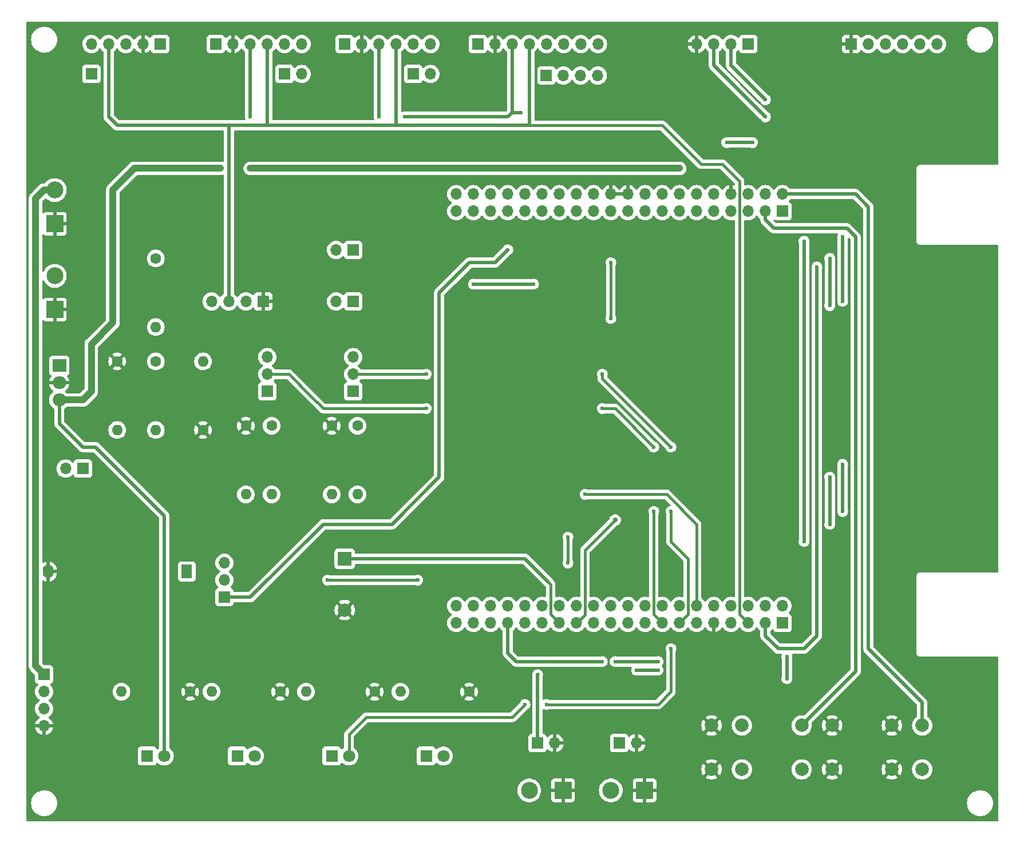
<source format=gbl>
%TF.GenerationSoftware,KiCad,Pcbnew,8.0.2*%
%TF.CreationDate,2024-05-12T20:24:48-06:00*%
%TF.ProjectId,devBoard,64657642-6f61-4726-942e-6b696361645f,rev?*%
%TF.SameCoordinates,Original*%
%TF.FileFunction,Copper,L2,Bot*%
%TF.FilePolarity,Positive*%
%FSLAX46Y46*%
G04 Gerber Fmt 4.6, Leading zero omitted, Abs format (unit mm)*
G04 Created by KiCad (PCBNEW 8.0.2) date 2024-05-12 20:24:48*
%MOMM*%
%LPD*%
G01*
G04 APERTURE LIST*
%TA.AperFunction,ComponentPad*%
%ADD10R,1.700000X1.700000*%
%TD*%
%TA.AperFunction,ComponentPad*%
%ADD11O,1.700000X1.700000*%
%TD*%
%TA.AperFunction,ComponentPad*%
%ADD12R,2.000000X1.905000*%
%TD*%
%TA.AperFunction,ComponentPad*%
%ADD13O,2.000000X1.905000*%
%TD*%
%TA.AperFunction,ComponentPad*%
%ADD14C,2.000000*%
%TD*%
%TA.AperFunction,ComponentPad*%
%ADD15C,1.600000*%
%TD*%
%TA.AperFunction,ComponentPad*%
%ADD16O,1.600000X1.600000*%
%TD*%
%TA.AperFunction,ComponentPad*%
%ADD17R,2.500000X2.500000*%
%TD*%
%TA.AperFunction,ComponentPad*%
%ADD18C,2.500000*%
%TD*%
%TA.AperFunction,ComponentPad*%
%ADD19C,1.800000*%
%TD*%
%TA.AperFunction,ComponentPad*%
%ADD20R,1.800000X1.800000*%
%TD*%
%TA.AperFunction,ComponentPad*%
%ADD21R,2.000000X2.000000*%
%TD*%
%TA.AperFunction,ComponentPad*%
%ADD22O,1.600000X2.000000*%
%TD*%
%TA.AperFunction,ComponentPad*%
%ADD23R,1.600000X2.000000*%
%TD*%
%TA.AperFunction,ViaPad*%
%ADD24C,0.600000*%
%TD*%
%TA.AperFunction,ViaPad*%
%ADD25C,0.900000*%
%TD*%
%TA.AperFunction,ViaPad*%
%ADD26C,0.700000*%
%TD*%
%TA.AperFunction,Conductor*%
%ADD27C,0.400000*%
%TD*%
%TA.AperFunction,Conductor*%
%ADD28C,0.500000*%
%TD*%
%TA.AperFunction,Conductor*%
%ADD29C,1.000000*%
%TD*%
G04 APERTURE END LIST*
D10*
%TO.P,J26,1,Pin_1*%
%TO.N,Net-(J10-Pin_1)*%
X114617500Y-65405000D03*
D11*
%TO.P,J26,2,Pin_2*%
%TO.N,Net-(J10-Pin_2)*%
X112077500Y-65405000D03*
%TD*%
D10*
%TO.P,J25,1,Pin_1*%
%TO.N,12V_Keyed_Raw*%
X68897500Y-128270000D03*
D11*
%TO.P,J25,2,Pin_2*%
%TO.N,12_Power_In*%
X68897500Y-130810000D03*
%TO.P,J25,3,Pin_3*%
%TO.N,Batt*%
X68897500Y-133350000D03*
%TO.P,J25,4,Pin_4*%
%TO.N,GND*%
X68897500Y-135890000D03*
%TD*%
D10*
%TO.P,J20,1,Pin_1*%
%TO.N,GND*%
X188277500Y-34925000D03*
D11*
%TO.P,J20,2,Pin_2*%
%TO.N,+3.3V*%
X190817500Y-34925000D03*
%TO.P,J20,3,Pin_3*%
%TO.N,SPI2_MISO*%
X193357500Y-34925000D03*
%TO.P,J20,4,Pin_4*%
%TO.N,SPI2_MOSI*%
X195897500Y-34925000D03*
%TO.P,J20,5,Pin_5*%
%TO.N,SPI2_SCK*%
X198437500Y-34925000D03*
%TO.P,J20,6,Pin_6*%
%TO.N,SPI2_SD_CS*%
X200977500Y-34925000D03*
%TD*%
D10*
%TO.P,J19,1,Pin_1*%
%TO.N,GND*%
X101282500Y-73025000D03*
D11*
%TO.P,J19,2,Pin_2*%
%TO.N,+5V*%
X98742500Y-73025000D03*
%TO.P,J19,3,Pin_3*%
%TO.N,I2C1_SDA*%
X96202500Y-73025000D03*
%TO.P,J19,4,Pin_4*%
%TO.N,I2C1_SCL*%
X93662500Y-73025000D03*
%TD*%
D10*
%TO.P,J18,1,Pin_1*%
%TO.N,+3.3V*%
X173047500Y-34925000D03*
D11*
%TO.P,J18,2,Pin_2*%
%TO.N,UART1_TX*%
X170507500Y-34925000D03*
%TO.P,J18,3,Pin_3*%
%TO.N,UART1_RX*%
X167967500Y-34925000D03*
%TO.P,J18,4,Pin_4*%
%TO.N,GND*%
X165427500Y-34925000D03*
%TD*%
D10*
%TO.P,J16,1,Pin_1*%
%TO.N,+3.3V*%
X133032500Y-34925000D03*
D11*
%TO.P,J16,2,Pin_2*%
%TO.N,GND*%
X135572500Y-34925000D03*
%TO.P,J16,3,Pin_3*%
%TO.N,I2C1_SCL*%
X138112500Y-34925000D03*
%TO.P,J16,4,Pin_4*%
%TO.N,I2C1_SDA*%
X140652500Y-34925000D03*
%TO.P,J16,5,Pin_5*%
%TO.N,Net-(J16-Pin_5)*%
X143192500Y-34925000D03*
%TO.P,J16,6,Pin_6*%
%TO.N,Net-(J16-Pin_6)*%
X145732500Y-34925000D03*
%TO.P,J16,7,Pin_7*%
%TO.N,Net-(J16-Pin_7)*%
X148272500Y-34925000D03*
%TO.P,J16,8,Pin_8*%
%TO.N,Net-(J16-Pin_8)*%
X150812500Y-34925000D03*
%TD*%
D10*
%TO.P,J14,1,Pin_1*%
%TO.N,+3.3V*%
X113347500Y-34925000D03*
D11*
%TO.P,J14,2,Pin_2*%
%TO.N,GND*%
X115887500Y-34925000D03*
%TO.P,J14,3,Pin_3*%
%TO.N,I2C1_SCL*%
X118427500Y-34925000D03*
%TO.P,J14,4,Pin_4*%
%TO.N,I2C1_SDA*%
X120967500Y-34925000D03*
%TO.P,J14,5,Pin_5*%
%TO.N,Net-(J14-Pin_5)*%
X123507500Y-34925000D03*
%TO.P,J14,6,Pin_6*%
%TO.N,Net-(J14-Pin_6)*%
X126047500Y-34925000D03*
%TD*%
D10*
%TO.P,J17,1,Pin_1*%
%TO.N,+3.3V*%
X86042500Y-34925000D03*
D11*
%TO.P,J17,2,Pin_2*%
%TO.N,GND*%
X83502500Y-34925000D03*
%TO.P,J17,3,Pin_3*%
%TO.N,I2C1_SCL*%
X80962500Y-34925000D03*
%TO.P,J17,4,Pin_4*%
%TO.N,I2C1_SDA*%
X78422500Y-34925000D03*
%TO.P,J17,5,Pin_5*%
%TO.N,Net-(J17-Pin_5)*%
X75882500Y-34925000D03*
%TD*%
D10*
%TO.P,J15,1,Pin_1*%
%TO.N,+3.3V*%
X94297500Y-34925000D03*
D11*
%TO.P,J15,2,Pin_2*%
%TO.N,GND*%
X96837500Y-34925000D03*
%TO.P,J15,3,Pin_3*%
%TO.N,I2C1_SCL*%
X99377500Y-34925000D03*
%TO.P,J15,4,Pin_4*%
%TO.N,I2C1_SDA*%
X101917500Y-34925000D03*
%TO.P,J15,5,Pin_5*%
%TO.N,Net-(J15-Pin_5)*%
X104457500Y-34925000D03*
%TO.P,J15,6,Pin_6*%
%TO.N,Net-(J15-Pin_6)*%
X106997500Y-34925000D03*
%TD*%
D10*
%TO.P,J2,1,Pin_1*%
%TO.N,Spare_DQ_2*%
X178117500Y-120650000D03*
D11*
%TO.P,J2,2,Pin_2*%
%TO.N,Spare_DQ_1*%
X178117500Y-118110000D03*
%TO.P,J2,3,Pin_3*%
%TO.N,I2C1_SCL*%
X175577500Y-120650000D03*
%TO.P,J2,4,Pin_4*%
%TO.N,UART6_TX*%
X175577500Y-118110000D03*
%TO.P,J2,5,Pin_5*%
%TO.N,I2C1_SDA*%
X173037500Y-120650000D03*
%TO.P,J2,6,Pin_6*%
%TO.N,unconnected-(J2-Pin_6-Pad6)*%
X173037500Y-118110000D03*
%TO.P,J2,7,Pin_7*%
%TO.N,unconnected-(J2-Pin_7-Pad7)*%
X170497500Y-120650000D03*
%TO.P,J2,8,Pin_8*%
%TO.N,unconnected-(J2-Pin_8-Pad8)*%
X170497500Y-118110000D03*
%TO.P,J2,9,Pin_9*%
%TO.N,GND*%
X167957500Y-120650000D03*
%TO.P,J2,10,Pin_10*%
%TO.N,unconnected-(J2-Pin_10-Pad10)*%
X167957500Y-118110000D03*
%TO.P,J2,11,Pin_11*%
%TO.N,unconnected-(J2-Pin_11-Pad11)*%
X165417500Y-120650000D03*
%TO.P,J2,12,Pin_12*%
%TO.N,Net-(D2-A)*%
X165417500Y-118110000D03*
%TO.P,J2,13,Pin_13*%
%TO.N,Spare_AI_1*%
X162877500Y-120650000D03*
%TO.P,J2,14,Pin_14*%
%TO.N,Net-(D3-A)*%
X162877500Y-118110000D03*
%TO.P,J2,15,Pin_15*%
%TO.N,Spare_AI_2*%
X160337500Y-120650000D03*
%TO.P,J2,16,Pin_16*%
%TO.N,unconnected-(J2-Pin_16-Pad16)*%
X160337500Y-118110000D03*
%TO.P,J2,17,Pin_17*%
%TO.N,Toggle_Security*%
X157797500Y-120650000D03*
%TO.P,J2,18,Pin_18*%
%TO.N,unconnected-(J2-Pin_18-Pad18)*%
X157797500Y-118110000D03*
%TO.P,J2,19,Pin_19*%
%TO.N,UART6_RX*%
X155257500Y-120650000D03*
%TO.P,J2,20,Pin_20*%
%TO.N,unconnected-(J2-Pin_20-Pad20)*%
X155257500Y-118110000D03*
%TO.P,J2,21,Pin_21*%
%TO.N,UART1_TX*%
X152717500Y-120650000D03*
%TO.P,J2,22,Pin_22*%
%TO.N,unconnected-(J2-Pin_22-Pad22)*%
X152717500Y-118110000D03*
%TO.P,J2,23,Pin_23*%
%TO.N,Net-(D4-A)*%
X150177500Y-120650000D03*
%TO.P,J2,24,Pin_24*%
%TO.N,unconnected-(J2-Pin_24-Pad24)*%
X150177500Y-118110000D03*
%TO.P,J2,25,Pin_25*%
%TO.N,SPI2_SCK*%
X147637500Y-120650000D03*
%TO.P,J2,26,Pin_26*%
%TO.N,unconnected-(J2-Pin_26-Pad26)*%
X147637500Y-118110000D03*
%TO.P,J2,27,Pin_27*%
%TO.N,Net-(BZ1-+)*%
X145097500Y-120650000D03*
%TO.P,J2,28,Pin_28*%
%TO.N,unconnected-(J2-Pin_28-Pad28)*%
X145097500Y-118110000D03*
%TO.P,J2,29,Pin_29*%
%TO.N,Spare_DI_2*%
X142557500Y-120650000D03*
%TO.P,J2,30,Pin_30*%
%TO.N,SPI2_SD_CS*%
X142557500Y-118110000D03*
%TO.P,J2,31,Pin_31*%
%TO.N,unconnected-(J2-Pin_31-Pad31)*%
X140017500Y-120650000D03*
%TO.P,J2,32,Pin_32*%
%TO.N,unconnected-(J2-Pin_32-Pad32)*%
X140017500Y-118110000D03*
%TO.P,J2,33,Pin_33*%
%TO.N,UART1_RX*%
X137477500Y-120650000D03*
%TO.P,J2,34,Pin_34*%
%TO.N,SystemVoltage*%
X137477500Y-118110000D03*
%TO.P,J2,35,Pin_35*%
%TO.N,UART_TX*%
X134937500Y-120650000D03*
%TO.P,J2,36,Pin_36*%
%TO.N,unconnected-(J2-Pin_36-Pad36)*%
X134937500Y-118110000D03*
%TO.P,J2,37,Pin_37*%
%TO.N,UART_RX*%
X132397500Y-120650000D03*
%TO.P,J2,38,Pin_38*%
%TO.N,unconnected-(J2-Pin_38-Pad38)*%
X132397500Y-118110000D03*
%TO.P,J2,39,Pin_39*%
%TO.N,unconnected-(J2-Pin_39-Pad39)*%
X129857500Y-120650000D03*
%TO.P,J2,40,Pin_40*%
%TO.N,unconnected-(J2-Pin_40-Pad40)*%
X129857500Y-118110000D03*
%TD*%
D10*
%TO.P,J1,1,Pin_1*%
%TO.N,Spare_DI_1*%
X178117500Y-59690000D03*
D11*
%TO.P,J1,2,Pin_2*%
%TO.N,Net-(J1-Pin_2)*%
X178117500Y-57150000D03*
%TO.P,J1,3,Pin_3*%
%TO.N,Net-(J1-Pin_3)*%
X175577500Y-59690000D03*
%TO.P,J1,4,Pin_4*%
%TO.N,Net-(J1-Pin_4)*%
X175577500Y-57150000D03*
%TO.P,J1,5,Pin_5*%
%TO.N,unconnected-(J1-Pin_5-Pad5)*%
X173037500Y-59690000D03*
%TO.P,J1,6,Pin_6*%
%TO.N,E5V*%
X173037500Y-57150000D03*
%TO.P,J1,7,Pin_7*%
%TO.N,unconnected-(J1-Pin_7-Pad7)*%
X170497500Y-59690000D03*
%TO.P,J1,8,Pin_8*%
%TO.N,GND*%
X170497500Y-57150000D03*
%TO.P,J1,9,Pin_9*%
%TO.N,unconnected-(J1-Pin_9-Pad9)*%
X167957500Y-59690000D03*
%TO.P,J1,10,Pin_10*%
%TO.N,unconnected-(J1-Pin_10-Pad10)*%
X167957500Y-57150000D03*
%TO.P,J1,11,Pin_11*%
%TO.N,unconnected-(J1-Pin_11-Pad11)*%
X165417500Y-59690000D03*
%TO.P,J1,12,Pin_12*%
%TO.N,unconnected-(J1-Pin_12-Pad12)*%
X165417500Y-57150000D03*
%TO.P,J1,13,Pin_13*%
%TO.N,unconnected-(J1-Pin_13-Pad13)*%
X162877500Y-59690000D03*
%TO.P,J1,14,Pin_14*%
%TO.N,unconnected-(J1-Pin_14-Pad14)*%
X162877500Y-57150000D03*
%TO.P,J1,15,Pin_15*%
%TO.N,unconnected-(J1-Pin_15-Pad15)*%
X160337500Y-59690000D03*
%TO.P,J1,16,Pin_16*%
%TO.N,+3.3V*%
X160337500Y-57150000D03*
%TO.P,J1,17,Pin_17*%
%TO.N,12V_Signal_Keyed*%
X157797500Y-59690000D03*
%TO.P,J1,18,Pin_18*%
%TO.N,+5V*%
X157797500Y-57150000D03*
%TO.P,J1,19,Pin_19*%
%TO.N,unconnected-(J1-Pin_19-Pad19)*%
X155257500Y-59690000D03*
%TO.P,J1,20,Pin_20*%
%TO.N,GND*%
X155257500Y-57150000D03*
%TO.P,J1,21,Pin_21*%
%TO.N,Toggle_Datalogging*%
X152717500Y-59690000D03*
%TO.P,J1,22,Pin_22*%
%TO.N,GND*%
X152717500Y-57150000D03*
%TO.P,J1,23,Pin_23*%
%TO.N,unconnected-(J1-Pin_23-Pad23)*%
X150177500Y-59690000D03*
%TO.P,J1,24,Pin_24*%
%TO.N,unconnected-(J1-Pin_24-Pad24)*%
X150177500Y-57150000D03*
%TO.P,J1,25,Pin_25*%
%TO.N,unconnected-(J1-Pin_25-Pad25)*%
X147637500Y-59690000D03*
%TO.P,J1,26,Pin_26*%
%TO.N,unconnected-(J1-Pin_26-Pad26)*%
X147637500Y-57150000D03*
%TO.P,J1,27,Pin_27*%
%TO.N,unconnected-(J1-Pin_27-Pad27)*%
X145097500Y-59690000D03*
%TO.P,J1,28,Pin_28*%
%TO.N,unconnected-(J1-Pin_28-Pad28)*%
X145097500Y-57150000D03*
%TO.P,J1,29,Pin_29*%
%TO.N,unconnected-(J1-Pin_29-Pad29)*%
X142557500Y-59690000D03*
%TO.P,J1,30,Pin_30*%
%TO.N,unconnected-(J1-Pin_30-Pad30)*%
X142557500Y-57150000D03*
%TO.P,J1,31,Pin_31*%
%TO.N,unconnected-(J1-Pin_31-Pad31)*%
X140017500Y-59690000D03*
%TO.P,J1,32,Pin_32*%
%TO.N,unconnected-(J1-Pin_32-Pad32)*%
X140017500Y-57150000D03*
%TO.P,J1,33,Pin_33*%
%TO.N,VBatt*%
X137477500Y-59690000D03*
%TO.P,J1,34,Pin_34*%
%TO.N,unconnected-(J1-Pin_34-Pad34)*%
X137477500Y-57150000D03*
%TO.P,J1,35,Pin_35*%
%TO.N,SPI2_MISO*%
X134937500Y-59690000D03*
%TO.P,J1,36,Pin_36*%
%TO.N,unconnected-(J1-Pin_36-Pad36)*%
X134937500Y-57150000D03*
%TO.P,J1,37,Pin_37*%
%TO.N,SPI2_MOSI*%
X132397500Y-59690000D03*
%TO.P,J1,38,Pin_38*%
%TO.N,unconnected-(J1-Pin_38-Pad38)*%
X132397500Y-57150000D03*
%TO.P,J1,39,Pin_39*%
%TO.N,unconnected-(J1-Pin_39-Pad39)*%
X129857500Y-59690000D03*
%TO.P,J1,40,Pin_40*%
%TO.N,unconnected-(J1-Pin_40-Pad40)*%
X129857500Y-57150000D03*
%TD*%
D10*
%TO.P,J24,1,Pin_1*%
%TO.N,Net-(J17-Pin_5)*%
X75882500Y-39370000D03*
%TD*%
%TO.P,J23,1,Pin_1*%
%TO.N,Net-(J16-Pin_5)*%
X143177500Y-39580000D03*
D11*
%TO.P,J23,2,Pin_2*%
%TO.N,Net-(J16-Pin_6)*%
X145717500Y-39580000D03*
%TO.P,J23,3,Pin_3*%
%TO.N,Net-(J16-Pin_7)*%
X148257500Y-39580000D03*
%TO.P,J23,4,Pin_4*%
%TO.N,Net-(J16-Pin_8)*%
X150797500Y-39580000D03*
%TD*%
D10*
%TO.P,J22,1,Pin_1*%
%TO.N,Net-(J14-Pin_5)*%
X123507500Y-39370000D03*
D11*
%TO.P,J22,2,Pin_2*%
%TO.N,Net-(J14-Pin_6)*%
X126047500Y-39370000D03*
%TD*%
D10*
%TO.P,J21,1,Pin_1*%
%TO.N,Net-(J15-Pin_5)*%
X104457500Y-39370000D03*
D11*
%TO.P,J21,2,Pin_2*%
%TO.N,Net-(J15-Pin_6)*%
X106997500Y-39370000D03*
%TD*%
D12*
%TO.P,U1,1,IN*%
%TO.N,Net-(J4-Pin_1)*%
X71132500Y-82550000D03*
D13*
%TO.P,U1,2,GND*%
%TO.N,GND*%
X71132500Y-85090000D03*
%TO.P,U1,3,OUT*%
%TO.N,E5V*%
X71132500Y-87630000D03*
%TD*%
D14*
%TO.P,SW3,1,1*%
%TO.N,Net-(J1-Pin_2)*%
X198782500Y-135815000D03*
X198782500Y-142315000D03*
%TO.P,SW3,2,2*%
%TO.N,GND*%
X194282500Y-135815000D03*
X194282500Y-142315000D03*
%TD*%
%TO.P,SW2,1,1*%
%TO.N,GND*%
X185447500Y-135815000D03*
X185447500Y-142315000D03*
%TO.P,SW2,2,2*%
%TO.N,Net-(J1-Pin_3)*%
X180947500Y-135815000D03*
X180947500Y-142315000D03*
%TD*%
%TO.P,SW1,1,1*%
%TO.N,Net-(J1-Pin_4)*%
X172112500Y-135815000D03*
X172112500Y-142315000D03*
%TO.P,SW1,2,2*%
%TO.N,GND*%
X167612500Y-135815000D03*
X167612500Y-142315000D03*
%TD*%
D15*
%TO.P,R12,1*%
%TO.N,GND*%
X98742500Y-91440000D03*
D16*
%TO.P,R12,2*%
%TO.N,Net-(J12-Pin_1)*%
X98742500Y-101600000D03*
%TD*%
D15*
%TO.P,R11,1*%
%TO.N,Net-(J10-Pin_2)*%
X102552500Y-91440000D03*
D16*
%TO.P,R11,2*%
%TO.N,Net-(J12-Pin_1)*%
X102552500Y-101600000D03*
%TD*%
D15*
%TO.P,R10,1*%
%TO.N,GND*%
X111442500Y-91440000D03*
D16*
%TO.P,R10,2*%
%TO.N,Net-(J11-Pin_1)*%
X111442500Y-101600000D03*
%TD*%
%TO.P,R9,2*%
%TO.N,Net-(J11-Pin_1)*%
X115252500Y-101600000D03*
D15*
%TO.P,R9,1*%
%TO.N,Net-(J10-Pin_1)*%
X115252500Y-91440000D03*
%TD*%
%TO.P,R8,1*%
%TO.N,GND*%
X79697500Y-81915000D03*
D16*
%TO.P,R8,2*%
%TO.N,SystemVoltage*%
X79697500Y-92075000D03*
%TD*%
D15*
%TO.P,R7,1*%
%TO.N,12_Power_In*%
X85412500Y-81915000D03*
D16*
%TO.P,R7,2*%
%TO.N,SystemVoltage*%
X85412500Y-92075000D03*
%TD*%
D15*
%TO.P,R6,1*%
%TO.N,GND*%
X131762500Y-130810000D03*
D16*
%TO.P,R6,2*%
%TO.N,Net-(D4-K)*%
X121602500Y-130810000D03*
%TD*%
D15*
%TO.P,R5,1*%
%TO.N,GND*%
X92397500Y-92075000D03*
D16*
%TO.P,R5,2*%
%TO.N,12V_Signal_Keyed*%
X92397500Y-81915000D03*
%TD*%
D15*
%TO.P,R4,1*%
%TO.N,12V_Keyed_Raw*%
X85407500Y-66675000D03*
D16*
%TO.P,R4,2*%
%TO.N,12V_Signal_Keyed*%
X85407500Y-76835000D03*
%TD*%
D15*
%TO.P,R3,1*%
%TO.N,GND*%
X90487500Y-130810000D03*
D16*
%TO.P,R3,2*%
%TO.N,Net-(D1-K)*%
X80327500Y-130810000D03*
%TD*%
D15*
%TO.P,R2,1*%
%TO.N,GND*%
X117792500Y-130810000D03*
D16*
%TO.P,R2,2*%
%TO.N,Net-(D3-K)*%
X107632500Y-130810000D03*
%TD*%
D15*
%TO.P,R1,1*%
%TO.N,GND*%
X103822500Y-130810000D03*
D16*
%TO.P,R1,2*%
%TO.N,Net-(D2-K)*%
X93662500Y-130810000D03*
%TD*%
D11*
%TO.P,J13,3,Pin_3*%
%TO.N,Batt*%
X95567500Y-111745000D03*
%TO.P,J13,2,Pin_2*%
X95567500Y-114285000D03*
D10*
%TO.P,J13,1,Pin_1*%
%TO.N,VBatt*%
X95567500Y-116825000D03*
%TD*%
%TO.P,J12,1,Pin_1*%
%TO.N,Net-(J12-Pin_1)*%
X101917500Y-86360000D03*
D11*
%TO.P,J12,2,Pin_2*%
%TO.N,Spare_AI_2*%
X101917500Y-83820000D03*
%TO.P,J12,3,Pin_3*%
%TO.N,Net-(J10-Pin_2)*%
X101917500Y-81280000D03*
%TD*%
D10*
%TO.P,J11,1,Pin_1*%
%TO.N,Net-(J11-Pin_1)*%
X114617500Y-86360000D03*
D11*
%TO.P,J11,2,Pin_2*%
%TO.N,Spare_AI_1*%
X114617500Y-83820000D03*
%TO.P,J11,3,Pin_3*%
%TO.N,Net-(J10-Pin_1)*%
X114617500Y-81280000D03*
%TD*%
D10*
%TO.P,J10,1,Pin_1*%
%TO.N,Net-(J10-Pin_1)*%
X114622500Y-73025000D03*
D11*
%TO.P,J10,2,Pin_2*%
%TO.N,Net-(J10-Pin_2)*%
X112082500Y-73025000D03*
%TD*%
D10*
%TO.P,J9,1,Pin_1*%
%TO.N,Toggle_Datalogging*%
X141877500Y-138430000D03*
D11*
%TO.P,J9,2,Pin_2*%
%TO.N,GND*%
X144417500Y-138430000D03*
%TD*%
D17*
%TO.P,J8,1,Pin_1*%
%TO.N,GND*%
X145652500Y-145415000D03*
D18*
%TO.P,J8,2,Pin_2*%
%TO.N,Toggle_Datalogging*%
X140652500Y-145415000D03*
%TD*%
D10*
%TO.P,J7,1,Pin_1*%
%TO.N,Toggle_Security*%
X153947500Y-138430000D03*
D11*
%TO.P,J7,2,Pin_2*%
%TO.N,GND*%
X156487500Y-138430000D03*
%TD*%
D17*
%TO.P,J6,1,Pin_1*%
%TO.N,GND*%
X157717500Y-145415000D03*
D18*
%TO.P,J6,2,Pin_2*%
%TO.N,Toggle_Security*%
X152717500Y-145415000D03*
%TD*%
%TO.P,J5,2,Pin_2*%
%TO.N,12V_Keyed_Raw*%
X70467500Y-56555000D03*
D17*
%TO.P,J5,1,Pin_1*%
%TO.N,GND*%
X70467500Y-61555000D03*
%TD*%
D10*
%TO.P,J4,1,Pin_1*%
%TO.N,Net-(J4-Pin_1)*%
X74617500Y-97790000D03*
D11*
%TO.P,J4,2,Pin_2*%
%TO.N,12_Power_In*%
X72077500Y-97790000D03*
%TD*%
D18*
%TO.P,J3,2,Pin_2*%
%TO.N,12_Power_In*%
X70467500Y-69255000D03*
D17*
%TO.P,J3,1,Pin_1*%
%TO.N,GND*%
X70467500Y-74255000D03*
%TD*%
D19*
%TO.P,D4,2,A*%
%TO.N,Net-(D4-A)*%
X127947500Y-140335000D03*
D20*
%TO.P,D4,1,K*%
%TO.N,Net-(D4-K)*%
X125407500Y-140335000D03*
%TD*%
%TO.P,D3,1,K*%
%TO.N,Net-(D3-K)*%
X111437500Y-140335000D03*
D19*
%TO.P,D3,2,A*%
%TO.N,Net-(D3-A)*%
X113977500Y-140335000D03*
%TD*%
D20*
%TO.P,D2,1,K*%
%TO.N,Net-(D2-K)*%
X97467500Y-140335000D03*
D19*
%TO.P,D2,2,A*%
%TO.N,Net-(D2-A)*%
X100007500Y-140335000D03*
%TD*%
%TO.P,D1,2,A*%
%TO.N,E5V*%
X86672500Y-140335000D03*
D20*
%TO.P,D1,1,K*%
%TO.N,Net-(D1-K)*%
X84132500Y-140335000D03*
%TD*%
D14*
%TO.P,BZ1,2,-*%
%TO.N,GND*%
X113347500Y-118735000D03*
D21*
%TO.P,BZ1,1,+*%
%TO.N,Net-(BZ1-+)*%
X113347500Y-111135000D03*
%TD*%
D22*
%TO.P,BT1,2,-*%
%TO.N,GND*%
X69487500Y-113030122D03*
D23*
%TO.P,BT1,1,+*%
%TO.N,Batt*%
X89987500Y-113030122D03*
%TD*%
D24*
%TO.N,Net-(D3-A)*%
X140017500Y-132715000D03*
X143192500Y-132715000D03*
X161607500Y-124460000D03*
%TO.N,SystemVoltage*%
X110807500Y-114300000D03*
X124142500Y-114300000D03*
%TO.N,Spare_AI_2*%
X159067500Y-104140000D03*
X159067500Y-94615000D03*
X151447500Y-88900000D03*
X125412500Y-88900000D03*
%TO.N,Spare_AI_1*%
X161607500Y-104140000D03*
X161607500Y-94615000D03*
X151447500Y-83820000D03*
X125412500Y-83820000D03*
%TO.N,VBatt*%
X137477500Y-65405000D03*
%TO.N,12V_Signal_Keyed*%
X132397500Y-70485000D03*
X141287500Y-70485000D03*
D25*
%TO.N,E5V*%
X94932500Y-53340000D03*
X99377500Y-53340000D03*
X162877500Y-53340000D03*
D24*
%TO.N,Net-(D2-A)*%
X148907500Y-101600000D03*
%TO.N,Toggle_Datalogging*%
X152717500Y-67310000D03*
X152717500Y-75565000D03*
X146367500Y-107950000D03*
X146367500Y-111760000D03*
X141877500Y-128315000D03*
%TO.N,Net-(J1-Pin_4)*%
X181292500Y-64135000D03*
X181292500Y-108585000D03*
X178752500Y-125615000D03*
X178752500Y-128905000D03*
%TO.N,I2C1_SCL*%
X183197500Y-67945000D03*
X169862500Y-49530000D03*
X139382500Y-45085000D03*
X173672500Y-49530000D03*
X118427500Y-45720000D03*
X99377500Y-45720000D03*
X122237500Y-45720000D03*
%TO.N,UART1_RX*%
X151447500Y-126365000D03*
X153352500Y-126365000D03*
X159702500Y-126365000D03*
X185102500Y-106045000D03*
X185102500Y-99060000D03*
X185102500Y-73660000D03*
X185102500Y-66675000D03*
X175577500Y-45720000D03*
%TO.N,UART1_TX*%
X156527500Y-127635000D03*
X159702500Y-127635000D03*
X187007500Y-104140000D03*
X187007500Y-97155000D03*
X187007500Y-73025000D03*
X187007500Y-63500000D03*
X175577500Y-43180000D03*
D26*
%TO.N,SPI2_SCK*%
X153352500Y-105410000D03*
%TD*%
D27*
%TO.N,Net-(D3-A)*%
X159702500Y-132715000D02*
X143192500Y-132715000D01*
X161607500Y-130810000D02*
X159702500Y-132715000D01*
X161607500Y-124460000D02*
X161607500Y-130810000D01*
X116522500Y-134620000D02*
X113977500Y-137165000D01*
X138112500Y-134620000D02*
X116522500Y-134620000D01*
X113977500Y-137165000D02*
X113977500Y-140335000D01*
X140017500Y-132715000D02*
X138112500Y-134620000D01*
%TO.N,SystemVoltage*%
X124142500Y-114300000D02*
X110807500Y-114300000D01*
%TO.N,Spare_AI_2*%
X159067500Y-119380000D02*
X160337500Y-120650000D01*
X159067500Y-104140000D02*
X159067500Y-119380000D01*
X153352500Y-88900000D02*
X159067500Y-94615000D01*
X151447500Y-88900000D02*
X153352500Y-88900000D01*
X108267500Y-86995000D02*
X110172500Y-88900000D01*
X105092500Y-83820000D02*
X108267500Y-86995000D01*
X110172500Y-88900000D02*
X125412500Y-88900000D01*
X101917500Y-83820000D02*
X105092500Y-83820000D01*
%TO.N,Spare_AI_1*%
X164147500Y-119380000D02*
X162877500Y-120650000D01*
X164147500Y-111125000D02*
X164147500Y-119380000D01*
X161607500Y-108585000D02*
X164147500Y-111125000D01*
X161607500Y-104140000D02*
X161607500Y-108585000D01*
X151447500Y-84455000D02*
X161607500Y-94615000D01*
X151447500Y-83820000D02*
X151447500Y-84455000D01*
X114617500Y-83820000D02*
X125412500Y-83820000D01*
%TO.N,Net-(BZ1-+)*%
X143807500Y-114915000D02*
X143510000Y-114617500D01*
X143807500Y-119360000D02*
X143807500Y-114915000D01*
X145097500Y-120650000D02*
X143807500Y-119360000D01*
D28*
X140027500Y-111135000D02*
X143510000Y-114617500D01*
X113347500Y-111135000D02*
X140027500Y-111135000D01*
%TO.N,VBatt*%
X99392500Y-116825000D02*
X95567500Y-116825000D01*
X110172500Y-106045000D02*
X99392500Y-116825000D01*
X120332500Y-106045000D02*
X110172500Y-106045000D01*
X127317500Y-71755000D02*
X127317500Y-99060000D01*
X127317500Y-99060000D02*
X120332500Y-106045000D01*
X135572500Y-67310000D02*
X131762500Y-67310000D01*
X131762500Y-67310000D02*
X127317500Y-71755000D01*
X137477500Y-65405000D02*
X135572500Y-67310000D01*
%TO.N,12V_Signal_Keyed*%
X141287500Y-70485000D02*
X132397500Y-70485000D01*
D27*
%TO.N,Toggle_Datalogging*%
X152717500Y-75565000D02*
X152717500Y-67310000D01*
D29*
%TO.N,E5V*%
X75882500Y-86360000D02*
X74612500Y-87630000D01*
X74612500Y-87630000D02*
X71132500Y-87630000D01*
X75882500Y-79375000D02*
X75882500Y-86360000D01*
X79057500Y-56515000D02*
X79057500Y-76200000D01*
X79057500Y-76200000D02*
X75882500Y-79375000D01*
X82232500Y-53340000D02*
X79057500Y-56515000D01*
X94932500Y-53340000D02*
X82232500Y-53340000D01*
X162877500Y-53340000D02*
X99377500Y-53340000D01*
D27*
%TO.N,Net-(D2-A)*%
X165417500Y-106045000D02*
X165417500Y-118110000D01*
X160972500Y-101600000D02*
X165417500Y-106045000D01*
X148907500Y-101600000D02*
X160972500Y-101600000D01*
%TO.N,Toggle_Datalogging*%
X146367500Y-111760000D02*
X146367500Y-107950000D01*
D28*
X141922500Y-128270000D02*
X141877500Y-128315000D01*
X141877500Y-138430000D02*
X141877500Y-128315000D01*
%TO.N,I2C1_SDA*%
X140652500Y-46990000D02*
X140017500Y-46990000D01*
X140652500Y-46355000D02*
X140652500Y-46990000D01*
D27*
X160337500Y-46990000D02*
X140652500Y-46990000D01*
X166052500Y-52705000D02*
X160337500Y-46990000D01*
X169227500Y-52705000D02*
X166052500Y-52705000D01*
X171767500Y-55245000D02*
X169227500Y-52705000D01*
X171767500Y-119380000D02*
X171767500Y-55245000D01*
X173037500Y-120650000D02*
X171767500Y-119380000D01*
D28*
%TO.N,Net-(J1-Pin_4)*%
X181292500Y-108585000D02*
X181292500Y-64135000D01*
X178752500Y-128905000D02*
X178752500Y-125615000D01*
%TO.N,Net-(J1-Pin_3)*%
X175577500Y-60960000D02*
X175577500Y-59690000D01*
X176847500Y-62230000D02*
X175577500Y-60960000D01*
X188912500Y-63500000D02*
X187642500Y-62230000D01*
X188912500Y-127850000D02*
X188912500Y-63500000D01*
X180947500Y-135815000D02*
X188912500Y-127850000D01*
X187642500Y-62230000D02*
X176847500Y-62230000D01*
%TO.N,Net-(J1-Pin_2)*%
X190817500Y-59055000D02*
X190817500Y-124460000D01*
X190817500Y-124460000D02*
X198782500Y-132425000D01*
X198782500Y-132425000D02*
X198782500Y-135815000D01*
X188912500Y-57150000D02*
X190817500Y-59055000D01*
X178117500Y-57150000D02*
X188912500Y-57150000D01*
%TO.N,I2C1_SCL*%
X175577500Y-122555000D02*
X175577500Y-120650000D01*
X181292500Y-124460000D02*
X177482500Y-124460000D01*
X177482500Y-124460000D02*
X175577500Y-122555000D01*
X183197500Y-122555000D02*
X181292500Y-124460000D01*
X183197500Y-67945000D02*
X183197500Y-122555000D01*
X169862500Y-49530000D02*
X173672500Y-49530000D01*
X138112500Y-45085000D02*
X139382500Y-45085000D01*
X118427500Y-34925000D02*
X118427500Y-45720000D01*
X99377500Y-34925000D02*
X99377500Y-45720000D01*
X137477500Y-45720000D02*
X122237500Y-45720000D01*
X138112500Y-45085000D02*
X137477500Y-45720000D01*
X138112500Y-34925000D02*
X138112500Y-45085000D01*
%TO.N,I2C1_SDA*%
X96202500Y-73025000D02*
X96202500Y-46990000D01*
X96202500Y-46990000D02*
X79692500Y-46990000D01*
X101917500Y-46990000D02*
X96202500Y-46990000D01*
X120967500Y-46990000D02*
X101917500Y-46990000D01*
X120967500Y-34925000D02*
X120967500Y-46990000D01*
X140017500Y-46990000D02*
X120967500Y-46990000D01*
X101917500Y-34925000D02*
X101917500Y-46990000D01*
X78422500Y-45720000D02*
X78422500Y-34925000D01*
X79692500Y-46990000D02*
X78422500Y-45720000D01*
X140652500Y-34925000D02*
X140652500Y-46355000D01*
%TO.N,UART1_RX*%
X137477500Y-125095000D02*
X137477500Y-120650000D01*
X138747500Y-126365000D02*
X137477500Y-125095000D01*
X151447500Y-126365000D02*
X138747500Y-126365000D01*
X159702500Y-126365000D02*
X153352500Y-126365000D01*
X185102500Y-99060000D02*
X185102500Y-106045000D01*
X185102500Y-66675000D02*
X185102500Y-73660000D01*
X167967500Y-38110000D02*
X175577500Y-45720000D01*
X167967500Y-34925000D02*
X167967500Y-38110000D01*
%TO.N,UART1_TX*%
X159702500Y-127635000D02*
X156527500Y-127635000D01*
X187007500Y-97155000D02*
X187007500Y-104140000D01*
X187007500Y-63500000D02*
X187007500Y-73025000D01*
X170507500Y-38110000D02*
X175577500Y-43180000D01*
X170507500Y-34925000D02*
X170507500Y-38110000D01*
D27*
%TO.N,SPI2_SCK*%
X148887500Y-119400000D02*
X147637500Y-120650000D01*
X153352500Y-105410000D02*
X148887500Y-109875000D01*
X148887500Y-109875000D02*
X148887500Y-119400000D01*
D29*
%TO.N,12V_Keyed_Raw*%
X67627500Y-127000000D02*
X68897500Y-128270000D01*
X67627500Y-57785000D02*
X67627500Y-127000000D01*
X68857500Y-56555000D02*
X67627500Y-57785000D01*
X70467500Y-56555000D02*
X68857500Y-56555000D01*
D28*
%TO.N,E5V*%
X86672500Y-109860000D02*
X86672500Y-140335000D01*
X86677500Y-109855000D02*
X86672500Y-109860000D01*
X86677500Y-104775000D02*
X86677500Y-109855000D01*
X76517500Y-94615000D02*
X86677500Y-104775000D01*
X74612500Y-94615000D02*
X76517500Y-94615000D01*
X71132500Y-91135000D02*
X74612500Y-94615000D01*
X71132500Y-87630000D02*
X71132500Y-91135000D01*
%TD*%
%TA.AperFunction,Conductor*%
%TO.N,GND*%
G36*
X154791575Y-56957007D02*
G01*
X154757500Y-57084174D01*
X154757500Y-57215826D01*
X154791575Y-57342993D01*
X154824488Y-57400000D01*
X153150512Y-57400000D01*
X153183425Y-57342993D01*
X153217500Y-57215826D01*
X153217500Y-57084174D01*
X153183425Y-56957007D01*
X153150512Y-56900000D01*
X154824488Y-56900000D01*
X154791575Y-56957007D01*
G37*
%TD.AperFunction*%
%TA.AperFunction,Conductor*%
G36*
X209945039Y-31635185D02*
G01*
X209990794Y-31687989D01*
X210002000Y-31739500D01*
X210002000Y-52715500D01*
X209982315Y-52782539D01*
X209929511Y-52828294D01*
X209878000Y-52839500D01*
X198371608Y-52839500D01*
X198244312Y-52873608D01*
X198130186Y-52939500D01*
X198130183Y-52939502D01*
X198037002Y-53032683D01*
X198037000Y-53032686D01*
X197971108Y-53146812D01*
X197943697Y-53249114D01*
X197937000Y-53274108D01*
X197937000Y-64069108D01*
X197937000Y-64200892D01*
X197954054Y-64264539D01*
X197971108Y-64328187D01*
X197993232Y-64366506D01*
X198037000Y-64442314D01*
X198130186Y-64535500D01*
X198244314Y-64601392D01*
X198371608Y-64635500D01*
X209878000Y-64635500D01*
X209945039Y-64655185D01*
X209990794Y-64707989D01*
X210002000Y-64759500D01*
X210002000Y-113040500D01*
X209982315Y-113107539D01*
X209929511Y-113153294D01*
X209878000Y-113164500D01*
X198371608Y-113164500D01*
X198244312Y-113198608D01*
X198130186Y-113264500D01*
X198130183Y-113264502D01*
X198037002Y-113357683D01*
X198037000Y-113357686D01*
X197971108Y-113471812D01*
X197937000Y-113599108D01*
X197937000Y-125029108D01*
X197937000Y-125160892D01*
X197950292Y-125210500D01*
X197971108Y-125288187D01*
X197985964Y-125313917D01*
X198037000Y-125402314D01*
X198130186Y-125495500D01*
X198244314Y-125561392D01*
X198371608Y-125595500D01*
X209878000Y-125595500D01*
X209945039Y-125615185D01*
X209990794Y-125667989D01*
X210002000Y-125719500D01*
X210002000Y-149870500D01*
X209982315Y-149937539D01*
X209929511Y-149983294D01*
X209878000Y-149994500D01*
X66347000Y-149994500D01*
X66279961Y-149974815D01*
X66234206Y-149922011D01*
X66223000Y-149870500D01*
X66223000Y-147319998D01*
X66972192Y-147319998D01*
X66972192Y-147320001D01*
X66991789Y-147594001D01*
X66991790Y-147594008D01*
X67050179Y-147862415D01*
X67050181Y-147862422D01*
X67102707Y-148003250D01*
X67146178Y-148119803D01*
X67146180Y-148119807D01*
X67277824Y-148360894D01*
X67277829Y-148360902D01*
X67442442Y-148580801D01*
X67442458Y-148580819D01*
X67636680Y-148775041D01*
X67636698Y-148775057D01*
X67856597Y-148939670D01*
X67856605Y-148939675D01*
X68097692Y-149071319D01*
X68097696Y-149071321D01*
X68097698Y-149071322D01*
X68355078Y-149167319D01*
X68623500Y-149225711D01*
X68876392Y-149243798D01*
X68897499Y-149245308D01*
X68897500Y-149245308D01*
X68897501Y-149245308D01*
X68917098Y-149243906D01*
X69171500Y-149225711D01*
X69439922Y-149167319D01*
X69697302Y-149071322D01*
X69938400Y-148939672D01*
X70158309Y-148775051D01*
X70352551Y-148580809D01*
X70517172Y-148360900D01*
X70648822Y-148119802D01*
X70744819Y-147862422D01*
X70803211Y-147594000D01*
X70822808Y-147320000D01*
X70822808Y-147319998D01*
X205402192Y-147319998D01*
X205402192Y-147320001D01*
X205421789Y-147594001D01*
X205421790Y-147594008D01*
X205480179Y-147862415D01*
X205480181Y-147862422D01*
X205532707Y-148003250D01*
X205576178Y-148119803D01*
X205576180Y-148119807D01*
X205707824Y-148360894D01*
X205707829Y-148360902D01*
X205872442Y-148580801D01*
X205872458Y-148580819D01*
X206066680Y-148775041D01*
X206066698Y-148775057D01*
X206286597Y-148939670D01*
X206286605Y-148939675D01*
X206527692Y-149071319D01*
X206527696Y-149071321D01*
X206527698Y-149071322D01*
X206785078Y-149167319D01*
X207053500Y-149225711D01*
X207306392Y-149243798D01*
X207327499Y-149245308D01*
X207327500Y-149245308D01*
X207327501Y-149245308D01*
X207347098Y-149243906D01*
X207601500Y-149225711D01*
X207869922Y-149167319D01*
X208127302Y-149071322D01*
X208368400Y-148939672D01*
X208588309Y-148775051D01*
X208782551Y-148580809D01*
X208947172Y-148360900D01*
X209078822Y-148119802D01*
X209174819Y-147862422D01*
X209233211Y-147594000D01*
X209252808Y-147320000D01*
X209233211Y-147046000D01*
X209174819Y-146777578D01*
X209078822Y-146520198D01*
X208947172Y-146279100D01*
X208947170Y-146279097D01*
X208782557Y-146059198D01*
X208782541Y-146059180D01*
X208588319Y-145864958D01*
X208588301Y-145864942D01*
X208368402Y-145700329D01*
X208368394Y-145700324D01*
X208127307Y-145568680D01*
X208127303Y-145568678D01*
X208029724Y-145532283D01*
X207869922Y-145472681D01*
X207869918Y-145472680D01*
X207869915Y-145472679D01*
X207601508Y-145414290D01*
X207601501Y-145414289D01*
X207327501Y-145394692D01*
X207327499Y-145394692D01*
X207053498Y-145414289D01*
X207053491Y-145414290D01*
X206785084Y-145472679D01*
X206785079Y-145472680D01*
X206785078Y-145472681D01*
X206768085Y-145479019D01*
X206527696Y-145568678D01*
X206527692Y-145568680D01*
X206286605Y-145700324D01*
X206286597Y-145700329D01*
X206066698Y-145864942D01*
X206066680Y-145864958D01*
X205872458Y-146059180D01*
X205872442Y-146059198D01*
X205707829Y-146279097D01*
X205707824Y-146279105D01*
X205576180Y-146520192D01*
X205576178Y-146520196D01*
X205480179Y-146777584D01*
X205421790Y-147045991D01*
X205421789Y-147045998D01*
X205402192Y-147319998D01*
X70822808Y-147319998D01*
X70803211Y-147046000D01*
X70744819Y-146777578D01*
X70648822Y-146520198D01*
X70517172Y-146279100D01*
X70517170Y-146279097D01*
X70352557Y-146059198D01*
X70352541Y-146059180D01*
X70158319Y-145864958D01*
X70158301Y-145864942D01*
X69938402Y-145700329D01*
X69938394Y-145700324D01*
X69697307Y-145568680D01*
X69697303Y-145568678D01*
X69599724Y-145532283D01*
X69439922Y-145472681D01*
X69439918Y-145472680D01*
X69439915Y-145472679D01*
X69174749Y-145414995D01*
X138897092Y-145414995D01*
X138897092Y-145415004D01*
X138916696Y-145676620D01*
X138916697Y-145676625D01*
X138975076Y-145932402D01*
X138975078Y-145932411D01*
X138975080Y-145932416D01*
X139070932Y-146176643D01*
X139202114Y-146403857D01*
X139294893Y-146520198D01*
X139365698Y-146608985D01*
X139541789Y-146772372D01*
X139558021Y-146787433D01*
X139774796Y-146935228D01*
X139774801Y-146935230D01*
X139774802Y-146935231D01*
X139774803Y-146935232D01*
X139900343Y-146995688D01*
X140011173Y-147049061D01*
X140011174Y-147049061D01*
X140011177Y-147049063D01*
X140261885Y-147126396D01*
X140521318Y-147165500D01*
X140783682Y-147165500D01*
X141043115Y-147126396D01*
X141293823Y-147049063D01*
X141530204Y-146935228D01*
X141746979Y-146787433D01*
X141939305Y-146608981D01*
X142102886Y-146403857D01*
X142234068Y-146176643D01*
X142329920Y-145932416D01*
X142388302Y-145676630D01*
X142407908Y-145415000D01*
X142406386Y-145394692D01*
X142388303Y-145153379D01*
X142388302Y-145153374D01*
X142388302Y-145153370D01*
X142329920Y-144897584D01*
X142234068Y-144653357D01*
X142102886Y-144426143D01*
X141939305Y-144221019D01*
X141939304Y-144221018D01*
X141939301Y-144221014D01*
X141827367Y-144117155D01*
X143902500Y-144117155D01*
X143902500Y-145165000D01*
X145052499Y-145165000D01*
X145027479Y-145225402D01*
X145002500Y-145350981D01*
X145002500Y-145479019D01*
X145027479Y-145604598D01*
X145052499Y-145665000D01*
X143902500Y-145665000D01*
X143902500Y-146712844D01*
X143908901Y-146772372D01*
X143908903Y-146772379D01*
X143959145Y-146907086D01*
X143959149Y-146907093D01*
X144045309Y-147022187D01*
X144045312Y-147022190D01*
X144160406Y-147108350D01*
X144160413Y-147108354D01*
X144295120Y-147158596D01*
X144295127Y-147158598D01*
X144354655Y-147164999D01*
X144354672Y-147165000D01*
X145402500Y-147165000D01*
X145402500Y-146015001D01*
X145462902Y-146040021D01*
X145588481Y-146065000D01*
X145716519Y-146065000D01*
X145842098Y-146040021D01*
X145902500Y-146015001D01*
X145902500Y-147165000D01*
X146950328Y-147165000D01*
X146950344Y-147164999D01*
X147009872Y-147158598D01*
X147009879Y-147158596D01*
X147144586Y-147108354D01*
X147144593Y-147108350D01*
X147259687Y-147022190D01*
X147259690Y-147022187D01*
X147345850Y-146907093D01*
X147345854Y-146907086D01*
X147396096Y-146772379D01*
X147396098Y-146772372D01*
X147402499Y-146712844D01*
X147402500Y-146712827D01*
X147402500Y-145665000D01*
X146252501Y-145665000D01*
X146277521Y-145604598D01*
X146302500Y-145479019D01*
X146302500Y-145414995D01*
X150962092Y-145414995D01*
X150962092Y-145415004D01*
X150981696Y-145676620D01*
X150981697Y-145676625D01*
X151040076Y-145932402D01*
X151040078Y-145932411D01*
X151040080Y-145932416D01*
X151135932Y-146176643D01*
X151267114Y-146403857D01*
X151359893Y-146520198D01*
X151430698Y-146608985D01*
X151606789Y-146772372D01*
X151623021Y-146787433D01*
X151839796Y-146935228D01*
X151839801Y-146935230D01*
X151839802Y-146935231D01*
X151839803Y-146935232D01*
X151965343Y-146995688D01*
X152076173Y-147049061D01*
X152076174Y-147049061D01*
X152076177Y-147049063D01*
X152326885Y-147126396D01*
X152586318Y-147165500D01*
X152848682Y-147165500D01*
X153108115Y-147126396D01*
X153358823Y-147049063D01*
X153595204Y-146935228D01*
X153811979Y-146787433D01*
X154004305Y-146608981D01*
X154167886Y-146403857D01*
X154299068Y-146176643D01*
X154394920Y-145932416D01*
X154453302Y-145676630D01*
X154472908Y-145415000D01*
X154471386Y-145394692D01*
X154453303Y-145153379D01*
X154453302Y-145153374D01*
X154453302Y-145153370D01*
X154394920Y-144897584D01*
X154299068Y-144653357D01*
X154167886Y-144426143D01*
X154004305Y-144221019D01*
X154004304Y-144221018D01*
X154004301Y-144221014D01*
X153892367Y-144117155D01*
X155967500Y-144117155D01*
X155967500Y-145165000D01*
X157117499Y-145165000D01*
X157092479Y-145225402D01*
X157067500Y-145350981D01*
X157067500Y-145479019D01*
X157092479Y-145604598D01*
X157117499Y-145665000D01*
X155967500Y-145665000D01*
X155967500Y-146712844D01*
X155973901Y-146772372D01*
X155973903Y-146772379D01*
X156024145Y-146907086D01*
X156024149Y-146907093D01*
X156110309Y-147022187D01*
X156110312Y-147022190D01*
X156225406Y-147108350D01*
X156225413Y-147108354D01*
X156360120Y-147158596D01*
X156360127Y-147158598D01*
X156419655Y-147164999D01*
X156419672Y-147165000D01*
X157467500Y-147165000D01*
X157467500Y-146015001D01*
X157527902Y-146040021D01*
X157653481Y-146065000D01*
X157781519Y-146065000D01*
X157907098Y-146040021D01*
X157967500Y-146015001D01*
X157967500Y-147165000D01*
X159015328Y-147165000D01*
X159015344Y-147164999D01*
X159074872Y-147158598D01*
X159074879Y-147158596D01*
X159209586Y-147108354D01*
X159209593Y-147108350D01*
X159324687Y-147022190D01*
X159324690Y-147022187D01*
X159410850Y-146907093D01*
X159410854Y-146907086D01*
X159461096Y-146772379D01*
X159461098Y-146772372D01*
X159467499Y-146712844D01*
X159467500Y-146712827D01*
X159467500Y-145665000D01*
X158317501Y-145665000D01*
X158342521Y-145604598D01*
X158367500Y-145479019D01*
X158367500Y-145350981D01*
X158342521Y-145225402D01*
X158317501Y-145165000D01*
X159467500Y-145165000D01*
X159467500Y-144117172D01*
X159467499Y-144117155D01*
X159461098Y-144057627D01*
X159461096Y-144057620D01*
X159410854Y-143922913D01*
X159410850Y-143922906D01*
X159324690Y-143807812D01*
X159324687Y-143807809D01*
X159209593Y-143721649D01*
X159209586Y-143721645D01*
X159074879Y-143671403D01*
X159074872Y-143671401D01*
X159015344Y-143665000D01*
X157967500Y-143665000D01*
X157967500Y-144814998D01*
X157907098Y-144789979D01*
X157781519Y-144765000D01*
X157653481Y-144765000D01*
X157527902Y-144789979D01*
X157467500Y-144814998D01*
X157467500Y-143665000D01*
X156419655Y-143665000D01*
X156360127Y-143671401D01*
X156360120Y-143671403D01*
X156225413Y-143721645D01*
X156225406Y-143721649D01*
X156110312Y-143807809D01*
X156110309Y-143807812D01*
X156024149Y-143922906D01*
X156024145Y-143922913D01*
X155973903Y-144057620D01*
X155973901Y-144057627D01*
X155967500Y-144117155D01*
X153892367Y-144117155D01*
X153811979Y-144042567D01*
X153595204Y-143894772D01*
X153595200Y-143894770D01*
X153595197Y-143894768D01*
X153595196Y-143894767D01*
X153358825Y-143780938D01*
X153358827Y-143780938D01*
X153108123Y-143703606D01*
X153108119Y-143703605D01*
X153108115Y-143703604D01*
X152983323Y-143684794D01*
X152848687Y-143664500D01*
X152848682Y-143664500D01*
X152586318Y-143664500D01*
X152586312Y-143664500D01*
X152424747Y-143688853D01*
X152326885Y-143703604D01*
X152326882Y-143703605D01*
X152326876Y-143703606D01*
X152076173Y-143780938D01*
X151839803Y-143894767D01*
X151839802Y-143894768D01*
X151623020Y-144042567D01*
X151430698Y-144221014D01*
X151267114Y-144426143D01*
X151135932Y-144653356D01*
X151040082Y-144897578D01*
X151040076Y-144897597D01*
X150981697Y-145153374D01*
X150981696Y-145153379D01*
X150962092Y-145414995D01*
X146302500Y-145414995D01*
X146302500Y-145350981D01*
X146277521Y-145225402D01*
X146252501Y-145165000D01*
X147402500Y-145165000D01*
X147402500Y-144117172D01*
X147402499Y-144117155D01*
X147396098Y-144057627D01*
X147396096Y-144057620D01*
X147345854Y-143922913D01*
X147345850Y-143922906D01*
X147259690Y-143807812D01*
X147259687Y-143807809D01*
X147144593Y-143721649D01*
X147144586Y-143721645D01*
X147009879Y-143671403D01*
X147009872Y-143671401D01*
X146950344Y-143665000D01*
X145902500Y-143665000D01*
X145902500Y-144814998D01*
X145842098Y-144789979D01*
X145716519Y-144765000D01*
X145588481Y-144765000D01*
X145462902Y-144789979D01*
X145402500Y-144814998D01*
X145402500Y-143665000D01*
X144354655Y-143665000D01*
X144295127Y-143671401D01*
X144295120Y-143671403D01*
X144160413Y-143721645D01*
X144160406Y-143721649D01*
X144045312Y-143807809D01*
X144045309Y-143807812D01*
X143959149Y-143922906D01*
X143959145Y-143922913D01*
X143908903Y-144057620D01*
X143908901Y-144057627D01*
X143902500Y-144117155D01*
X141827367Y-144117155D01*
X141746979Y-144042567D01*
X141530204Y-143894772D01*
X141530200Y-143894770D01*
X141530197Y-143894768D01*
X141530196Y-143894767D01*
X141293825Y-143780938D01*
X141293827Y-143780938D01*
X141043123Y-143703606D01*
X141043119Y-143703605D01*
X141043115Y-143703604D01*
X140918323Y-143684794D01*
X140783687Y-143664500D01*
X140783682Y-143664500D01*
X140521318Y-143664500D01*
X140521312Y-143664500D01*
X140359747Y-143688853D01*
X140261885Y-143703604D01*
X140261882Y-143703605D01*
X140261876Y-143703606D01*
X140011173Y-143780938D01*
X139774803Y-143894767D01*
X139774802Y-143894768D01*
X139558020Y-144042567D01*
X139365698Y-144221014D01*
X139202114Y-144426143D01*
X139070932Y-144653356D01*
X138975082Y-144897578D01*
X138975076Y-144897597D01*
X138916697Y-145153374D01*
X138916696Y-145153379D01*
X138897092Y-145414995D01*
X69174749Y-145414995D01*
X69171508Y-145414290D01*
X69171501Y-145414289D01*
X68897501Y-145394692D01*
X68897499Y-145394692D01*
X68623498Y-145414289D01*
X68623491Y-145414290D01*
X68355084Y-145472679D01*
X68355079Y-145472680D01*
X68355078Y-145472681D01*
X68338085Y-145479019D01*
X68097696Y-145568678D01*
X68097692Y-145568680D01*
X67856605Y-145700324D01*
X67856597Y-145700329D01*
X67636698Y-145864942D01*
X67636680Y-145864958D01*
X67442458Y-146059180D01*
X67442442Y-146059198D01*
X67277829Y-146279097D01*
X67277824Y-146279105D01*
X67146180Y-146520192D01*
X67146178Y-146520196D01*
X67050179Y-146777584D01*
X66991790Y-147045991D01*
X66991789Y-147045998D01*
X66972192Y-147319998D01*
X66223000Y-147319998D01*
X66223000Y-142314994D01*
X166107359Y-142314994D01*
X166107359Y-142315005D01*
X166127885Y-142562729D01*
X166127887Y-142562738D01*
X166188912Y-142803717D01*
X166288766Y-143031364D01*
X166389064Y-143184882D01*
X167088712Y-142485234D01*
X167099982Y-142527292D01*
X167172390Y-142652708D01*
X167274792Y-142755110D01*
X167400208Y-142827518D01*
X167442265Y-142838787D01*
X166742442Y-143538609D01*
X166789268Y-143575055D01*
X166789270Y-143575056D01*
X167007885Y-143693364D01*
X167007896Y-143693369D01*
X167243006Y-143774083D01*
X167488207Y-143815000D01*
X167736793Y-143815000D01*
X167981993Y-143774083D01*
X168217103Y-143693369D01*
X168217114Y-143693364D01*
X168435728Y-143575057D01*
X168435731Y-143575055D01*
X168482556Y-143538609D01*
X167782734Y-142838787D01*
X167824792Y-142827518D01*
X167950208Y-142755110D01*
X168052610Y-142652708D01*
X168125018Y-142527292D01*
X168136287Y-142485234D01*
X168835934Y-143184882D01*
X168936231Y-143031369D01*
X169036087Y-142803717D01*
X169097112Y-142562738D01*
X169097114Y-142562729D01*
X169117641Y-142315005D01*
X169117641Y-142314994D01*
X170606857Y-142314994D01*
X170606857Y-142315005D01*
X170627390Y-142562812D01*
X170627392Y-142562824D01*
X170688436Y-142803881D01*
X170788326Y-143031606D01*
X170924333Y-143239782D01*
X170924336Y-143239785D01*
X171092756Y-143422738D01*
X171288991Y-143575474D01*
X171288993Y-143575475D01*
X171506832Y-143693364D01*
X171507690Y-143693828D01*
X171588730Y-143721649D01*
X171741464Y-143774083D01*
X171742886Y-143774571D01*
X171988165Y-143815500D01*
X172236835Y-143815500D01*
X172482114Y-143774571D01*
X172717310Y-143693828D01*
X172936009Y-143575474D01*
X173132244Y-143422738D01*
X173300664Y-143239785D01*
X173436673Y-143031607D01*
X173536563Y-142803881D01*
X173597608Y-142562821D01*
X173618143Y-142315000D01*
X173618143Y-142314994D01*
X179441857Y-142314994D01*
X179441857Y-142315005D01*
X179462390Y-142562812D01*
X179462392Y-142562824D01*
X179523436Y-142803881D01*
X179623326Y-143031606D01*
X179759333Y-143239782D01*
X179759336Y-143239785D01*
X179927756Y-143422738D01*
X180123991Y-143575474D01*
X180123993Y-143575475D01*
X180341832Y-143693364D01*
X180342690Y-143693828D01*
X180423730Y-143721649D01*
X180576464Y-143774083D01*
X180577886Y-143774571D01*
X180823165Y-143815500D01*
X181071835Y-143815500D01*
X181317114Y-143774571D01*
X181552310Y-143693828D01*
X181771009Y-143575474D01*
X181967244Y-143422738D01*
X182135664Y-143239785D01*
X182271673Y-143031607D01*
X182371563Y-142803881D01*
X182432608Y-142562821D01*
X182453143Y-142315000D01*
X182453143Y-142314994D01*
X183942359Y-142314994D01*
X183942359Y-142315005D01*
X183962885Y-142562729D01*
X183962887Y-142562738D01*
X184023912Y-142803717D01*
X184123766Y-143031364D01*
X184224064Y-143184882D01*
X184923712Y-142485234D01*
X184934982Y-142527292D01*
X185007390Y-142652708D01*
X185109792Y-142755110D01*
X185235208Y-142827518D01*
X185277265Y-142838787D01*
X184577442Y-143538609D01*
X184624268Y-143575055D01*
X184624270Y-143575056D01*
X184842885Y-143693364D01*
X184842896Y-143693369D01*
X185078006Y-143774083D01*
X185323207Y-143815000D01*
X185571793Y-143815000D01*
X185816993Y-143774083D01*
X186052103Y-143693369D01*
X186052114Y-143693364D01*
X186270728Y-143575057D01*
X186270731Y-143575055D01*
X186317556Y-143538609D01*
X185617734Y-142838787D01*
X185659792Y-142827518D01*
X185785208Y-142755110D01*
X185887610Y-142652708D01*
X185960018Y-142527292D01*
X185971287Y-142485234D01*
X186670934Y-143184882D01*
X186771231Y-143031369D01*
X186871087Y-142803717D01*
X186932112Y-142562738D01*
X186932114Y-142562729D01*
X186952641Y-142315005D01*
X186952641Y-142314994D01*
X192777359Y-142314994D01*
X192777359Y-142315005D01*
X192797885Y-142562729D01*
X192797887Y-142562738D01*
X192858912Y-142803717D01*
X192958766Y-143031364D01*
X193059064Y-143184882D01*
X193758712Y-142485234D01*
X193769982Y-142527292D01*
X193842390Y-142652708D01*
X193944792Y-142755110D01*
X194070208Y-142827518D01*
X194112265Y-142838787D01*
X193412442Y-143538609D01*
X193459268Y-143575055D01*
X193459270Y-143575056D01*
X193677885Y-143693364D01*
X193677896Y-143693369D01*
X193913006Y-143774083D01*
X194158207Y-143815000D01*
X194406793Y-143815000D01*
X194651993Y-143774083D01*
X194887103Y-143693369D01*
X194887114Y-143693364D01*
X195105728Y-143575057D01*
X195105731Y-143575055D01*
X195152556Y-143538609D01*
X194452734Y-142838787D01*
X194494792Y-142827518D01*
X194620208Y-142755110D01*
X194722610Y-142652708D01*
X194795018Y-142527292D01*
X194806287Y-142485235D01*
X195505934Y-143184882D01*
X195606231Y-143031369D01*
X195706087Y-142803717D01*
X195767112Y-142562738D01*
X195767114Y-142562729D01*
X195787641Y-142315005D01*
X195787641Y-142314994D01*
X197276857Y-142314994D01*
X197276857Y-142315005D01*
X197297390Y-142562812D01*
X197297392Y-142562824D01*
X197358436Y-142803881D01*
X197458326Y-143031606D01*
X197594333Y-143239782D01*
X197594336Y-143239785D01*
X197762756Y-143422738D01*
X197958991Y-143575474D01*
X197958993Y-143575475D01*
X198176832Y-143693364D01*
X198177690Y-143693828D01*
X198258730Y-143721649D01*
X198411464Y-143774083D01*
X198412886Y-143774571D01*
X198658165Y-143815500D01*
X198906835Y-143815500D01*
X199152114Y-143774571D01*
X199387310Y-143693828D01*
X199606009Y-143575474D01*
X199802244Y-143422738D01*
X199970664Y-143239785D01*
X200106673Y-143031607D01*
X200206563Y-142803881D01*
X200267608Y-142562821D01*
X200288143Y-142315000D01*
X200267608Y-142067179D01*
X200267607Y-142067175D01*
X200206563Y-141826118D01*
X200106673Y-141598393D01*
X199970666Y-141390217D01*
X199928635Y-141344559D01*
X199802244Y-141207262D01*
X199606009Y-141054526D01*
X199606007Y-141054525D01*
X199606006Y-141054524D01*
X199387311Y-140936172D01*
X199387302Y-140936169D01*
X199152116Y-140855429D01*
X198906835Y-140814500D01*
X198658165Y-140814500D01*
X198412883Y-140855429D01*
X198177697Y-140936169D01*
X198177688Y-140936172D01*
X197958993Y-141054524D01*
X197762757Y-141207261D01*
X197594333Y-141390217D01*
X197458326Y-141598393D01*
X197358436Y-141826118D01*
X197297392Y-142067175D01*
X197297390Y-142067187D01*
X197276857Y-142314994D01*
X195787641Y-142314994D01*
X195767114Y-142067270D01*
X195767112Y-142067261D01*
X195706087Y-141826282D01*
X195606231Y-141598630D01*
X195505934Y-141445116D01*
X194806287Y-142144764D01*
X194795018Y-142102708D01*
X194722610Y-141977292D01*
X194620208Y-141874890D01*
X194494792Y-141802482D01*
X194452735Y-141791212D01*
X195152557Y-141091390D01*
X195152556Y-141091389D01*
X195105729Y-141054943D01*
X194887114Y-140936635D01*
X194887103Y-140936630D01*
X194651993Y-140855916D01*
X194406793Y-140815000D01*
X194158207Y-140815000D01*
X193913006Y-140855916D01*
X193677896Y-140936630D01*
X193677890Y-140936632D01*
X193459261Y-141054949D01*
X193412442Y-141091388D01*
X193412442Y-141091390D01*
X194112265Y-141791212D01*
X194070208Y-141802482D01*
X193944792Y-141874890D01*
X193842390Y-141977292D01*
X193769982Y-142102708D01*
X193758712Y-142144764D01*
X193059064Y-141445116D01*
X192958767Y-141598632D01*
X192858912Y-141826282D01*
X192797887Y-142067261D01*
X192797885Y-142067270D01*
X192777359Y-142314994D01*
X186952641Y-142314994D01*
X186932114Y-142067270D01*
X186932112Y-142067261D01*
X186871087Y-141826282D01*
X186771231Y-141598630D01*
X186670934Y-141445116D01*
X185971287Y-142144764D01*
X185960018Y-142102708D01*
X185887610Y-141977292D01*
X185785208Y-141874890D01*
X185659792Y-141802482D01*
X185617735Y-141791212D01*
X186317557Y-141091390D01*
X186317556Y-141091389D01*
X186270729Y-141054943D01*
X186052114Y-140936635D01*
X186052103Y-140936630D01*
X185816993Y-140855916D01*
X185571793Y-140815000D01*
X185323207Y-140815000D01*
X185078006Y-140855916D01*
X184842896Y-140936630D01*
X184842890Y-140936632D01*
X184624261Y-141054949D01*
X184577442Y-141091388D01*
X184577442Y-141091390D01*
X185277265Y-141791212D01*
X185235208Y-141802482D01*
X185109792Y-141874890D01*
X185007390Y-141977292D01*
X184934982Y-142102708D01*
X184923712Y-142144764D01*
X184224064Y-141445116D01*
X184123767Y-141598632D01*
X184023912Y-141826282D01*
X183962887Y-142067261D01*
X183962885Y-142067270D01*
X183942359Y-142314994D01*
X182453143Y-142314994D01*
X182432608Y-142067179D01*
X182432607Y-142067175D01*
X182371563Y-141826118D01*
X182271673Y-141598393D01*
X182135666Y-141390217D01*
X182093635Y-141344559D01*
X181967244Y-141207262D01*
X181771009Y-141054526D01*
X181771007Y-141054525D01*
X181771006Y-141054524D01*
X181552311Y-140936172D01*
X181552302Y-140936169D01*
X181317116Y-140855429D01*
X181071835Y-140814500D01*
X180823165Y-140814500D01*
X180577883Y-140855429D01*
X180342697Y-140936169D01*
X180342688Y-140936172D01*
X180123993Y-141054524D01*
X179927757Y-141207261D01*
X179759333Y-141390217D01*
X179623326Y-141598393D01*
X179523436Y-141826118D01*
X179462392Y-142067175D01*
X179462390Y-142067187D01*
X179441857Y-142314994D01*
X173618143Y-142314994D01*
X173597608Y-142067179D01*
X173597607Y-142067175D01*
X173536563Y-141826118D01*
X173436673Y-141598393D01*
X173300666Y-141390217D01*
X173258635Y-141344559D01*
X173132244Y-141207262D01*
X172936009Y-141054526D01*
X172936007Y-141054525D01*
X172936006Y-141054524D01*
X172717311Y-140936172D01*
X172717302Y-140936169D01*
X172482116Y-140855429D01*
X172236835Y-140814500D01*
X171988165Y-140814500D01*
X171742883Y-140855429D01*
X171507697Y-140936169D01*
X171507688Y-140936172D01*
X171288993Y-141054524D01*
X171092757Y-141207261D01*
X170924333Y-141390217D01*
X170788326Y-141598393D01*
X170688436Y-141826118D01*
X170627392Y-142067175D01*
X170627390Y-142067187D01*
X170606857Y-142314994D01*
X169117641Y-142314994D01*
X169097114Y-142067270D01*
X169097112Y-142067261D01*
X169036087Y-141826282D01*
X168936231Y-141598630D01*
X168835934Y-141445116D01*
X168136287Y-142144764D01*
X168125018Y-142102708D01*
X168052610Y-141977292D01*
X167950208Y-141874890D01*
X167824792Y-141802482D01*
X167782735Y-141791212D01*
X168482557Y-141091390D01*
X168482556Y-141091389D01*
X168435729Y-141054943D01*
X168217114Y-140936635D01*
X168217103Y-140936630D01*
X167981993Y-140855916D01*
X167736793Y-140815000D01*
X167488207Y-140815000D01*
X167243006Y-140855916D01*
X167007896Y-140936630D01*
X167007890Y-140936632D01*
X166789261Y-141054949D01*
X166742442Y-141091388D01*
X166742442Y-141091390D01*
X167442265Y-141791212D01*
X167400208Y-141802482D01*
X167274792Y-141874890D01*
X167172390Y-141977292D01*
X167099982Y-142102708D01*
X167088712Y-142144764D01*
X166389064Y-141445116D01*
X166288767Y-141598632D01*
X166188912Y-141826282D01*
X166127887Y-142067261D01*
X166127885Y-142067270D01*
X166107359Y-142314994D01*
X66223000Y-142314994D01*
X66223000Y-57686456D01*
X66627000Y-57686456D01*
X66627000Y-57686459D01*
X66627000Y-127098541D01*
X66630373Y-127115500D01*
X66632928Y-127128340D01*
X66632928Y-127128343D01*
X66665447Y-127291828D01*
X66665450Y-127291840D01*
X66681453Y-127330474D01*
X66681455Y-127330477D01*
X66740869Y-127473917D01*
X66850360Y-127637781D01*
X66850363Y-127637785D01*
X66994037Y-127781459D01*
X66994059Y-127781479D01*
X67510681Y-128298101D01*
X67544166Y-128359424D01*
X67547000Y-128385782D01*
X67547000Y-129167870D01*
X67547001Y-129167876D01*
X67553408Y-129227483D01*
X67603702Y-129362328D01*
X67603706Y-129362335D01*
X67689952Y-129477544D01*
X67689955Y-129477547D01*
X67805164Y-129563793D01*
X67805171Y-129563797D01*
X67936581Y-129612810D01*
X67992515Y-129654681D01*
X68016932Y-129720145D01*
X68002080Y-129788418D01*
X67980930Y-129816673D01*
X67859003Y-129938600D01*
X67723465Y-130132169D01*
X67723464Y-130132171D01*
X67623598Y-130346335D01*
X67623594Y-130346344D01*
X67562438Y-130574586D01*
X67562436Y-130574596D01*
X67541841Y-130809999D01*
X67541841Y-130810000D01*
X67562436Y-131045403D01*
X67562438Y-131045413D01*
X67623594Y-131273655D01*
X67623596Y-131273659D01*
X67623597Y-131273663D01*
X67711643Y-131462478D01*
X67723465Y-131487830D01*
X67723467Y-131487834D01*
X67859001Y-131681395D01*
X67859006Y-131681402D01*
X68026097Y-131848493D01*
X68026103Y-131848498D01*
X68211658Y-131978425D01*
X68255283Y-132033002D01*
X68262477Y-132102500D01*
X68230954Y-132164855D01*
X68211658Y-132181575D01*
X68026097Y-132311505D01*
X67859005Y-132478597D01*
X67723465Y-132672169D01*
X67723464Y-132672171D01*
X67623598Y-132886335D01*
X67623594Y-132886344D01*
X67562438Y-133114586D01*
X67562436Y-133114596D01*
X67541841Y-133349999D01*
X67541841Y-133350000D01*
X67562436Y-133585403D01*
X67562438Y-133585413D01*
X67623594Y-133813655D01*
X67623596Y-133813659D01*
X67623597Y-133813663D01*
X67672950Y-133919500D01*
X67723465Y-134027830D01*
X67723467Y-134027834D01*
X67859001Y-134221395D01*
X67859006Y-134221402D01*
X68026097Y-134388493D01*
X68026103Y-134388498D01*
X68212094Y-134518730D01*
X68255719Y-134573307D01*
X68262913Y-134642805D01*
X68231390Y-134705160D01*
X68212095Y-134721880D01*
X68026422Y-134851890D01*
X68026420Y-134851891D01*
X67859391Y-135018920D01*
X67859386Y-135018926D01*
X67723900Y-135212420D01*
X67723899Y-135212422D01*
X67624070Y-135426507D01*
X67624067Y-135426513D01*
X67566864Y-135639999D01*
X67566864Y-135640000D01*
X68464488Y-135640000D01*
X68431575Y-135697007D01*
X68397500Y-135824174D01*
X68397500Y-135955826D01*
X68431575Y-136082993D01*
X68464488Y-136140000D01*
X67566864Y-136140000D01*
X67624067Y-136353486D01*
X67624070Y-136353492D01*
X67723899Y-136567578D01*
X67859394Y-136761082D01*
X68026417Y-136928105D01*
X68219921Y-137063600D01*
X68434007Y-137163429D01*
X68434016Y-137163433D01*
X68647500Y-137220634D01*
X68647500Y-136323012D01*
X68704507Y-136355925D01*
X68831674Y-136390000D01*
X68963326Y-136390000D01*
X69090493Y-136355925D01*
X69147500Y-136323012D01*
X69147500Y-137220633D01*
X69360983Y-137163433D01*
X69360992Y-137163429D01*
X69575078Y-137063600D01*
X69768582Y-136928105D01*
X69935605Y-136761082D01*
X70071100Y-136567578D01*
X70170929Y-136353492D01*
X70170932Y-136353486D01*
X70228136Y-136140000D01*
X69330512Y-136140000D01*
X69363425Y-136082993D01*
X69397500Y-135955826D01*
X69397500Y-135824174D01*
X69363425Y-135697007D01*
X69330512Y-135640000D01*
X70228136Y-135640000D01*
X70228135Y-135639999D01*
X70170932Y-135426513D01*
X70170929Y-135426507D01*
X70071100Y-135212422D01*
X70071099Y-135212420D01*
X69935613Y-135018926D01*
X69935608Y-135018920D01*
X69768578Y-134851890D01*
X69582905Y-134721879D01*
X69539280Y-134667302D01*
X69532088Y-134597804D01*
X69563610Y-134535449D01*
X69582906Y-134518730D01*
X69588212Y-134515015D01*
X69768901Y-134388495D01*
X69935995Y-134221401D01*
X70071535Y-134027830D01*
X70171403Y-133813663D01*
X70232563Y-133585408D01*
X70253159Y-133350000D01*
X70252705Y-133344816D01*
X70232563Y-133114596D01*
X70232563Y-133114592D01*
X70171403Y-132886337D01*
X70071535Y-132672171D01*
X69976013Y-132535750D01*
X69935994Y-132478597D01*
X69768902Y-132311506D01*
X69768896Y-132311501D01*
X69583342Y-132181575D01*
X69539717Y-132126998D01*
X69532523Y-132057500D01*
X69564046Y-131995145D01*
X69583342Y-131978425D01*
X69628813Y-131946586D01*
X69768901Y-131848495D01*
X69935995Y-131681401D01*
X70071535Y-131487830D01*
X70171403Y-131273663D01*
X70232563Y-131045408D01*
X70253159Y-130810000D01*
X70253159Y-130809998D01*
X79022032Y-130809998D01*
X79022032Y-130810001D01*
X79041864Y-131036686D01*
X79041866Y-131036697D01*
X79100758Y-131256488D01*
X79100761Y-131256497D01*
X79196931Y-131462732D01*
X79196932Y-131462734D01*
X79327454Y-131649141D01*
X79488358Y-131810045D01*
X79488361Y-131810047D01*
X79674766Y-131940568D01*
X79881004Y-132036739D01*
X80100808Y-132095635D01*
X80262730Y-132109801D01*
X80327498Y-132115468D01*
X80327500Y-132115468D01*
X80327502Y-132115468D01*
X80384173Y-132110509D01*
X80554192Y-132095635D01*
X80773996Y-132036739D01*
X80980234Y-131940568D01*
X81166639Y-131810047D01*
X81327547Y-131649139D01*
X81458068Y-131462734D01*
X81554239Y-131256496D01*
X81613135Y-131036692D01*
X81632968Y-130810000D01*
X81613135Y-130583308D01*
X81554239Y-130363504D01*
X81458068Y-130157266D01*
X81327547Y-129970861D01*
X81327545Y-129970858D01*
X81166641Y-129809954D01*
X80980234Y-129679432D01*
X80980232Y-129679431D01*
X80773997Y-129583261D01*
X80773988Y-129583258D01*
X80554197Y-129524366D01*
X80554193Y-129524365D01*
X80554192Y-129524365D01*
X80554191Y-129524364D01*
X80554186Y-129524364D01*
X80327502Y-129504532D01*
X80327498Y-129504532D01*
X80100813Y-129524364D01*
X80100802Y-129524366D01*
X79881011Y-129583258D01*
X79881002Y-129583261D01*
X79674767Y-129679431D01*
X79674765Y-129679432D01*
X79488358Y-129809954D01*
X79327454Y-129970858D01*
X79196932Y-130157265D01*
X79196931Y-130157267D01*
X79100761Y-130363502D01*
X79100758Y-130363511D01*
X79041866Y-130583302D01*
X79041864Y-130583313D01*
X79022032Y-130809998D01*
X70253159Y-130809998D01*
X70232563Y-130574592D01*
X70171403Y-130346337D01*
X70071535Y-130132171D01*
X69935995Y-129938599D01*
X69814067Y-129816671D01*
X69780584Y-129755351D01*
X69785568Y-129685659D01*
X69827439Y-129629725D01*
X69858415Y-129612810D01*
X69989831Y-129563796D01*
X70105046Y-129477546D01*
X70191296Y-129362331D01*
X70241591Y-129227483D01*
X70248000Y-129167873D01*
X70247999Y-127372128D01*
X70241591Y-127312517D01*
X70233877Y-127291836D01*
X70191297Y-127177671D01*
X70191293Y-127177664D01*
X70105047Y-127062455D01*
X70105044Y-127062452D01*
X69989835Y-126976206D01*
X69989828Y-126976202D01*
X69854982Y-126925908D01*
X69854983Y-126925908D01*
X69795383Y-126919501D01*
X69795381Y-126919500D01*
X69795373Y-126919500D01*
X69795365Y-126919500D01*
X69013282Y-126919500D01*
X68946243Y-126899815D01*
X68925601Y-126883181D01*
X68664319Y-126621899D01*
X68630834Y-126560576D01*
X68628000Y-126534218D01*
X68628000Y-114453559D01*
X68647685Y-114386520D01*
X68700489Y-114340765D01*
X68769647Y-114330821D01*
X68808295Y-114343074D01*
X68988468Y-114434877D01*
X69183078Y-114498110D01*
X69237500Y-114506729D01*
X69237500Y-113376531D01*
X69323456Y-113426159D01*
X69431548Y-113455122D01*
X69543452Y-113455122D01*
X69651544Y-113426159D01*
X69737500Y-113376531D01*
X69737500Y-114506728D01*
X69791921Y-114498110D01*
X69986531Y-114434876D01*
X70168849Y-114341981D01*
X70334394Y-114221704D01*
X70334395Y-114221704D01*
X70479082Y-114077017D01*
X70479082Y-114077016D01*
X70599359Y-113911471D01*
X70692255Y-113729153D01*
X70755490Y-113534539D01*
X70787500Y-113332439D01*
X70787500Y-113280122D01*
X69833910Y-113280122D01*
X69883537Y-113194166D01*
X69912500Y-113086074D01*
X69912500Y-112974170D01*
X69883537Y-112866078D01*
X69833910Y-112780122D01*
X70787500Y-112780122D01*
X70787500Y-112727804D01*
X70755490Y-112525704D01*
X70692255Y-112331090D01*
X70599359Y-112148772D01*
X70479082Y-111983227D01*
X70479082Y-111983226D01*
X70334395Y-111838539D01*
X70168849Y-111718262D01*
X69986529Y-111625366D01*
X69791913Y-111562131D01*
X69737500Y-111553512D01*
X69737500Y-112683712D01*
X69651544Y-112634085D01*
X69543452Y-112605122D01*
X69431548Y-112605122D01*
X69323456Y-112634085D01*
X69237500Y-112683712D01*
X69237500Y-111553512D01*
X69183086Y-111562131D01*
X68988467Y-111625367D01*
X68808294Y-111717169D01*
X68739625Y-111730065D01*
X68674885Y-111703788D01*
X68634628Y-111646682D01*
X68628000Y-111606684D01*
X68628000Y-97789999D01*
X70721841Y-97789999D01*
X70721841Y-97790000D01*
X70742436Y-98025403D01*
X70742438Y-98025413D01*
X70803594Y-98253655D01*
X70803596Y-98253659D01*
X70803597Y-98253663D01*
X70885910Y-98430184D01*
X70903465Y-98467830D01*
X70903467Y-98467834D01*
X70966419Y-98557738D01*
X71039005Y-98661401D01*
X71206099Y-98828495D01*
X71302884Y-98896265D01*
X71399665Y-98964032D01*
X71399667Y-98964033D01*
X71399670Y-98964035D01*
X71613837Y-99063903D01*
X71842092Y-99125063D01*
X72018534Y-99140500D01*
X72077499Y-99145659D01*
X72077500Y-99145659D01*
X72077501Y-99145659D01*
X72136466Y-99140500D01*
X72312908Y-99125063D01*
X72541163Y-99063903D01*
X72755330Y-98964035D01*
X72948901Y-98828495D01*
X73070829Y-98706566D01*
X73132148Y-98673084D01*
X73201840Y-98678068D01*
X73257774Y-98719939D01*
X73274689Y-98750917D01*
X73323702Y-98882328D01*
X73323706Y-98882335D01*
X73409952Y-98997544D01*
X73409955Y-98997547D01*
X73525164Y-99083793D01*
X73525171Y-99083797D01*
X73660017Y-99134091D01*
X73660016Y-99134091D01*
X73666944Y-99134835D01*
X73719627Y-99140500D01*
X75515372Y-99140499D01*
X75574983Y-99134091D01*
X75709831Y-99083796D01*
X75825046Y-98997546D01*
X75911296Y-98882331D01*
X75961591Y-98747483D01*
X75968000Y-98687873D01*
X75967999Y-96892128D01*
X75961591Y-96832517D01*
X75960310Y-96829083D01*
X75911297Y-96697671D01*
X75911293Y-96697664D01*
X75825047Y-96582455D01*
X75825044Y-96582452D01*
X75709835Y-96496206D01*
X75709828Y-96496202D01*
X75574982Y-96445908D01*
X75574983Y-96445908D01*
X75515383Y-96439501D01*
X75515381Y-96439500D01*
X75515373Y-96439500D01*
X75515364Y-96439500D01*
X73719629Y-96439500D01*
X73719623Y-96439501D01*
X73660016Y-96445908D01*
X73525171Y-96496202D01*
X73525164Y-96496206D01*
X73409955Y-96582452D01*
X73409952Y-96582455D01*
X73323706Y-96697664D01*
X73323703Y-96697669D01*
X73274689Y-96829083D01*
X73232817Y-96885016D01*
X73167353Y-96909433D01*
X73099080Y-96894581D01*
X73070826Y-96873430D01*
X72948902Y-96751506D01*
X72948895Y-96751501D01*
X72755334Y-96615967D01*
X72755330Y-96615965D01*
X72755328Y-96615964D01*
X72541163Y-96516097D01*
X72541159Y-96516096D01*
X72541155Y-96516094D01*
X72312913Y-96454938D01*
X72312903Y-96454936D01*
X72077501Y-96434341D01*
X72077499Y-96434341D01*
X71842096Y-96454936D01*
X71842086Y-96454938D01*
X71613844Y-96516094D01*
X71613835Y-96516098D01*
X71399671Y-96615964D01*
X71399669Y-96615965D01*
X71206097Y-96751505D01*
X71039005Y-96918597D01*
X70903465Y-97112169D01*
X70903464Y-97112171D01*
X70803598Y-97326335D01*
X70803594Y-97326344D01*
X70742438Y-97554586D01*
X70742436Y-97554596D01*
X70721841Y-97789999D01*
X68628000Y-97789999D01*
X68628000Y-81549635D01*
X69632000Y-81549635D01*
X69632000Y-83550370D01*
X69632001Y-83550376D01*
X69638408Y-83609983D01*
X69688702Y-83744828D01*
X69688706Y-83744835D01*
X69774952Y-83860044D01*
X69774955Y-83860047D01*
X69890164Y-83946293D01*
X69890167Y-83946295D01*
X69890168Y-83946295D01*
X69890169Y-83946296D01*
X69918525Y-83956872D01*
X69974458Y-83998742D01*
X69998876Y-84064206D01*
X69984025Y-84132479D01*
X69975510Y-84145939D01*
X69842713Y-84328719D01*
X69738917Y-84532429D01*
X69668265Y-84749871D01*
X69653991Y-84840000D01*
X70641752Y-84840000D01*
X70619982Y-84877708D01*
X70582500Y-85017591D01*
X70582500Y-85162409D01*
X70619982Y-85302292D01*
X70641752Y-85340000D01*
X69653991Y-85340000D01*
X69668265Y-85430128D01*
X69738917Y-85647570D01*
X69842711Y-85851276D01*
X69977097Y-86036242D01*
X70138757Y-86197902D01*
X70138763Y-86197907D01*
X70223363Y-86259372D01*
X70266029Y-86314701D01*
X70272008Y-86384315D01*
X70239403Y-86446110D01*
X70223364Y-86460007D01*
X70138440Y-86521709D01*
X70138431Y-86521716D01*
X69976716Y-86683431D01*
X69976716Y-86683432D01*
X69976714Y-86683434D01*
X69965362Y-86699059D01*
X69842283Y-86868461D01*
X69738450Y-87072244D01*
X69667778Y-87289750D01*
X69667778Y-87289753D01*
X69632000Y-87515646D01*
X69632000Y-87744353D01*
X69667778Y-87970246D01*
X69667778Y-87970249D01*
X69738450Y-88187755D01*
X69824117Y-88355886D01*
X69842283Y-88391538D01*
X69976714Y-88576566D01*
X70138434Y-88738286D01*
X70323462Y-88872717D01*
X70327404Y-88875581D01*
X70326666Y-88876596D01*
X70369657Y-88924098D01*
X70382000Y-88978032D01*
X70382000Y-91208918D01*
X70382000Y-91208920D01*
X70381999Y-91208920D01*
X70410840Y-91353907D01*
X70410843Y-91353917D01*
X70467413Y-91490490D01*
X70467415Y-91490493D01*
X70467416Y-91490495D01*
X70474410Y-91500962D01*
X70474411Y-91500965D01*
X70474412Y-91500965D01*
X70549551Y-91613420D01*
X70549552Y-91613421D01*
X74134080Y-95197948D01*
X74134084Y-95197951D01*
X74256998Y-95280080D01*
X74257011Y-95280087D01*
X74393582Y-95336656D01*
X74393587Y-95336658D01*
X74393591Y-95336658D01*
X74393592Y-95336659D01*
X74538579Y-95365500D01*
X74538582Y-95365500D01*
X74686417Y-95365500D01*
X76155270Y-95365500D01*
X76222309Y-95385185D01*
X76242951Y-95401819D01*
X85890681Y-105049549D01*
X85924166Y-105110872D01*
X85927000Y-105137230D01*
X85927000Y-109748733D01*
X85924617Y-109772925D01*
X85922000Y-109786080D01*
X85922000Y-139083801D01*
X85902315Y-139150840D01*
X85874163Y-139181654D01*
X85720717Y-139301085D01*
X85712366Y-139310158D01*
X85652479Y-139346148D01*
X85582641Y-139344047D01*
X85525025Y-139304522D01*
X85504955Y-139269507D01*
X85476297Y-139192671D01*
X85476293Y-139192664D01*
X85390047Y-139077455D01*
X85390044Y-139077452D01*
X85274835Y-138991206D01*
X85274828Y-138991202D01*
X85139982Y-138940908D01*
X85139983Y-138940908D01*
X85080383Y-138934501D01*
X85080381Y-138934500D01*
X85080373Y-138934500D01*
X85080364Y-138934500D01*
X83184629Y-138934500D01*
X83184623Y-138934501D01*
X83125016Y-138940908D01*
X82990171Y-138991202D01*
X82990164Y-138991206D01*
X82874955Y-139077452D01*
X82874952Y-139077455D01*
X82788706Y-139192664D01*
X82788702Y-139192671D01*
X82738408Y-139327517D01*
X82732001Y-139387116D01*
X82732000Y-139387135D01*
X82732000Y-141282870D01*
X82732001Y-141282876D01*
X82738408Y-141342483D01*
X82788702Y-141477328D01*
X82788706Y-141477335D01*
X82874952Y-141592544D01*
X82874955Y-141592547D01*
X82990164Y-141678793D01*
X82990171Y-141678797D01*
X83125017Y-141729091D01*
X83125016Y-141729091D01*
X83131944Y-141729835D01*
X83184627Y-141735500D01*
X85080372Y-141735499D01*
X85139983Y-141729091D01*
X85274831Y-141678796D01*
X85390046Y-141592546D01*
X85476296Y-141477331D01*
X85476298Y-141477326D01*
X85504955Y-141400493D01*
X85546826Y-141344559D01*
X85612290Y-141320141D01*
X85680563Y-141334992D01*
X85712366Y-141359843D01*
X85719802Y-141367920D01*
X85720715Y-141368912D01*
X85720722Y-141368918D01*
X85903865Y-141511464D01*
X85903871Y-141511468D01*
X85903874Y-141511470D01*
X86107997Y-141621936D01*
X86221987Y-141661068D01*
X86327515Y-141697297D01*
X86327517Y-141697297D01*
X86327519Y-141697298D01*
X86556451Y-141735500D01*
X86556452Y-141735500D01*
X86788548Y-141735500D01*
X86788549Y-141735500D01*
X87017481Y-141697298D01*
X87237003Y-141621936D01*
X87441126Y-141511470D01*
X87624284Y-141368913D01*
X87781479Y-141198153D01*
X87908424Y-141003849D01*
X88001657Y-140791300D01*
X88058634Y-140566305D01*
X88077800Y-140335000D01*
X88077800Y-140334993D01*
X88058635Y-140103702D01*
X88058633Y-140103691D01*
X88001657Y-139878699D01*
X87908424Y-139666151D01*
X87781483Y-139471852D01*
X87781480Y-139471849D01*
X87781479Y-139471847D01*
X87703496Y-139387135D01*
X96067000Y-139387135D01*
X96067000Y-141282870D01*
X96067001Y-141282876D01*
X96073408Y-141342483D01*
X96123702Y-141477328D01*
X96123706Y-141477335D01*
X96209952Y-141592544D01*
X96209955Y-141592547D01*
X96325164Y-141678793D01*
X96325171Y-141678797D01*
X96460017Y-141729091D01*
X96460016Y-141729091D01*
X96466944Y-141729835D01*
X96519627Y-141735500D01*
X98415372Y-141735499D01*
X98474983Y-141729091D01*
X98609831Y-141678796D01*
X98725046Y-141592546D01*
X98811296Y-141477331D01*
X98811298Y-141477326D01*
X98839955Y-141400493D01*
X98881826Y-141344559D01*
X98947290Y-141320141D01*
X99015563Y-141334992D01*
X99047366Y-141359843D01*
X99054802Y-141367920D01*
X99055715Y-141368912D01*
X99055722Y-141368918D01*
X99238865Y-141511464D01*
X99238871Y-141511468D01*
X99238874Y-141511470D01*
X99442997Y-141621936D01*
X99556987Y-141661068D01*
X99662515Y-141697297D01*
X99662517Y-141697297D01*
X99662519Y-141697298D01*
X99891451Y-141735500D01*
X99891452Y-141735500D01*
X100123548Y-141735500D01*
X100123549Y-141735500D01*
X100352481Y-141697298D01*
X100572003Y-141621936D01*
X100776126Y-141511470D01*
X100959284Y-141368913D01*
X101116479Y-141198153D01*
X101243424Y-141003849D01*
X101336657Y-140791300D01*
X101393634Y-140566305D01*
X101412800Y-140335000D01*
X101412800Y-140334993D01*
X101393635Y-140103702D01*
X101393633Y-140103691D01*
X101336657Y-139878699D01*
X101243424Y-139666151D01*
X101116483Y-139471852D01*
X101116480Y-139471849D01*
X101116479Y-139471847D01*
X101038496Y-139387135D01*
X110037000Y-139387135D01*
X110037000Y-141282870D01*
X110037001Y-141282876D01*
X110043408Y-141342483D01*
X110093702Y-141477328D01*
X110093706Y-141477335D01*
X110179952Y-141592544D01*
X110179955Y-141592547D01*
X110295164Y-141678793D01*
X110295171Y-141678797D01*
X110430017Y-141729091D01*
X110430016Y-141729091D01*
X110436944Y-141729835D01*
X110489627Y-141735500D01*
X112385372Y-141735499D01*
X112444983Y-141729091D01*
X112579831Y-141678796D01*
X112695046Y-141592546D01*
X112781296Y-141477331D01*
X112781298Y-141477326D01*
X112809955Y-141400493D01*
X112851826Y-141344559D01*
X112917290Y-141320141D01*
X112985563Y-141334992D01*
X113017366Y-141359843D01*
X113024802Y-141367920D01*
X113025715Y-141368912D01*
X113025722Y-141368918D01*
X113208865Y-141511464D01*
X113208871Y-141511468D01*
X113208874Y-141511470D01*
X113412997Y-141621936D01*
X113526987Y-141661068D01*
X113632515Y-141697297D01*
X113632517Y-141697297D01*
X113632519Y-141697298D01*
X113861451Y-141735500D01*
X113861452Y-141735500D01*
X114093548Y-141735500D01*
X114093549Y-141735500D01*
X114322481Y-141697298D01*
X114542003Y-141621936D01*
X114746126Y-141511470D01*
X114929284Y-141368913D01*
X115086479Y-141198153D01*
X115213424Y-141003849D01*
X115306657Y-140791300D01*
X115363634Y-140566305D01*
X115382800Y-140335000D01*
X115382800Y-140334993D01*
X115363635Y-140103702D01*
X115363633Y-140103691D01*
X115306657Y-139878699D01*
X115213424Y-139666151D01*
X115086483Y-139471852D01*
X115086480Y-139471849D01*
X115086479Y-139471847D01*
X115008496Y-139387135D01*
X124007000Y-139387135D01*
X124007000Y-141282870D01*
X124007001Y-141282876D01*
X124013408Y-141342483D01*
X124063702Y-141477328D01*
X124063706Y-141477335D01*
X124149952Y-141592544D01*
X124149955Y-141592547D01*
X124265164Y-141678793D01*
X124265171Y-141678797D01*
X124400017Y-141729091D01*
X124400016Y-141729091D01*
X124406944Y-141729835D01*
X124459627Y-141735500D01*
X126355372Y-141735499D01*
X126414983Y-141729091D01*
X126549831Y-141678796D01*
X126665046Y-141592546D01*
X126751296Y-141477331D01*
X126751298Y-141477326D01*
X126779955Y-141400493D01*
X126821826Y-141344559D01*
X126887290Y-141320141D01*
X126955563Y-141334992D01*
X126987366Y-141359843D01*
X126994802Y-141367920D01*
X126995715Y-141368912D01*
X126995722Y-141368918D01*
X127178865Y-141511464D01*
X127178871Y-141511468D01*
X127178874Y-141511470D01*
X127382997Y-141621936D01*
X127496987Y-141661068D01*
X127602515Y-141697297D01*
X127602517Y-141697297D01*
X127602519Y-141697298D01*
X127831451Y-141735500D01*
X127831452Y-141735500D01*
X128063548Y-141735500D01*
X128063549Y-141735500D01*
X128292481Y-141697298D01*
X128512003Y-141621936D01*
X128716126Y-141511470D01*
X128899284Y-141368913D01*
X129056479Y-141198153D01*
X129183424Y-141003849D01*
X129276657Y-140791300D01*
X129333634Y-140566305D01*
X129352800Y-140335000D01*
X129352800Y-140334993D01*
X129333635Y-140103702D01*
X129333633Y-140103691D01*
X129276657Y-139878699D01*
X129183424Y-139666151D01*
X129056483Y-139471852D01*
X129056480Y-139471849D01*
X129056479Y-139471847D01*
X128899284Y-139301087D01*
X128899278Y-139301082D01*
X128899277Y-139301081D01*
X128716134Y-139158535D01*
X128716128Y-139158531D01*
X128512004Y-139048064D01*
X128511995Y-139048061D01*
X128292484Y-138972702D01*
X128101950Y-138940908D01*
X128063549Y-138934500D01*
X127831451Y-138934500D01*
X127793050Y-138940908D01*
X127602515Y-138972702D01*
X127383004Y-139048061D01*
X127382995Y-139048064D01*
X127178871Y-139158531D01*
X127178865Y-139158535D01*
X126995722Y-139301081D01*
X126995718Y-139301085D01*
X126987366Y-139310158D01*
X126927479Y-139346148D01*
X126857641Y-139344047D01*
X126800025Y-139304522D01*
X126779955Y-139269507D01*
X126751297Y-139192671D01*
X126751293Y-139192664D01*
X126665047Y-139077455D01*
X126665044Y-139077452D01*
X126549835Y-138991206D01*
X126549828Y-138991202D01*
X126414982Y-138940908D01*
X126414983Y-138940908D01*
X126355383Y-138934501D01*
X126355381Y-138934500D01*
X126355373Y-138934500D01*
X126355364Y-138934500D01*
X124459629Y-138934500D01*
X124459623Y-138934501D01*
X124400016Y-138940908D01*
X124265171Y-138991202D01*
X124265164Y-138991206D01*
X124149955Y-139077452D01*
X124149952Y-139077455D01*
X124063706Y-139192664D01*
X124063702Y-139192671D01*
X124013408Y-139327517D01*
X124007001Y-139387116D01*
X124007000Y-139387135D01*
X115008496Y-139387135D01*
X114929284Y-139301087D01*
X114929278Y-139301082D01*
X114929277Y-139301081D01*
X114746134Y-139158535D01*
X114746122Y-139158527D01*
X114742973Y-139156823D01*
X114741933Y-139155790D01*
X114741834Y-139155726D01*
X114741847Y-139155705D01*
X114693387Y-139107599D01*
X114678000Y-139047773D01*
X114678000Y-137532135D01*
X140527000Y-137532135D01*
X140527000Y-139327870D01*
X140527001Y-139327876D01*
X140533408Y-139387483D01*
X140583702Y-139522328D01*
X140583706Y-139522335D01*
X140669952Y-139637544D01*
X140669955Y-139637547D01*
X140785164Y-139723793D01*
X140785171Y-139723797D01*
X140920017Y-139774091D01*
X140920016Y-139774091D01*
X140926944Y-139774835D01*
X140979627Y-139780500D01*
X142775372Y-139780499D01*
X142834983Y-139774091D01*
X142969831Y-139723796D01*
X143085046Y-139637546D01*
X143171296Y-139522331D01*
X143220502Y-139390401D01*
X143262372Y-139334468D01*
X143327837Y-139310050D01*
X143396110Y-139324901D01*
X143424365Y-139346053D01*
X143546417Y-139468105D01*
X143739921Y-139603600D01*
X143954007Y-139703429D01*
X143954016Y-139703433D01*
X144167500Y-139760634D01*
X144167500Y-138863012D01*
X144224507Y-138895925D01*
X144351674Y-138930000D01*
X144483326Y-138930000D01*
X144610493Y-138895925D01*
X144667500Y-138863012D01*
X144667500Y-139760633D01*
X144880983Y-139703433D01*
X144880992Y-139703429D01*
X145095078Y-139603600D01*
X145288582Y-139468105D01*
X145455605Y-139301082D01*
X145591100Y-139107578D01*
X145690929Y-138893492D01*
X145690932Y-138893486D01*
X145748136Y-138680000D01*
X144850512Y-138680000D01*
X144883425Y-138622993D01*
X144917500Y-138495826D01*
X144917500Y-138364174D01*
X144883425Y-138237007D01*
X144850512Y-138180000D01*
X145748136Y-138180000D01*
X145748135Y-138179999D01*
X145690932Y-137966513D01*
X145690929Y-137966507D01*
X145591100Y-137752422D01*
X145591099Y-137752420D01*
X145455613Y-137558926D01*
X145455608Y-137558920D01*
X145428823Y-137532135D01*
X152597000Y-137532135D01*
X152597000Y-139327870D01*
X152597001Y-139327876D01*
X152603408Y-139387483D01*
X152653702Y-139522328D01*
X152653706Y-139522335D01*
X152739952Y-139637544D01*
X152739955Y-139637547D01*
X152855164Y-139723793D01*
X152855171Y-139723797D01*
X152990017Y-139774091D01*
X152990016Y-139774091D01*
X152996944Y-139774835D01*
X153049627Y-139780500D01*
X154845372Y-139780499D01*
X154904983Y-139774091D01*
X155039831Y-139723796D01*
X155155046Y-139637546D01*
X155241296Y-139522331D01*
X155290502Y-139390401D01*
X155332372Y-139334468D01*
X155397837Y-139310050D01*
X155466110Y-139324901D01*
X155494365Y-139346053D01*
X155616417Y-139468105D01*
X155809921Y-139603600D01*
X156024007Y-139703429D01*
X156024016Y-139703433D01*
X156237500Y-139760634D01*
X156237500Y-138863012D01*
X156294507Y-138895925D01*
X156421674Y-138930000D01*
X156553326Y-138930000D01*
X156680493Y-138895925D01*
X156737500Y-138863012D01*
X156737500Y-139760633D01*
X156950983Y-139703433D01*
X156950992Y-139703429D01*
X157165078Y-139603600D01*
X157358582Y-139468105D01*
X157525605Y-139301082D01*
X157661100Y-139107578D01*
X157760929Y-138893492D01*
X157760932Y-138893486D01*
X157818136Y-138680000D01*
X156920512Y-138680000D01*
X156953425Y-138622993D01*
X156987500Y-138495826D01*
X156987500Y-138364174D01*
X156953425Y-138237007D01*
X156920512Y-138180000D01*
X157818136Y-138180000D01*
X157818135Y-138179999D01*
X157760932Y-137966513D01*
X157760929Y-137966507D01*
X157661100Y-137752422D01*
X157661099Y-137752420D01*
X157525613Y-137558926D01*
X157525608Y-137558920D01*
X157358582Y-137391894D01*
X157165078Y-137256399D01*
X156950992Y-137156570D01*
X156950986Y-137156567D01*
X156737500Y-137099364D01*
X156737500Y-137996988D01*
X156680493Y-137964075D01*
X156553326Y-137930000D01*
X156421674Y-137930000D01*
X156294507Y-137964075D01*
X156237500Y-137996988D01*
X156237500Y-137099364D01*
X156237499Y-137099364D01*
X156024013Y-137156567D01*
X156024007Y-137156570D01*
X155809922Y-137256399D01*
X155809920Y-137256400D01*
X155616426Y-137391886D01*
X155494365Y-137513947D01*
X155433042Y-137547431D01*
X155363350Y-137542447D01*
X155307417Y-137500575D01*
X155290502Y-137469598D01*
X155241297Y-137337671D01*
X155241293Y-137337664D01*
X155155047Y-137222455D01*
X155155044Y-137222452D01*
X155039835Y-137136206D01*
X155039828Y-137136202D01*
X154904982Y-137085908D01*
X154904983Y-137085908D01*
X154845383Y-137079501D01*
X154845381Y-137079500D01*
X154845373Y-137079500D01*
X154845364Y-137079500D01*
X153049629Y-137079500D01*
X153049623Y-137079501D01*
X152990016Y-137085908D01*
X152855171Y-137136202D01*
X152855164Y-137136206D01*
X152739955Y-137222452D01*
X152739952Y-137222455D01*
X152653706Y-137337664D01*
X152653702Y-137337671D01*
X152603408Y-137472517D01*
X152597001Y-137532116D01*
X152597000Y-137532135D01*
X145428823Y-137532135D01*
X145288582Y-137391894D01*
X145095078Y-137256399D01*
X144880992Y-137156570D01*
X144880986Y-137156567D01*
X144667500Y-137099364D01*
X144667500Y-137996988D01*
X144610493Y-137964075D01*
X144483326Y-137930000D01*
X144351674Y-137930000D01*
X144224507Y-137964075D01*
X144167500Y-137996988D01*
X144167500Y-137099364D01*
X144167499Y-137099364D01*
X143954013Y-137156567D01*
X143954007Y-137156570D01*
X143739922Y-137256399D01*
X143739920Y-137256400D01*
X143546426Y-137391886D01*
X143424365Y-137513947D01*
X143363042Y-137547431D01*
X143293350Y-137542447D01*
X143237417Y-137500575D01*
X143220502Y-137469598D01*
X143171297Y-137337671D01*
X143171293Y-137337664D01*
X143085047Y-137222455D01*
X143085044Y-137222452D01*
X142969835Y-137136206D01*
X142969828Y-137136202D01*
X142834982Y-137085908D01*
X142834983Y-137085908D01*
X142775383Y-137079501D01*
X142775381Y-137079500D01*
X142775373Y-137079500D01*
X142775365Y-137079500D01*
X142752000Y-137079500D01*
X142684961Y-137059815D01*
X142639206Y-137007011D01*
X142628000Y-136955500D01*
X142628000Y-135814994D01*
X166107359Y-135814994D01*
X166107359Y-135815005D01*
X166127885Y-136062729D01*
X166127887Y-136062738D01*
X166188912Y-136303717D01*
X166288766Y-136531364D01*
X166389064Y-136684882D01*
X167088712Y-135985234D01*
X167099982Y-136027292D01*
X167172390Y-136152708D01*
X167274792Y-136255110D01*
X167400208Y-136327518D01*
X167442265Y-136338787D01*
X166742442Y-137038609D01*
X166789268Y-137075055D01*
X166789270Y-137075056D01*
X167007885Y-137193364D01*
X167007896Y-137193369D01*
X167243006Y-137274083D01*
X167488207Y-137315000D01*
X167736793Y-137315000D01*
X167981993Y-137274083D01*
X168217103Y-137193369D01*
X168217114Y-137193364D01*
X168435728Y-137075057D01*
X168435731Y-137075055D01*
X168482556Y-137038609D01*
X167782734Y-136338787D01*
X167824792Y-136327518D01*
X167950208Y-136255110D01*
X168052610Y-136152708D01*
X168125018Y-136027292D01*
X168136287Y-135985234D01*
X168835934Y-136684882D01*
X168936231Y-136531369D01*
X169036087Y-136303717D01*
X169097112Y-136062738D01*
X169097114Y-136062729D01*
X169117641Y-135815005D01*
X169117641Y-135814994D01*
X170606857Y-135814994D01*
X170606857Y-135815005D01*
X170627390Y-136062812D01*
X170627392Y-136062824D01*
X170688436Y-136303881D01*
X170788326Y-136531606D01*
X170924333Y-136739782D01*
X170924336Y-136739785D01*
X171092756Y-136922738D01*
X171288991Y-137075474D01*
X171296432Y-137079501D01*
X171506832Y-137193364D01*
X171507690Y-137193828D01*
X171689953Y-137256399D01*
X171741464Y-137274083D01*
X171742886Y-137274571D01*
X171988165Y-137315500D01*
X172236835Y-137315500D01*
X172482114Y-137274571D01*
X172717310Y-137193828D01*
X172936009Y-137075474D01*
X173132244Y-136922738D01*
X173300664Y-136739785D01*
X173436673Y-136531607D01*
X173536563Y-136303881D01*
X173597608Y-136062821D01*
X173618143Y-135815000D01*
X173598918Y-135582993D01*
X173597609Y-135567187D01*
X173597607Y-135567175D01*
X173536563Y-135326118D01*
X173436673Y-135098393D01*
X173300666Y-134890217D01*
X173265383Y-134851890D01*
X173132244Y-134707262D01*
X172936009Y-134554526D01*
X172936007Y-134554525D01*
X172936006Y-134554524D01*
X172717311Y-134436172D01*
X172717302Y-134436169D01*
X172482116Y-134355429D01*
X172236835Y-134314500D01*
X171988165Y-134314500D01*
X171742883Y-134355429D01*
X171507697Y-134436169D01*
X171507688Y-134436172D01*
X171288993Y-134554524D01*
X171092757Y-134707261D01*
X170924333Y-134890217D01*
X170788326Y-135098393D01*
X170688436Y-135326118D01*
X170627392Y-135567175D01*
X170627390Y-135567187D01*
X170606857Y-135814994D01*
X169117641Y-135814994D01*
X169097114Y-135567270D01*
X169097112Y-135567261D01*
X169036087Y-135326282D01*
X168936231Y-135098630D01*
X168835934Y-134945116D01*
X168136287Y-135644764D01*
X168125018Y-135602708D01*
X168052610Y-135477292D01*
X167950208Y-135374890D01*
X167824792Y-135302482D01*
X167782735Y-135291212D01*
X168482557Y-134591390D01*
X168482556Y-134591389D01*
X168435729Y-134554943D01*
X168217114Y-134436635D01*
X168217103Y-134436630D01*
X167981993Y-134355916D01*
X167736793Y-134315000D01*
X167488207Y-134315000D01*
X167243006Y-134355916D01*
X167007896Y-134436630D01*
X167007890Y-134436632D01*
X166789261Y-134554949D01*
X166742442Y-134591388D01*
X166742442Y-134591390D01*
X167442265Y-135291212D01*
X167400208Y-135302482D01*
X167274792Y-135374890D01*
X167172390Y-135477292D01*
X167099982Y-135602708D01*
X167088712Y-135644764D01*
X166389064Y-134945116D01*
X166288767Y-135098632D01*
X166188912Y-135326282D01*
X166127887Y-135567261D01*
X166127885Y-135567270D01*
X166107359Y-135814994D01*
X142628000Y-135814994D01*
X142628000Y-133530070D01*
X142647685Y-133463031D01*
X142700489Y-133417276D01*
X142769647Y-133407332D01*
X142817974Y-133425078D01*
X142842974Y-133440787D01*
X142842975Y-133440787D01*
X142842978Y-133440789D01*
X143013245Y-133500368D01*
X143013250Y-133500369D01*
X143192496Y-133520565D01*
X143192500Y-133520565D01*
X143192504Y-133520565D01*
X143371749Y-133500369D01*
X143371752Y-133500368D01*
X143371755Y-133500368D01*
X143542022Y-133440789D01*
X143542988Y-133440181D01*
X143552023Y-133434506D01*
X143617994Y-133415500D01*
X159771496Y-133415500D01*
X159862540Y-133397389D01*
X159906828Y-133388580D01*
X159999971Y-133349999D01*
X160034307Y-133335777D01*
X160034308Y-133335776D01*
X160034311Y-133335775D01*
X160149043Y-133259114D01*
X162151614Y-131256543D01*
X162228275Y-131141811D01*
X162281080Y-131014328D01*
X162308000Y-130878994D01*
X162308000Y-130741006D01*
X162308000Y-124885493D01*
X162327008Y-124819519D01*
X162333287Y-124809525D01*
X162333286Y-124809525D01*
X162333289Y-124809522D01*
X162392868Y-124639255D01*
X162397911Y-124594500D01*
X162413065Y-124460003D01*
X162413065Y-124459996D01*
X162392869Y-124280750D01*
X162392868Y-124280745D01*
X162359523Y-124185451D01*
X162333289Y-124110478D01*
X162237316Y-123957738D01*
X162109762Y-123830184D01*
X161957023Y-123734211D01*
X161786754Y-123674631D01*
X161786749Y-123674630D01*
X161607504Y-123654435D01*
X161607496Y-123654435D01*
X161428250Y-123674630D01*
X161428245Y-123674631D01*
X161257976Y-123734211D01*
X161105237Y-123830184D01*
X160977684Y-123957737D01*
X160881711Y-124110476D01*
X160822131Y-124280745D01*
X160822130Y-124280750D01*
X160801935Y-124459996D01*
X160801935Y-124460003D01*
X160822130Y-124639249D01*
X160822131Y-124639254D01*
X160881712Y-124809525D01*
X160887992Y-124819519D01*
X160907000Y-124885493D01*
X160907000Y-130468481D01*
X160887315Y-130535520D01*
X160870681Y-130556162D01*
X159448662Y-131978181D01*
X159387339Y-132011666D01*
X159360981Y-132014500D01*
X143617994Y-132014500D01*
X143552023Y-131995494D01*
X143542025Y-131989212D01*
X143371754Y-131929631D01*
X143371749Y-131929630D01*
X143192504Y-131909435D01*
X143192496Y-131909435D01*
X143013250Y-131929630D01*
X143013245Y-131929631D01*
X142842976Y-131989211D01*
X142817972Y-132004923D01*
X142750735Y-132023923D01*
X142683900Y-132003555D01*
X142638686Y-131950287D01*
X142628000Y-131899929D01*
X142628000Y-128614972D01*
X142634958Y-128574017D01*
X142662868Y-128494254D01*
X142662869Y-128494249D01*
X142683065Y-128315003D01*
X142683065Y-128314998D01*
X142673780Y-128232592D01*
X142673000Y-128218708D01*
X142673000Y-128196082D01*
X142666327Y-128162538D01*
X142664725Y-128152235D01*
X142662868Y-128135745D01*
X142661412Y-128131586D01*
X142656837Y-128114823D01*
X142644160Y-128051094D01*
X142644159Y-128051087D01*
X142591484Y-127923920D01*
X142587585Y-127914506D01*
X142519586Y-127812738D01*
X142505452Y-127791584D01*
X142505450Y-127791582D01*
X142505448Y-127791579D01*
X142400920Y-127687051D01*
X142277993Y-127604914D01*
X142141413Y-127548341D01*
X142141407Y-127548339D01*
X142077676Y-127535662D01*
X142060920Y-127531089D01*
X142056756Y-127529632D01*
X142054303Y-127529355D01*
X142040244Y-127527771D01*
X142029954Y-127526170D01*
X142012881Y-127522774D01*
X141996419Y-127519500D01*
X141996418Y-127519500D01*
X141973791Y-127519500D01*
X141959907Y-127518720D01*
X141877503Y-127509435D01*
X141877496Y-127509435D01*
X141698250Y-127529630D01*
X141698245Y-127529631D01*
X141527976Y-127589211D01*
X141375237Y-127685184D01*
X141247684Y-127812737D01*
X141151711Y-127965476D01*
X141092131Y-128135745D01*
X141092130Y-128135750D01*
X141071935Y-128314996D01*
X141071935Y-128315003D01*
X141092130Y-128494249D01*
X141092131Y-128494254D01*
X141120042Y-128574017D01*
X141127000Y-128614972D01*
X141127000Y-136955500D01*
X141107315Y-137022539D01*
X141054511Y-137068294D01*
X141003005Y-137079500D01*
X140979632Y-137079500D01*
X140979623Y-137079501D01*
X140920016Y-137085908D01*
X140785171Y-137136202D01*
X140785164Y-137136206D01*
X140669955Y-137222452D01*
X140669952Y-137222455D01*
X140583706Y-137337664D01*
X140583702Y-137337671D01*
X140533408Y-137472517D01*
X140527001Y-137532116D01*
X140527000Y-137532135D01*
X114678000Y-137532135D01*
X114678000Y-137506519D01*
X114697685Y-137439480D01*
X114714319Y-137418838D01*
X116776338Y-135356819D01*
X116837661Y-135323334D01*
X116864019Y-135320500D01*
X138181496Y-135320500D01*
X138272540Y-135302389D01*
X138316828Y-135293580D01*
X138380569Y-135267177D01*
X138444307Y-135240777D01*
X138444308Y-135240776D01*
X138444311Y-135240775D01*
X138559043Y-135164114D01*
X140216790Y-133506365D01*
X140263513Y-133477007D01*
X140367022Y-133440789D01*
X140519762Y-133344816D01*
X140647316Y-133217262D01*
X140743289Y-133064522D01*
X140802868Y-132894255D01*
X140802869Y-132894249D01*
X140823065Y-132715003D01*
X140823065Y-132714996D01*
X140802869Y-132535750D01*
X140802868Y-132535745D01*
X140743288Y-132365476D01*
X140647315Y-132212737D01*
X140519762Y-132085184D01*
X140367023Y-131989211D01*
X140196754Y-131929631D01*
X140196749Y-131929630D01*
X140017504Y-131909435D01*
X140017496Y-131909435D01*
X139838250Y-131929630D01*
X139838245Y-131929631D01*
X139667976Y-131989211D01*
X139515237Y-132085184D01*
X139387684Y-132212737D01*
X139291712Y-132365475D01*
X139291711Y-132365476D01*
X139255492Y-132468984D01*
X139226132Y-132515709D01*
X137858662Y-133883181D01*
X137797339Y-133916666D01*
X137770981Y-133919500D01*
X116453505Y-133919500D01*
X116318177Y-133946418D01*
X116318167Y-133946421D01*
X116190692Y-133999222D01*
X116075954Y-134075887D01*
X113433387Y-136718454D01*
X113356722Y-136833192D01*
X113303921Y-136960667D01*
X113303918Y-136960678D01*
X113279010Y-137085904D01*
X113279009Y-137085909D01*
X113277000Y-137096006D01*
X113277000Y-139047773D01*
X113257315Y-139114812D01*
X113212027Y-139156823D01*
X113208877Y-139158527D01*
X113208865Y-139158535D01*
X113025722Y-139301081D01*
X113025718Y-139301085D01*
X113017366Y-139310158D01*
X112957479Y-139346148D01*
X112887641Y-139344047D01*
X112830025Y-139304522D01*
X112809955Y-139269507D01*
X112781297Y-139192671D01*
X112781293Y-139192664D01*
X112695047Y-139077455D01*
X112695044Y-139077452D01*
X112579835Y-138991206D01*
X112579828Y-138991202D01*
X112444982Y-138940908D01*
X112444983Y-138940908D01*
X112385383Y-138934501D01*
X112385381Y-138934500D01*
X112385373Y-138934500D01*
X112385364Y-138934500D01*
X110489629Y-138934500D01*
X110489623Y-138934501D01*
X110430016Y-138940908D01*
X110295171Y-138991202D01*
X110295164Y-138991206D01*
X110179955Y-139077452D01*
X110179952Y-139077455D01*
X110093706Y-139192664D01*
X110093702Y-139192671D01*
X110043408Y-139327517D01*
X110037001Y-139387116D01*
X110037000Y-139387135D01*
X101038496Y-139387135D01*
X100959284Y-139301087D01*
X100959278Y-139301082D01*
X100959277Y-139301081D01*
X100776134Y-139158535D01*
X100776128Y-139158531D01*
X100572004Y-139048064D01*
X100571995Y-139048061D01*
X100352484Y-138972702D01*
X100161950Y-138940908D01*
X100123549Y-138934500D01*
X99891451Y-138934500D01*
X99853050Y-138940908D01*
X99662515Y-138972702D01*
X99443004Y-139048061D01*
X99442995Y-139048064D01*
X99238871Y-139158531D01*
X99238865Y-139158535D01*
X99055722Y-139301081D01*
X99055718Y-139301085D01*
X99047366Y-139310158D01*
X98987479Y-139346148D01*
X98917641Y-139344047D01*
X98860025Y-139304522D01*
X98839955Y-139269507D01*
X98811297Y-139192671D01*
X98811293Y-139192664D01*
X98725047Y-139077455D01*
X98725044Y-139077452D01*
X98609835Y-138991206D01*
X98609828Y-138991202D01*
X98474982Y-138940908D01*
X98474983Y-138940908D01*
X98415383Y-138934501D01*
X98415381Y-138934500D01*
X98415373Y-138934500D01*
X98415364Y-138934500D01*
X96519629Y-138934500D01*
X96519623Y-138934501D01*
X96460016Y-138940908D01*
X96325171Y-138991202D01*
X96325164Y-138991206D01*
X96209955Y-139077452D01*
X96209952Y-139077455D01*
X96123706Y-139192664D01*
X96123702Y-139192671D01*
X96073408Y-139327517D01*
X96067001Y-139387116D01*
X96067000Y-139387135D01*
X87703496Y-139387135D01*
X87624284Y-139301087D01*
X87582768Y-139268774D01*
X87470837Y-139181654D01*
X87430024Y-139124944D01*
X87423000Y-139083801D01*
X87423000Y-130809997D01*
X89182534Y-130809997D01*
X89182534Y-130810002D01*
X89202358Y-131036599D01*
X89202360Y-131036610D01*
X89261230Y-131256317D01*
X89261235Y-131256331D01*
X89357363Y-131462478D01*
X89408474Y-131535472D01*
X90087500Y-130856446D01*
X90087500Y-130862661D01*
X90114759Y-130964394D01*
X90167420Y-131055606D01*
X90241894Y-131130080D01*
X90333106Y-131182741D01*
X90434839Y-131210000D01*
X90441053Y-131210000D01*
X89762026Y-131889025D01*
X89835013Y-131940132D01*
X89835021Y-131940136D01*
X90041168Y-132036264D01*
X90041182Y-132036269D01*
X90260889Y-132095139D01*
X90260900Y-132095141D01*
X90487498Y-132114966D01*
X90487502Y-132114966D01*
X90714099Y-132095141D01*
X90714110Y-132095139D01*
X90933817Y-132036269D01*
X90933831Y-132036264D01*
X91139978Y-131940136D01*
X91212971Y-131889024D01*
X90533947Y-131210000D01*
X90540161Y-131210000D01*
X90641894Y-131182741D01*
X90733106Y-131130080D01*
X90807580Y-131055606D01*
X90860241Y-130964394D01*
X90887500Y-130862661D01*
X90887500Y-130856447D01*
X91566524Y-131535471D01*
X91617636Y-131462478D01*
X91713764Y-131256331D01*
X91713769Y-131256317D01*
X91772639Y-131036610D01*
X91772641Y-131036599D01*
X91792466Y-130810002D01*
X91792466Y-130809998D01*
X92357032Y-130809998D01*
X92357032Y-130810001D01*
X92376864Y-131036686D01*
X92376866Y-131036697D01*
X92435758Y-131256488D01*
X92435761Y-131256497D01*
X92531931Y-131462732D01*
X92531932Y-131462734D01*
X92662454Y-131649141D01*
X92823358Y-131810045D01*
X92823361Y-131810047D01*
X93009766Y-131940568D01*
X93216004Y-132036739D01*
X93435808Y-132095635D01*
X93597730Y-132109801D01*
X93662498Y-132115468D01*
X93662500Y-132115468D01*
X93662502Y-132115468D01*
X93719173Y-132110509D01*
X93889192Y-132095635D01*
X94108996Y-132036739D01*
X94315234Y-131940568D01*
X94501639Y-131810047D01*
X94662547Y-131649139D01*
X94793068Y-131462734D01*
X94889239Y-131256496D01*
X94948135Y-131036692D01*
X94967968Y-130810000D01*
X94967968Y-130809997D01*
X102517534Y-130809997D01*
X102517534Y-130810002D01*
X102537358Y-131036599D01*
X102537360Y-131036610D01*
X102596230Y-131256317D01*
X102596235Y-131256331D01*
X102692363Y-131462478D01*
X102743474Y-131535472D01*
X103422500Y-130856446D01*
X103422500Y-130862661D01*
X103449759Y-130964394D01*
X103502420Y-131055606D01*
X103576894Y-131130080D01*
X103668106Y-131182741D01*
X103769839Y-131210000D01*
X103776053Y-131210000D01*
X103097026Y-131889025D01*
X103170013Y-131940132D01*
X103170021Y-131940136D01*
X103376168Y-132036264D01*
X103376182Y-132036269D01*
X103595889Y-132095139D01*
X103595900Y-132095141D01*
X103822498Y-132114966D01*
X103822502Y-132114966D01*
X104049099Y-132095141D01*
X104049110Y-132095139D01*
X104268817Y-132036269D01*
X104268831Y-132036264D01*
X104474978Y-131940136D01*
X104547971Y-131889024D01*
X103868947Y-131210000D01*
X103875161Y-131210000D01*
X103976894Y-131182741D01*
X104068106Y-131130080D01*
X104142580Y-131055606D01*
X104195241Y-130964394D01*
X104222500Y-130862661D01*
X104222500Y-130856447D01*
X104901524Y-131535471D01*
X104952636Y-131462478D01*
X105048764Y-131256331D01*
X105048769Y-131256317D01*
X105107639Y-131036610D01*
X105107641Y-131036599D01*
X105127466Y-130810002D01*
X105127466Y-130809998D01*
X106327032Y-130809998D01*
X106327032Y-130810001D01*
X106346864Y-131036686D01*
X106346866Y-131036697D01*
X106405758Y-131256488D01*
X106405761Y-131256497D01*
X106501931Y-131462732D01*
X106501932Y-131462734D01*
X106632454Y-131649141D01*
X106793358Y-131810045D01*
X106793361Y-131810047D01*
X106979766Y-131940568D01*
X107186004Y-132036739D01*
X107405808Y-132095635D01*
X107567730Y-132109801D01*
X107632498Y-132115468D01*
X107632500Y-132115468D01*
X107632502Y-132115468D01*
X107689173Y-132110509D01*
X107859192Y-132095635D01*
X108078996Y-132036739D01*
X108285234Y-131940568D01*
X108471639Y-131810047D01*
X108632547Y-131649139D01*
X108763068Y-131462734D01*
X108859239Y-131256496D01*
X108918135Y-131036692D01*
X108937968Y-130810000D01*
X108937968Y-130809997D01*
X116487534Y-130809997D01*
X116487534Y-130810002D01*
X116507358Y-131036599D01*
X116507360Y-131036610D01*
X116566230Y-131256317D01*
X116566235Y-131256331D01*
X116662363Y-131462478D01*
X116713474Y-131535472D01*
X117392500Y-130856446D01*
X117392500Y-130862661D01*
X117419759Y-130964394D01*
X117472420Y-131055606D01*
X117546894Y-131130080D01*
X117638106Y-131182741D01*
X117739839Y-131210000D01*
X117746053Y-131210000D01*
X117067026Y-131889025D01*
X117140013Y-131940132D01*
X117140021Y-131940136D01*
X117346168Y-132036264D01*
X117346182Y-132036269D01*
X117565889Y-132095139D01*
X117565900Y-132095141D01*
X117792498Y-132114966D01*
X117792502Y-132114966D01*
X118019099Y-132095141D01*
X118019110Y-132095139D01*
X118238817Y-132036269D01*
X118238831Y-132036264D01*
X118444978Y-131940136D01*
X118517971Y-131889024D01*
X117838947Y-131210000D01*
X117845161Y-131210000D01*
X117946894Y-131182741D01*
X118038106Y-131130080D01*
X118112580Y-131055606D01*
X118165241Y-130964394D01*
X118192500Y-130862661D01*
X118192500Y-130856447D01*
X118871524Y-131535471D01*
X118922636Y-131462478D01*
X119018764Y-131256331D01*
X119018769Y-131256317D01*
X119077639Y-131036610D01*
X119077641Y-131036599D01*
X119097466Y-130810002D01*
X119097466Y-130809998D01*
X120297032Y-130809998D01*
X120297032Y-130810001D01*
X120316864Y-131036686D01*
X120316866Y-131036697D01*
X120375758Y-131256488D01*
X120375761Y-131256497D01*
X120471931Y-131462732D01*
X120471932Y-131462734D01*
X120602454Y-131649141D01*
X120763358Y-131810045D01*
X120763361Y-131810047D01*
X120949766Y-131940568D01*
X121156004Y-132036739D01*
X121375808Y-132095635D01*
X121537730Y-132109801D01*
X121602498Y-132115468D01*
X121602500Y-132115468D01*
X121602502Y-132115468D01*
X121659173Y-132110509D01*
X121829192Y-132095635D01*
X122048996Y-132036739D01*
X122255234Y-131940568D01*
X122441639Y-131810047D01*
X122602547Y-131649139D01*
X122733068Y-131462734D01*
X122829239Y-131256496D01*
X122888135Y-131036692D01*
X122907968Y-130810000D01*
X122907968Y-130809997D01*
X130457534Y-130809997D01*
X130457534Y-130810002D01*
X130477358Y-131036599D01*
X130477360Y-131036610D01*
X130536230Y-131256317D01*
X130536235Y-131256331D01*
X130632363Y-131462478D01*
X130683474Y-131535472D01*
X131362500Y-130856446D01*
X131362500Y-130862661D01*
X131389759Y-130964394D01*
X131442420Y-131055606D01*
X131516894Y-131130080D01*
X131608106Y-131182741D01*
X131709839Y-131210000D01*
X131716053Y-131210000D01*
X131037026Y-131889025D01*
X131110013Y-131940132D01*
X131110021Y-131940136D01*
X131316168Y-132036264D01*
X131316182Y-132036269D01*
X131535889Y-132095139D01*
X131535900Y-132095141D01*
X131762498Y-132114966D01*
X131762502Y-132114966D01*
X131989099Y-132095141D01*
X131989110Y-132095139D01*
X132208817Y-132036269D01*
X132208831Y-132036264D01*
X132414978Y-131940136D01*
X132487971Y-131889024D01*
X131808947Y-131210000D01*
X131815161Y-131210000D01*
X131916894Y-131182741D01*
X132008106Y-131130080D01*
X132082580Y-131055606D01*
X132135241Y-130964394D01*
X132162500Y-130862661D01*
X132162500Y-130856447D01*
X132841524Y-131535471D01*
X132892636Y-131462478D01*
X132988764Y-131256331D01*
X132988769Y-131256317D01*
X133047639Y-131036610D01*
X133047641Y-131036599D01*
X133067466Y-130810002D01*
X133067466Y-130809997D01*
X133047641Y-130583400D01*
X133047639Y-130583389D01*
X132988769Y-130363682D01*
X132988764Y-130363668D01*
X132892636Y-130157521D01*
X132892632Y-130157513D01*
X132841525Y-130084526D01*
X132162500Y-130763551D01*
X132162500Y-130757339D01*
X132135241Y-130655606D01*
X132082580Y-130564394D01*
X132008106Y-130489920D01*
X131916894Y-130437259D01*
X131815161Y-130410000D01*
X131808948Y-130410000D01*
X132487972Y-129730974D01*
X132414978Y-129679863D01*
X132208831Y-129583735D01*
X132208817Y-129583730D01*
X131989110Y-129524860D01*
X131989099Y-129524858D01*
X131762502Y-129505034D01*
X131762498Y-129505034D01*
X131535900Y-129524858D01*
X131535889Y-129524860D01*
X131316182Y-129583730D01*
X131316173Y-129583734D01*
X131110016Y-129679866D01*
X131110012Y-129679868D01*
X131037026Y-129730973D01*
X131037026Y-129730974D01*
X131716053Y-130410000D01*
X131709839Y-130410000D01*
X131608106Y-130437259D01*
X131516894Y-130489920D01*
X131442420Y-130564394D01*
X131389759Y-130655606D01*
X131362500Y-130757339D01*
X131362500Y-130763552D01*
X130683474Y-130084526D01*
X130683473Y-130084526D01*
X130632368Y-130157512D01*
X130632366Y-130157516D01*
X130536234Y-130363673D01*
X130536230Y-130363682D01*
X130477360Y-130583389D01*
X130477358Y-130583400D01*
X130457534Y-130809997D01*
X122907968Y-130809997D01*
X122888135Y-130583308D01*
X122829239Y-130363504D01*
X122733068Y-130157266D01*
X122602547Y-129970861D01*
X122602545Y-129970858D01*
X122441641Y-129809954D01*
X122255234Y-129679432D01*
X122255232Y-129679431D01*
X122048997Y-129583261D01*
X122048988Y-129583258D01*
X121829197Y-129524366D01*
X121829193Y-129524365D01*
X121829192Y-129524365D01*
X121829191Y-129524364D01*
X121829186Y-129524364D01*
X121602502Y-129504532D01*
X121602498Y-129504532D01*
X121375813Y-129524364D01*
X121375802Y-129524366D01*
X121156011Y-129583258D01*
X121156002Y-129583261D01*
X120949767Y-129679431D01*
X120949765Y-129679432D01*
X120763358Y-129809954D01*
X120602454Y-129970858D01*
X120471932Y-130157265D01*
X120471931Y-130157267D01*
X120375761Y-130363502D01*
X120375758Y-130363511D01*
X120316866Y-130583302D01*
X120316864Y-130583313D01*
X120297032Y-130809998D01*
X119097466Y-130809998D01*
X119097466Y-130809997D01*
X119077641Y-130583400D01*
X119077639Y-130583389D01*
X119018769Y-130363682D01*
X119018764Y-130363668D01*
X118922636Y-130157521D01*
X118922632Y-130157513D01*
X118871525Y-130084526D01*
X118192500Y-130763551D01*
X118192500Y-130757339D01*
X118165241Y-130655606D01*
X118112580Y-130564394D01*
X118038106Y-130489920D01*
X117946894Y-130437259D01*
X117845161Y-130410000D01*
X117838948Y-130410000D01*
X118517972Y-129730974D01*
X118444978Y-129679863D01*
X118238831Y-129583735D01*
X118238817Y-129583730D01*
X118019110Y-129524860D01*
X118019099Y-129524858D01*
X117792502Y-129505034D01*
X117792498Y-129505034D01*
X117565900Y-129524858D01*
X117565889Y-129524860D01*
X117346182Y-129583730D01*
X117346173Y-129583734D01*
X117140016Y-129679866D01*
X117140012Y-129679868D01*
X117067026Y-129730973D01*
X117067026Y-129730974D01*
X117746053Y-130410000D01*
X117739839Y-130410000D01*
X117638106Y-130437259D01*
X117546894Y-130489920D01*
X117472420Y-130564394D01*
X117419759Y-130655606D01*
X117392500Y-130757339D01*
X117392500Y-130763552D01*
X116713474Y-130084526D01*
X116713473Y-130084526D01*
X116662368Y-130157512D01*
X116662366Y-130157516D01*
X116566234Y-130363673D01*
X116566230Y-130363682D01*
X116507360Y-130583389D01*
X116507358Y-130583400D01*
X116487534Y-130809997D01*
X108937968Y-130809997D01*
X108918135Y-130583308D01*
X108859239Y-130363504D01*
X108763068Y-130157266D01*
X108632547Y-129970861D01*
X108632545Y-129970858D01*
X108471641Y-129809954D01*
X108285234Y-129679432D01*
X108285232Y-129679431D01*
X108078997Y-129583261D01*
X108078988Y-129583258D01*
X107859197Y-129524366D01*
X107859193Y-129524365D01*
X107859192Y-129524365D01*
X107859191Y-129524364D01*
X107859186Y-129524364D01*
X107632502Y-129504532D01*
X107632498Y-129504532D01*
X107405813Y-129524364D01*
X107405802Y-129524366D01*
X107186011Y-129583258D01*
X107186002Y-129583261D01*
X106979767Y-129679431D01*
X106979765Y-129679432D01*
X106793358Y-129809954D01*
X106632454Y-129970858D01*
X106501932Y-130157265D01*
X106501931Y-130157267D01*
X106405761Y-130363502D01*
X106405758Y-130363511D01*
X106346866Y-130583302D01*
X106346864Y-130583313D01*
X106327032Y-130809998D01*
X105127466Y-130809998D01*
X105127466Y-130809997D01*
X105107641Y-130583400D01*
X105107639Y-130583389D01*
X105048769Y-130363682D01*
X105048764Y-130363668D01*
X104952636Y-130157521D01*
X104952632Y-130157513D01*
X104901525Y-130084526D01*
X104222500Y-130763551D01*
X104222500Y-130757339D01*
X104195241Y-130655606D01*
X104142580Y-130564394D01*
X104068106Y-130489920D01*
X103976894Y-130437259D01*
X103875161Y-130410000D01*
X103868948Y-130410000D01*
X104547972Y-129730974D01*
X104474978Y-129679863D01*
X104268831Y-129583735D01*
X104268817Y-129583730D01*
X104049110Y-129524860D01*
X104049099Y-129524858D01*
X103822502Y-129505034D01*
X103822498Y-129505034D01*
X103595900Y-129524858D01*
X103595889Y-129524860D01*
X103376182Y-129583730D01*
X103376173Y-129583734D01*
X103170016Y-129679866D01*
X103170012Y-129679868D01*
X103097026Y-129730973D01*
X103097026Y-129730974D01*
X103776053Y-130410000D01*
X103769839Y-130410000D01*
X103668106Y-130437259D01*
X103576894Y-130489920D01*
X103502420Y-130564394D01*
X103449759Y-130655606D01*
X103422500Y-130757339D01*
X103422500Y-130763552D01*
X102743474Y-130084526D01*
X102743473Y-130084526D01*
X102692368Y-130157512D01*
X102692366Y-130157516D01*
X102596234Y-130363673D01*
X102596230Y-130363682D01*
X102537360Y-130583389D01*
X102537358Y-130583400D01*
X102517534Y-130809997D01*
X94967968Y-130809997D01*
X94948135Y-130583308D01*
X94889239Y-130363504D01*
X94793068Y-130157266D01*
X94662547Y-129970861D01*
X94662545Y-129970858D01*
X94501641Y-129809954D01*
X94315234Y-129679432D01*
X94315232Y-129679431D01*
X94108997Y-129583261D01*
X94108988Y-129583258D01*
X93889197Y-129524366D01*
X93889193Y-129524365D01*
X93889192Y-129524365D01*
X93889191Y-129524364D01*
X93889186Y-129524364D01*
X93662502Y-129504532D01*
X93662498Y-129504532D01*
X93435813Y-129524364D01*
X93435802Y-129524366D01*
X93216011Y-129583258D01*
X93216002Y-129583261D01*
X93009767Y-129679431D01*
X93009765Y-129679432D01*
X92823358Y-129809954D01*
X92662454Y-129970858D01*
X92531932Y-130157265D01*
X92531931Y-130157267D01*
X92435761Y-130363502D01*
X92435758Y-130363511D01*
X92376866Y-130583302D01*
X92376864Y-130583313D01*
X92357032Y-130809998D01*
X91792466Y-130809998D01*
X91792466Y-130809997D01*
X91772641Y-130583400D01*
X91772639Y-130583389D01*
X91713769Y-130363682D01*
X91713764Y-130363668D01*
X91617636Y-130157521D01*
X91617632Y-130157513D01*
X91566525Y-130084526D01*
X90887500Y-130763551D01*
X90887500Y-130757339D01*
X90860241Y-130655606D01*
X90807580Y-130564394D01*
X90733106Y-130489920D01*
X90641894Y-130437259D01*
X90540161Y-130410000D01*
X90533948Y-130410000D01*
X91212972Y-129730974D01*
X91139978Y-129679863D01*
X90933831Y-129583735D01*
X90933817Y-129583730D01*
X90714110Y-129524860D01*
X90714099Y-129524858D01*
X90487502Y-129505034D01*
X90487498Y-129505034D01*
X90260900Y-129524858D01*
X90260889Y-129524860D01*
X90041182Y-129583730D01*
X90041173Y-129583734D01*
X89835016Y-129679866D01*
X89835012Y-129679868D01*
X89762026Y-129730973D01*
X89762026Y-129730974D01*
X90441053Y-130410000D01*
X90434839Y-130410000D01*
X90333106Y-130437259D01*
X90241894Y-130489920D01*
X90167420Y-130564394D01*
X90114759Y-130655606D01*
X90087500Y-130757339D01*
X90087500Y-130763552D01*
X89408474Y-130084526D01*
X89408473Y-130084526D01*
X89357368Y-130157512D01*
X89357366Y-130157516D01*
X89261234Y-130363673D01*
X89261230Y-130363682D01*
X89202360Y-130583389D01*
X89202358Y-130583400D01*
X89182534Y-130809997D01*
X87423000Y-130809997D01*
X87423000Y-118734994D01*
X111842359Y-118734994D01*
X111842359Y-118735005D01*
X111862885Y-118982729D01*
X111862887Y-118982738D01*
X111923912Y-119223717D01*
X112023766Y-119451364D01*
X112124064Y-119604882D01*
X112864537Y-118864409D01*
X112881575Y-118927993D01*
X112947401Y-119042007D01*
X113040493Y-119135099D01*
X113154507Y-119200925D01*
X113218090Y-119217962D01*
X112477442Y-119958609D01*
X112524268Y-119995055D01*
X112524270Y-119995056D01*
X112742885Y-120113364D01*
X112742896Y-120113369D01*
X112978006Y-120194083D01*
X113223207Y-120235000D01*
X113471793Y-120235000D01*
X113716993Y-120194083D01*
X113952103Y-120113369D01*
X113952114Y-120113364D01*
X114170728Y-119995057D01*
X114170731Y-119995055D01*
X114217556Y-119958609D01*
X113476909Y-119217962D01*
X113540493Y-119200925D01*
X113654507Y-119135099D01*
X113747599Y-119042007D01*
X113813425Y-118927993D01*
X113830462Y-118864410D01*
X114570934Y-119604882D01*
X114671231Y-119451369D01*
X114771087Y-119223717D01*
X114832112Y-118982738D01*
X114832114Y-118982729D01*
X114852641Y-118735005D01*
X114852641Y-118734994D01*
X114832114Y-118487270D01*
X114832112Y-118487261D01*
X114771087Y-118246282D01*
X114671231Y-118018630D01*
X114570934Y-117865116D01*
X113830462Y-118605589D01*
X113813425Y-118542007D01*
X113747599Y-118427993D01*
X113654507Y-118334901D01*
X113540493Y-118269075D01*
X113476910Y-118252037D01*
X114217557Y-117511390D01*
X114217556Y-117511389D01*
X114170729Y-117474943D01*
X113952114Y-117356635D01*
X113952103Y-117356630D01*
X113716993Y-117275916D01*
X113471793Y-117235000D01*
X113223207Y-117235000D01*
X112978006Y-117275916D01*
X112742896Y-117356630D01*
X112742890Y-117356632D01*
X112524261Y-117474949D01*
X112477442Y-117511388D01*
X112477442Y-117511390D01*
X113218090Y-118252037D01*
X113154507Y-118269075D01*
X113040493Y-118334901D01*
X112947401Y-118427993D01*
X112881575Y-118542007D01*
X112864537Y-118605589D01*
X112124064Y-117865116D01*
X112023767Y-118018632D01*
X111923912Y-118246282D01*
X111862887Y-118487261D01*
X111862885Y-118487270D01*
X111842359Y-118734994D01*
X87423000Y-118734994D01*
X87423000Y-111982257D01*
X88687000Y-111982257D01*
X88687000Y-114077992D01*
X88687001Y-114077998D01*
X88693408Y-114137605D01*
X88743702Y-114272450D01*
X88743706Y-114272457D01*
X88829952Y-114387666D01*
X88829955Y-114387669D01*
X88945164Y-114473915D01*
X88945171Y-114473919D01*
X89080017Y-114524213D01*
X89080016Y-114524213D01*
X89086944Y-114524957D01*
X89139627Y-114530622D01*
X90835372Y-114530621D01*
X90894983Y-114524213D01*
X91029831Y-114473918D01*
X91145046Y-114387668D01*
X91231296Y-114272453D01*
X91281591Y-114137605D01*
X91288000Y-114077995D01*
X91287999Y-111982250D01*
X91281591Y-111922639D01*
X91281285Y-111921819D01*
X91231297Y-111787793D01*
X91231293Y-111787786D01*
X91199262Y-111744999D01*
X94211841Y-111744999D01*
X94211841Y-111745000D01*
X94232436Y-111980403D01*
X94232438Y-111980413D01*
X94293594Y-112208655D01*
X94293596Y-112208659D01*
X94293597Y-112208663D01*
X94372250Y-112377335D01*
X94393465Y-112422830D01*
X94393467Y-112422834D01*
X94529001Y-112616395D01*
X94529006Y-112616402D01*
X94696097Y-112783493D01*
X94696103Y-112783498D01*
X94881658Y-112913425D01*
X94925283Y-112968002D01*
X94932477Y-113037500D01*
X94900954Y-113099855D01*
X94881658Y-113116575D01*
X94696097Y-113246505D01*
X94529005Y-113413597D01*
X94393467Y-113607168D01*
X94393464Y-113607171D01*
X94293598Y-113821335D01*
X94293594Y-113821344D01*
X94232438Y-114049586D01*
X94232436Y-114049596D01*
X94211841Y-114284999D01*
X94211841Y-114285000D01*
X94232436Y-114520403D01*
X94232438Y-114520413D01*
X94293594Y-114748655D01*
X94293596Y-114748659D01*
X94293597Y-114748663D01*
X94378070Y-114929815D01*
X94393465Y-114962830D01*
X94393467Y-114962834D01*
X94437549Y-115025789D01*
X94529001Y-115156396D01*
X94529006Y-115156402D01*
X94650930Y-115278326D01*
X94684415Y-115339649D01*
X94679431Y-115409341D01*
X94637559Y-115465274D01*
X94606583Y-115482189D01*
X94475169Y-115531203D01*
X94475164Y-115531206D01*
X94359955Y-115617452D01*
X94359952Y-115617455D01*
X94273706Y-115732664D01*
X94273702Y-115732671D01*
X94223408Y-115867517D01*
X94217001Y-115927116D01*
X94217001Y-115927123D01*
X94217000Y-115927135D01*
X94217000Y-117722870D01*
X94217001Y-117722876D01*
X94223408Y-117782483D01*
X94273702Y-117917328D01*
X94273706Y-117917335D01*
X94359952Y-118032544D01*
X94359955Y-118032547D01*
X94475164Y-118118793D01*
X94475171Y-118118797D01*
X94610017Y-118169091D01*
X94610016Y-118169091D01*
X94616944Y-118169835D01*
X94669627Y-118175500D01*
X96465372Y-118175499D01*
X96524983Y-118169091D01*
X96659831Y-118118796D01*
X96775046Y-118032546D01*
X96861296Y-117917331D01*
X96911591Y-117782483D01*
X96918000Y-117722873D01*
X96918000Y-117699500D01*
X96937685Y-117632461D01*
X96990489Y-117586706D01*
X97042000Y-117575500D01*
X99466420Y-117575500D01*
X99563962Y-117556096D01*
X99611413Y-117546658D01*
X99747995Y-117490084D01*
X99797229Y-117457186D01*
X99870916Y-117407952D01*
X102978871Y-114299996D01*
X110001935Y-114299996D01*
X110001935Y-114300003D01*
X110022130Y-114479249D01*
X110022131Y-114479254D01*
X110081711Y-114649523D01*
X110120131Y-114710667D01*
X110177684Y-114802262D01*
X110305238Y-114929816D01*
X110357786Y-114962834D01*
X110457974Y-115025787D01*
X110457978Y-115025789D01*
X110628245Y-115085368D01*
X110628250Y-115085369D01*
X110807496Y-115105565D01*
X110807500Y-115105565D01*
X110807504Y-115105565D01*
X110986749Y-115085369D01*
X110986752Y-115085368D01*
X110986755Y-115085368D01*
X111157022Y-115025789D01*
X111157988Y-115025181D01*
X111167023Y-115019506D01*
X111232994Y-115000500D01*
X123717006Y-115000500D01*
X123782977Y-115019506D01*
X123792974Y-115025787D01*
X123792975Y-115025787D01*
X123792978Y-115025789D01*
X123963245Y-115085368D01*
X123963250Y-115085369D01*
X124142496Y-115105565D01*
X124142500Y-115105565D01*
X124142504Y-115105565D01*
X124321749Y-115085369D01*
X124321752Y-115085368D01*
X124321755Y-115085368D01*
X124492022Y-115025789D01*
X124644762Y-114929816D01*
X124772316Y-114802262D01*
X124868289Y-114649522D01*
X124927868Y-114479255D01*
X124927869Y-114479249D01*
X124948065Y-114300003D01*
X124948065Y-114299996D01*
X124927869Y-114120750D01*
X124927868Y-114120745D01*
X124912567Y-114077017D01*
X124868289Y-113950478D01*
X124772316Y-113797738D01*
X124644762Y-113670184D01*
X124492023Y-113574211D01*
X124321754Y-113514631D01*
X124321749Y-113514630D01*
X124142504Y-113494435D01*
X124142496Y-113494435D01*
X123963250Y-113514630D01*
X123963245Y-113514631D01*
X123792974Y-113574212D01*
X123782977Y-113580494D01*
X123717006Y-113599500D01*
X111232994Y-113599500D01*
X111167023Y-113580494D01*
X111157025Y-113574212D01*
X110986754Y-113514631D01*
X110986749Y-113514630D01*
X110807504Y-113494435D01*
X110807496Y-113494435D01*
X110628250Y-113514630D01*
X110628245Y-113514631D01*
X110457976Y-113574211D01*
X110305237Y-113670184D01*
X110177684Y-113797737D01*
X110081711Y-113950476D01*
X110022131Y-114120745D01*
X110022130Y-114120750D01*
X110001935Y-114299996D01*
X102978871Y-114299996D01*
X109328870Y-107949996D01*
X145561935Y-107949996D01*
X145561935Y-107950003D01*
X145582130Y-108129249D01*
X145582131Y-108129254D01*
X145641712Y-108299525D01*
X145647992Y-108309519D01*
X145667000Y-108375493D01*
X145667000Y-111334507D01*
X145647994Y-111400478D01*
X145641709Y-111410479D01*
X145582133Y-111580737D01*
X145582130Y-111580750D01*
X145561935Y-111759996D01*
X145561935Y-111760003D01*
X145582130Y-111939249D01*
X145582131Y-111939254D01*
X145641711Y-112109523D01*
X145704000Y-112208655D01*
X145737684Y-112262262D01*
X145865238Y-112389816D01*
X146017978Y-112485789D01*
X146132049Y-112525704D01*
X146188245Y-112545368D01*
X146188250Y-112545369D01*
X146367496Y-112565565D01*
X146367500Y-112565565D01*
X146367504Y-112565565D01*
X146546749Y-112545369D01*
X146546752Y-112545368D01*
X146546755Y-112545368D01*
X146717022Y-112485789D01*
X146869762Y-112389816D01*
X146997316Y-112262262D01*
X147093289Y-112109522D01*
X147152868Y-111939255D01*
X147154740Y-111922639D01*
X147173065Y-111760003D01*
X147173065Y-111759996D01*
X147152869Y-111580750D01*
X147152866Y-111580737D01*
X147093290Y-111410479D01*
X147087006Y-111400478D01*
X147068000Y-111334507D01*
X147068000Y-108375493D01*
X147087008Y-108309519D01*
X147093287Y-108299525D01*
X147093286Y-108299525D01*
X147093289Y-108299522D01*
X147152868Y-108129255D01*
X147173065Y-107950000D01*
X147152868Y-107770745D01*
X147093289Y-107600478D01*
X146997316Y-107447738D01*
X146869762Y-107320184D01*
X146717023Y-107224211D01*
X146546754Y-107164631D01*
X146546749Y-107164630D01*
X146367504Y-107144435D01*
X146367496Y-107144435D01*
X146188250Y-107164630D01*
X146188245Y-107164631D01*
X146017976Y-107224211D01*
X145865237Y-107320184D01*
X145737684Y-107447737D01*
X145641711Y-107600476D01*
X145582131Y-107770745D01*
X145582130Y-107770750D01*
X145561935Y-107949996D01*
X109328870Y-107949996D01*
X110447048Y-106831818D01*
X110508371Y-106798334D01*
X110534729Y-106795500D01*
X120406420Y-106795500D01*
X120503962Y-106776096D01*
X120551413Y-106766658D01*
X120687995Y-106710084D01*
X120754310Y-106665774D01*
X120754313Y-106665771D01*
X120754315Y-106665771D01*
X120768604Y-106656222D01*
X120810916Y-106627952D01*
X127900452Y-99538416D01*
X127949686Y-99464729D01*
X127982584Y-99415495D01*
X127986017Y-99407206D01*
X128006018Y-99358921D01*
X128006018Y-99358920D01*
X128014310Y-99338902D01*
X128039159Y-99278912D01*
X128062263Y-99162759D01*
X128068000Y-99133918D01*
X128068000Y-88899996D01*
X150641935Y-88899996D01*
X150641935Y-88900003D01*
X150662130Y-89079249D01*
X150662131Y-89079254D01*
X150721711Y-89249523D01*
X150817684Y-89402262D01*
X150945238Y-89529816D01*
X151014885Y-89573578D01*
X151097974Y-89625787D01*
X151097978Y-89625789D01*
X151268245Y-89685368D01*
X151268250Y-89685369D01*
X151447496Y-89705565D01*
X151447500Y-89705565D01*
X151447504Y-89705565D01*
X151626749Y-89685369D01*
X151626752Y-89685368D01*
X151626755Y-89685368D01*
X151797022Y-89625789D01*
X151797988Y-89625181D01*
X151807023Y-89619506D01*
X151872994Y-89600500D01*
X153010981Y-89600500D01*
X153078020Y-89620185D01*
X153098662Y-89636819D01*
X158276130Y-94814287D01*
X158305490Y-94861013D01*
X158341709Y-94964519D01*
X158341711Y-94964522D01*
X158437684Y-95117262D01*
X158565238Y-95244816D01*
X158655580Y-95301582D01*
X158711403Y-95336658D01*
X158717978Y-95340789D01*
X158888245Y-95400368D01*
X158888250Y-95400369D01*
X159067496Y-95420565D01*
X159067500Y-95420565D01*
X159067504Y-95420565D01*
X159246749Y-95400369D01*
X159246752Y-95400368D01*
X159246755Y-95400368D01*
X159417022Y-95340789D01*
X159569762Y-95244816D01*
X159697316Y-95117262D01*
X159793289Y-94964522D01*
X159852868Y-94794255D01*
X159873065Y-94615000D01*
X159852868Y-94435745D01*
X159793289Y-94265478D01*
X159697316Y-94112738D01*
X159569762Y-93985184D01*
X159423598Y-93893343D01*
X159417019Y-93889209D01*
X159313513Y-93852990D01*
X159266787Y-93823630D01*
X153799046Y-88355888D01*
X153799045Y-88355887D01*
X153684307Y-88279222D01*
X153556832Y-88226421D01*
X153556822Y-88226418D01*
X153421496Y-88199500D01*
X153421494Y-88199500D01*
X153421493Y-88199500D01*
X151872994Y-88199500D01*
X151807023Y-88180494D01*
X151797025Y-88174212D01*
X151626754Y-88114631D01*
X151626749Y-88114630D01*
X151447504Y-88094435D01*
X151447496Y-88094435D01*
X151268250Y-88114630D01*
X151268245Y-88114631D01*
X151097976Y-88174211D01*
X150945237Y-88270184D01*
X150817684Y-88397737D01*
X150721711Y-88550476D01*
X150662131Y-88720745D01*
X150662130Y-88720750D01*
X150641935Y-88899996D01*
X128068000Y-88899996D01*
X128068000Y-83819996D01*
X150641935Y-83819996D01*
X150641935Y-83820003D01*
X150662130Y-83999249D01*
X150662131Y-83999254D01*
X150721712Y-84169525D01*
X150727992Y-84179519D01*
X150747000Y-84245493D01*
X150747000Y-84386006D01*
X150747000Y-84523994D01*
X150747000Y-84523996D01*
X150746999Y-84523996D01*
X150773918Y-84659322D01*
X150773921Y-84659332D01*
X150826722Y-84786807D01*
X150903387Y-84901545D01*
X150903388Y-84901546D01*
X160816130Y-94814287D01*
X160845490Y-94861013D01*
X160881709Y-94964519D01*
X160881711Y-94964522D01*
X160977684Y-95117262D01*
X161105238Y-95244816D01*
X161195580Y-95301582D01*
X161251403Y-95336658D01*
X161257978Y-95340789D01*
X161428245Y-95400368D01*
X161428250Y-95400369D01*
X161607496Y-95420565D01*
X161607500Y-95420565D01*
X161607504Y-95420565D01*
X161786749Y-95400369D01*
X161786752Y-95400368D01*
X161786755Y-95400368D01*
X161957022Y-95340789D01*
X162109762Y-95244816D01*
X162237316Y-95117262D01*
X162333289Y-94964522D01*
X162392868Y-94794255D01*
X162413065Y-94615000D01*
X162392868Y-94435745D01*
X162333289Y-94265478D01*
X162237316Y-94112738D01*
X162109762Y-93985184D01*
X161963598Y-93893343D01*
X161957019Y-93889209D01*
X161853513Y-93852990D01*
X161806787Y-93823630D01*
X152223040Y-84239883D01*
X152189555Y-84178560D01*
X152193679Y-84111248D01*
X152232868Y-83999255D01*
X152236910Y-83963384D01*
X152253065Y-83820003D01*
X152253065Y-83819996D01*
X152232869Y-83640750D01*
X152232868Y-83640745D01*
X152201249Y-83550383D01*
X152173289Y-83470478D01*
X152077316Y-83317738D01*
X151949762Y-83190184D01*
X151880114Y-83146421D01*
X151797023Y-83094211D01*
X151626754Y-83034631D01*
X151626749Y-83034630D01*
X151447504Y-83014435D01*
X151447496Y-83014435D01*
X151268250Y-83034630D01*
X151268245Y-83034631D01*
X151097976Y-83094211D01*
X150945237Y-83190184D01*
X150817684Y-83317737D01*
X150721711Y-83470476D01*
X150662131Y-83640745D01*
X150662130Y-83640750D01*
X150641935Y-83819996D01*
X128068000Y-83819996D01*
X128068000Y-72117229D01*
X128087685Y-72050190D01*
X128104319Y-72029548D01*
X129648871Y-70484996D01*
X131591935Y-70484996D01*
X131591935Y-70485003D01*
X131612130Y-70664249D01*
X131612131Y-70664254D01*
X131671711Y-70834523D01*
X131705980Y-70889061D01*
X131767684Y-70987262D01*
X131895238Y-71114816D01*
X132047978Y-71210789D01*
X132118598Y-71235500D01*
X132218245Y-71270368D01*
X132218250Y-71270369D01*
X132397496Y-71290565D01*
X132397500Y-71290565D01*
X132397504Y-71290565D01*
X132576749Y-71270369D01*
X132576752Y-71270368D01*
X132576755Y-71270368D01*
X132656517Y-71242457D01*
X132697472Y-71235500D01*
X140987528Y-71235500D01*
X141028483Y-71242458D01*
X141108245Y-71270368D01*
X141108250Y-71270369D01*
X141287496Y-71290565D01*
X141287500Y-71290565D01*
X141287504Y-71290565D01*
X141466749Y-71270369D01*
X141466752Y-71270368D01*
X141466755Y-71270368D01*
X141637022Y-71210789D01*
X141789762Y-71114816D01*
X141917316Y-70987262D01*
X142013289Y-70834522D01*
X142072868Y-70664255D01*
X142093065Y-70485000D01*
X142089007Y-70448985D01*
X142072869Y-70305750D01*
X142072868Y-70305745D01*
X142013288Y-70135476D01*
X141974082Y-70073080D01*
X141917316Y-69982738D01*
X141789762Y-69855184D01*
X141658038Y-69772416D01*
X141637023Y-69759211D01*
X141466754Y-69699631D01*
X141466749Y-69699630D01*
X141287504Y-69679435D01*
X141287496Y-69679435D01*
X141108250Y-69699630D01*
X141108245Y-69699631D01*
X141028483Y-69727542D01*
X140987528Y-69734500D01*
X132697472Y-69734500D01*
X132656517Y-69727542D01*
X132576754Y-69699631D01*
X132576749Y-69699630D01*
X132397504Y-69679435D01*
X132397496Y-69679435D01*
X132218250Y-69699630D01*
X132218245Y-69699631D01*
X132047976Y-69759211D01*
X131895237Y-69855184D01*
X131767684Y-69982737D01*
X131671711Y-70135476D01*
X131612131Y-70305745D01*
X131612130Y-70305750D01*
X131591935Y-70484996D01*
X129648871Y-70484996D01*
X132037048Y-68096819D01*
X132098371Y-68063334D01*
X132124729Y-68060500D01*
X135646420Y-68060500D01*
X135743962Y-68041096D01*
X135791413Y-68031658D01*
X135927995Y-67975084D01*
X135980777Y-67939816D01*
X136050916Y-67892952D01*
X136633871Y-67309996D01*
X151911935Y-67309996D01*
X151911935Y-67310003D01*
X151932130Y-67489249D01*
X151932131Y-67489254D01*
X151991712Y-67659525D01*
X151997992Y-67669519D01*
X152017000Y-67735493D01*
X152017000Y-75139507D01*
X151997994Y-75205478D01*
X151991709Y-75215479D01*
X151932133Y-75385737D01*
X151932130Y-75385750D01*
X151911935Y-75564996D01*
X151911935Y-75565003D01*
X151932130Y-75744249D01*
X151932131Y-75744254D01*
X151991711Y-75914523D01*
X152048562Y-76005000D01*
X152087684Y-76067262D01*
X152215238Y-76194816D01*
X152367978Y-76290789D01*
X152390138Y-76298543D01*
X152538245Y-76350368D01*
X152538250Y-76350369D01*
X152717496Y-76370565D01*
X152717500Y-76370565D01*
X152717504Y-76370565D01*
X152896749Y-76350369D01*
X152896752Y-76350368D01*
X152896755Y-76350368D01*
X153067022Y-76290789D01*
X153219762Y-76194816D01*
X153347316Y-76067262D01*
X153443289Y-75914522D01*
X153502868Y-75744255D01*
X153523065Y-75565000D01*
X153521695Y-75552844D01*
X153502869Y-75385750D01*
X153502866Y-75385737D01*
X153443290Y-75215479D01*
X153437006Y-75205478D01*
X153418000Y-75139507D01*
X153418000Y-67735493D01*
X153437008Y-67669519D01*
X153443287Y-67659525D01*
X153443286Y-67659525D01*
X153443289Y-67659522D01*
X153502868Y-67489255D01*
X153508109Y-67442738D01*
X153523065Y-67310003D01*
X153523065Y-67309996D01*
X153502869Y-67130750D01*
X153502868Y-67130745D01*
X153499629Y-67121488D01*
X153443289Y-66960478D01*
X153426662Y-66934017D01*
X153404082Y-66898080D01*
X153347316Y-66807738D01*
X153219762Y-66680184D01*
X153217720Y-66678901D01*
X153067023Y-66584211D01*
X152896754Y-66524631D01*
X152896749Y-66524630D01*
X152717504Y-66504435D01*
X152717496Y-66504435D01*
X152538250Y-66524630D01*
X152538245Y-66524631D01*
X152367976Y-66584211D01*
X152215237Y-66680184D01*
X152087684Y-66807737D01*
X151991711Y-66960476D01*
X151932131Y-67130745D01*
X151932130Y-67130750D01*
X151911935Y-67309996D01*
X136633871Y-67309996D01*
X137785561Y-66158305D01*
X137821634Y-66135655D01*
X137820746Y-66133811D01*
X137827018Y-66130790D01*
X137827022Y-66130789D01*
X137979762Y-66034816D01*
X138107316Y-65907262D01*
X138203289Y-65754522D01*
X138262868Y-65584255D01*
X138283065Y-65405000D01*
X138281303Y-65389366D01*
X138262869Y-65225750D01*
X138262868Y-65225745D01*
X138217796Y-65096937D01*
X138203289Y-65055478D01*
X138107316Y-64902738D01*
X137979762Y-64775184D01*
X137903347Y-64727169D01*
X137827023Y-64679211D01*
X137656754Y-64619631D01*
X137656749Y-64619630D01*
X137477504Y-64599435D01*
X137477496Y-64599435D01*
X137298250Y-64619630D01*
X137298245Y-64619631D01*
X137127976Y-64679211D01*
X136975237Y-64775184D01*
X136847684Y-64902737D01*
X136751711Y-65055478D01*
X136748688Y-65061756D01*
X136746862Y-65060876D01*
X136724193Y-65096937D01*
X135297951Y-66523181D01*
X135236628Y-66556666D01*
X135210270Y-66559500D01*
X131688580Y-66559500D01*
X131543592Y-66588340D01*
X131543582Y-66588343D01*
X131407011Y-66644912D01*
X131406998Y-66644919D01*
X131284084Y-66727048D01*
X131284080Y-66727051D01*
X126734550Y-71276580D01*
X126734544Y-71276588D01*
X126685312Y-71350268D01*
X126685313Y-71350269D01*
X126652421Y-71399496D01*
X126652414Y-71399508D01*
X126595842Y-71536086D01*
X126595840Y-71536092D01*
X126567000Y-71681079D01*
X126567000Y-98697770D01*
X126547315Y-98764809D01*
X126530681Y-98785451D01*
X120057951Y-105258181D01*
X119996628Y-105291666D01*
X119970270Y-105294500D01*
X110098580Y-105294500D01*
X109953592Y-105323340D01*
X109953582Y-105323343D01*
X109817011Y-105379912D01*
X109816998Y-105379919D01*
X109694084Y-105462048D01*
X109694080Y-105462051D01*
X99117951Y-116038181D01*
X99056628Y-116071666D01*
X99030270Y-116074500D01*
X97041999Y-116074500D01*
X96974960Y-116054815D01*
X96929205Y-116002011D01*
X96917999Y-115950500D01*
X96917999Y-115927129D01*
X96917998Y-115927123D01*
X96917997Y-115927116D01*
X96911591Y-115867517D01*
X96861296Y-115732669D01*
X96861295Y-115732668D01*
X96861293Y-115732664D01*
X96775047Y-115617455D01*
X96775044Y-115617452D01*
X96659835Y-115531206D01*
X96659828Y-115531202D01*
X96528417Y-115482189D01*
X96472483Y-115440318D01*
X96448066Y-115374853D01*
X96462918Y-115306580D01*
X96484063Y-115278332D01*
X96605995Y-115156401D01*
X96741535Y-114962830D01*
X96841403Y-114748663D01*
X96902563Y-114520408D01*
X96923159Y-114285000D01*
X96902563Y-114049592D01*
X96841403Y-113821337D01*
X96741535Y-113607171D01*
X96676738Y-113514631D01*
X96605994Y-113413597D01*
X96438902Y-113246506D01*
X96438896Y-113246501D01*
X96253342Y-113116575D01*
X96209717Y-113061998D01*
X96202523Y-112992500D01*
X96234046Y-112930145D01*
X96253342Y-112913425D01*
X96320960Y-112866078D01*
X96438901Y-112783495D01*
X96605995Y-112616401D01*
X96741535Y-112422830D01*
X96841403Y-112208663D01*
X96902563Y-111980408D01*
X96923159Y-111745000D01*
X96902563Y-111509592D01*
X96841403Y-111281337D01*
X96741535Y-111067171D01*
X96605995Y-110873599D01*
X96605994Y-110873597D01*
X96438902Y-110706506D01*
X96438895Y-110706501D01*
X96245334Y-110570967D01*
X96245330Y-110570965D01*
X96204762Y-110552048D01*
X96031163Y-110471097D01*
X96031159Y-110471096D01*
X96031155Y-110471094D01*
X95802913Y-110409938D01*
X95802903Y-110409936D01*
X95567501Y-110389341D01*
X95567499Y-110389341D01*
X95332096Y-110409936D01*
X95332086Y-110409938D01*
X95103844Y-110471094D01*
X95103835Y-110471098D01*
X94889671Y-110570964D01*
X94889669Y-110570965D01*
X94696097Y-110706505D01*
X94529005Y-110873597D01*
X94393465Y-111067169D01*
X94393464Y-111067171D01*
X94293598Y-111281335D01*
X94293594Y-111281344D01*
X94232438Y-111509586D01*
X94232436Y-111509596D01*
X94211841Y-111744999D01*
X91199262Y-111744999D01*
X91145047Y-111672577D01*
X91145044Y-111672574D01*
X91029835Y-111586328D01*
X91029828Y-111586324D01*
X90894982Y-111536030D01*
X90894983Y-111536030D01*
X90835383Y-111529623D01*
X90835381Y-111529622D01*
X90835373Y-111529622D01*
X90835364Y-111529622D01*
X89139629Y-111529622D01*
X89139623Y-111529623D01*
X89080016Y-111536030D01*
X88945171Y-111586324D01*
X88945164Y-111586328D01*
X88829955Y-111672574D01*
X88829952Y-111672577D01*
X88743706Y-111787786D01*
X88743702Y-111787793D01*
X88693408Y-111922639D01*
X88687198Y-111980403D01*
X88687001Y-111982245D01*
X88687000Y-111982257D01*
X87423000Y-111982257D01*
X87423000Y-109966267D01*
X87425383Y-109942073D01*
X87428000Y-109928917D01*
X87428000Y-104701079D01*
X87399159Y-104556092D01*
X87399158Y-104556091D01*
X87399158Y-104556087D01*
X87342584Y-104419505D01*
X87302098Y-104358913D01*
X87302097Y-104358911D01*
X87302096Y-104358909D01*
X87260453Y-104296585D01*
X87260447Y-104296578D01*
X84563867Y-101599998D01*
X97437032Y-101599998D01*
X97437032Y-101600001D01*
X97456864Y-101826686D01*
X97456866Y-101826697D01*
X97515758Y-102046488D01*
X97515761Y-102046497D01*
X97611931Y-102252732D01*
X97611932Y-102252734D01*
X97742454Y-102439141D01*
X97903358Y-102600045D01*
X97903361Y-102600047D01*
X98089766Y-102730568D01*
X98296004Y-102826739D01*
X98515808Y-102885635D01*
X98677730Y-102899801D01*
X98742498Y-102905468D01*
X98742500Y-102905468D01*
X98742502Y-102905468D01*
X98799173Y-102900509D01*
X98969192Y-102885635D01*
X99188996Y-102826739D01*
X99395234Y-102730568D01*
X99581639Y-102600047D01*
X99742547Y-102439139D01*
X99873068Y-102252734D01*
X99969239Y-102046496D01*
X100028135Y-101826692D01*
X100047968Y-101600000D01*
X100047968Y-101599998D01*
X101247032Y-101599998D01*
X101247032Y-101600001D01*
X101266864Y-101826686D01*
X101266866Y-101826697D01*
X101325758Y-102046488D01*
X101325761Y-102046497D01*
X101421931Y-102252732D01*
X101421932Y-102252734D01*
X101552454Y-102439141D01*
X101713358Y-102600045D01*
X101713361Y-102600047D01*
X101899766Y-102730568D01*
X102106004Y-102826739D01*
X102325808Y-102885635D01*
X102487730Y-102899801D01*
X102552498Y-102905468D01*
X102552500Y-102905468D01*
X102552502Y-102905468D01*
X102609173Y-102900509D01*
X102779192Y-102885635D01*
X102998996Y-102826739D01*
X103205234Y-102730568D01*
X103391639Y-102600047D01*
X103552547Y-102439139D01*
X103683068Y-102252734D01*
X103779239Y-102046496D01*
X103838135Y-101826692D01*
X103857968Y-101600000D01*
X103857968Y-101599998D01*
X110137032Y-101599998D01*
X110137032Y-101600001D01*
X110156864Y-101826686D01*
X110156866Y-101826697D01*
X110215758Y-102046488D01*
X110215761Y-102046497D01*
X110311931Y-102252732D01*
X110311932Y-102252734D01*
X110442454Y-102439141D01*
X110603358Y-102600045D01*
X110603361Y-102600047D01*
X110789766Y-102730568D01*
X110996004Y-102826739D01*
X111215808Y-102885635D01*
X111377730Y-102899801D01*
X111442498Y-102905468D01*
X111442500Y-102905468D01*
X111442502Y-102905468D01*
X111499173Y-102900509D01*
X111669192Y-102885635D01*
X111888996Y-102826739D01*
X112095234Y-102730568D01*
X112281639Y-102600047D01*
X112442547Y-102439139D01*
X112573068Y-102252734D01*
X112669239Y-102046496D01*
X112728135Y-101826692D01*
X112747968Y-101600000D01*
X112747968Y-101599998D01*
X113947032Y-101599998D01*
X113947032Y-101600001D01*
X113966864Y-101826686D01*
X113966866Y-101826697D01*
X114025758Y-102046488D01*
X114025761Y-102046497D01*
X114121931Y-102252732D01*
X114121932Y-102252734D01*
X114252454Y-102439141D01*
X114413358Y-102600045D01*
X114413361Y-102600047D01*
X114599766Y-102730568D01*
X114806004Y-102826739D01*
X115025808Y-102885635D01*
X115187730Y-102899801D01*
X115252498Y-102905468D01*
X115252500Y-102905468D01*
X115252502Y-102905468D01*
X115309173Y-102900509D01*
X115479192Y-102885635D01*
X115698996Y-102826739D01*
X115905234Y-102730568D01*
X116091639Y-102600047D01*
X116252547Y-102439139D01*
X116383068Y-102252734D01*
X116479239Y-102046496D01*
X116538135Y-101826692D01*
X116557968Y-101600000D01*
X116538135Y-101373308D01*
X116479239Y-101153504D01*
X116383068Y-100947266D01*
X116252547Y-100760861D01*
X116252545Y-100760858D01*
X116091641Y-100599954D01*
X115905234Y-100469432D01*
X115905232Y-100469431D01*
X115698997Y-100373261D01*
X115698988Y-100373258D01*
X115479197Y-100314366D01*
X115479193Y-100314365D01*
X115479192Y-100314365D01*
X115479191Y-100314364D01*
X115479186Y-100314364D01*
X115252502Y-100294532D01*
X115252498Y-100294532D01*
X115025813Y-100314364D01*
X115025802Y-100314366D01*
X114806011Y-100373258D01*
X114806002Y-100373261D01*
X114599767Y-100469431D01*
X114599765Y-100469432D01*
X114413358Y-100599954D01*
X114252454Y-100760858D01*
X114121932Y-100947265D01*
X114121931Y-100947267D01*
X114025761Y-101153502D01*
X114025758Y-101153511D01*
X113966866Y-101373302D01*
X113966864Y-101373313D01*
X113947032Y-101599998D01*
X112747968Y-101599998D01*
X112728135Y-101373308D01*
X112669239Y-101153504D01*
X112573068Y-100947266D01*
X112442547Y-100760861D01*
X112442545Y-100760858D01*
X112281641Y-100599954D01*
X112095234Y-100469432D01*
X112095232Y-100469431D01*
X111888997Y-100373261D01*
X111888988Y-100373258D01*
X111669197Y-100314366D01*
X111669193Y-100314365D01*
X111669192Y-100314365D01*
X111669191Y-100314364D01*
X111669186Y-100314364D01*
X111442502Y-100294532D01*
X111442498Y-100294532D01*
X111215813Y-100314364D01*
X111215802Y-100314366D01*
X110996011Y-100373258D01*
X110996002Y-100373261D01*
X110789767Y-100469431D01*
X110789765Y-100469432D01*
X110603358Y-100599954D01*
X110442454Y-100760858D01*
X110311932Y-100947265D01*
X110311931Y-100947267D01*
X110215761Y-101153502D01*
X110215758Y-101153511D01*
X110156866Y-101373302D01*
X110156864Y-101373313D01*
X110137032Y-101599998D01*
X103857968Y-101599998D01*
X103838135Y-101373308D01*
X103779239Y-101153504D01*
X103683068Y-100947266D01*
X103552547Y-100760861D01*
X103552545Y-100760858D01*
X103391641Y-100599954D01*
X103205234Y-100469432D01*
X103205232Y-100469431D01*
X102998997Y-100373261D01*
X102998988Y-100373258D01*
X102779197Y-100314366D01*
X102779193Y-100314365D01*
X102779192Y-100314365D01*
X102779191Y-100314364D01*
X102779186Y-100314364D01*
X102552502Y-100294532D01*
X102552498Y-100294532D01*
X102325813Y-100314364D01*
X102325802Y-100314366D01*
X102106011Y-100373258D01*
X102106002Y-100373261D01*
X101899767Y-100469431D01*
X101899765Y-100469432D01*
X101713358Y-100599954D01*
X101552454Y-100760858D01*
X101421932Y-100947265D01*
X101421931Y-100947267D01*
X101325761Y-101153502D01*
X101325758Y-101153511D01*
X101266866Y-101373302D01*
X101266864Y-101373313D01*
X101247032Y-101599998D01*
X100047968Y-101599998D01*
X100028135Y-101373308D01*
X99969239Y-101153504D01*
X99873068Y-100947266D01*
X99742547Y-100760861D01*
X99742545Y-100760858D01*
X99581641Y-100599954D01*
X99395234Y-100469432D01*
X99395232Y-100469431D01*
X99188997Y-100373261D01*
X99188988Y-100373258D01*
X98969197Y-100314366D01*
X98969193Y-100314365D01*
X98969192Y-100314365D01*
X98969191Y-100314364D01*
X98969186Y-100314364D01*
X98742502Y-100294532D01*
X98742498Y-100294532D01*
X98515813Y-100314364D01*
X98515802Y-100314366D01*
X98296011Y-100373258D01*
X98296002Y-100373261D01*
X98089767Y-100469431D01*
X98089765Y-100469432D01*
X97903358Y-100599954D01*
X97742454Y-100760858D01*
X97611932Y-100947265D01*
X97611931Y-100947267D01*
X97515761Y-101153502D01*
X97515758Y-101153511D01*
X97456866Y-101373302D01*
X97456864Y-101373313D01*
X97437032Y-101599998D01*
X84563867Y-101599998D01*
X76995921Y-94032052D01*
X76995914Y-94032046D01*
X76922229Y-93982812D01*
X76922229Y-93982813D01*
X76872991Y-93949913D01*
X76736417Y-93893343D01*
X76736407Y-93893340D01*
X76591420Y-93864500D01*
X76591418Y-93864500D01*
X74974729Y-93864500D01*
X74907690Y-93844815D01*
X74887048Y-93828181D01*
X73133866Y-92074998D01*
X78392032Y-92074998D01*
X78392032Y-92075001D01*
X78411864Y-92301686D01*
X78411866Y-92301697D01*
X78470758Y-92521488D01*
X78470761Y-92521497D01*
X78566931Y-92727732D01*
X78566932Y-92727734D01*
X78697454Y-92914141D01*
X78858358Y-93075045D01*
X78858361Y-93075047D01*
X79044766Y-93205568D01*
X79251004Y-93301739D01*
X79470808Y-93360635D01*
X79632730Y-93374801D01*
X79697498Y-93380468D01*
X79697500Y-93380468D01*
X79697502Y-93380468D01*
X79754173Y-93375509D01*
X79924192Y-93360635D01*
X80143996Y-93301739D01*
X80350234Y-93205568D01*
X80536639Y-93075047D01*
X80697547Y-92914139D01*
X80828068Y-92727734D01*
X80924239Y-92521496D01*
X80983135Y-92301692D01*
X81000134Y-92107384D01*
X81002968Y-92075001D01*
X81002968Y-92074998D01*
X84107032Y-92074998D01*
X84107032Y-92075001D01*
X84126864Y-92301686D01*
X84126866Y-92301697D01*
X84185758Y-92521488D01*
X84185761Y-92521497D01*
X84281931Y-92727732D01*
X84281932Y-92727734D01*
X84412454Y-92914141D01*
X84573358Y-93075045D01*
X84573361Y-93075047D01*
X84759766Y-93205568D01*
X84966004Y-93301739D01*
X85185808Y-93360635D01*
X85347730Y-93374801D01*
X85412498Y-93380468D01*
X85412500Y-93380468D01*
X85412502Y-93380468D01*
X85469173Y-93375509D01*
X85639192Y-93360635D01*
X85858996Y-93301739D01*
X86065234Y-93205568D01*
X86251639Y-93075047D01*
X86412547Y-92914139D01*
X86543068Y-92727734D01*
X86639239Y-92521496D01*
X86698135Y-92301692D01*
X86715134Y-92107384D01*
X86717968Y-92075001D01*
X86717968Y-92074998D01*
X86717968Y-92074997D01*
X91092534Y-92074997D01*
X91092534Y-92075002D01*
X91112358Y-92301599D01*
X91112360Y-92301610D01*
X91171230Y-92521317D01*
X91171235Y-92521331D01*
X91267363Y-92727478D01*
X91318474Y-92800472D01*
X91997500Y-92121446D01*
X91997500Y-92127661D01*
X92024759Y-92229394D01*
X92077420Y-92320606D01*
X92151894Y-92395080D01*
X92243106Y-92447741D01*
X92344839Y-92475000D01*
X92351053Y-92475000D01*
X91672026Y-93154025D01*
X91745013Y-93205132D01*
X91745021Y-93205136D01*
X91951168Y-93301264D01*
X91951182Y-93301269D01*
X92170889Y-93360139D01*
X92170900Y-93360141D01*
X92397498Y-93379966D01*
X92397502Y-93379966D01*
X92624099Y-93360141D01*
X92624110Y-93360139D01*
X92843817Y-93301269D01*
X92843831Y-93301264D01*
X93049978Y-93205136D01*
X93122971Y-93154024D01*
X92443947Y-92475000D01*
X92450161Y-92475000D01*
X92551894Y-92447741D01*
X92643106Y-92395080D01*
X92717580Y-92320606D01*
X92770241Y-92229394D01*
X92797500Y-92127661D01*
X92797500Y-92121447D01*
X93476524Y-92800471D01*
X93527636Y-92727478D01*
X93623764Y-92521331D01*
X93623769Y-92521317D01*
X93682639Y-92301610D01*
X93682641Y-92301599D01*
X93702466Y-92075002D01*
X93702466Y-92074997D01*
X93682641Y-91848400D01*
X93682639Y-91848389D01*
X93623769Y-91628682D01*
X93623764Y-91628668D01*
X93535785Y-91439997D01*
X97437534Y-91439997D01*
X97437534Y-91440002D01*
X97457358Y-91666599D01*
X97457360Y-91666610D01*
X97516230Y-91886317D01*
X97516235Y-91886331D01*
X97612363Y-92092478D01*
X97663474Y-92165472D01*
X98342500Y-91486446D01*
X98342500Y-91492661D01*
X98369759Y-91594394D01*
X98422420Y-91685606D01*
X98496894Y-91760080D01*
X98588106Y-91812741D01*
X98689839Y-91840000D01*
X98696053Y-91840000D01*
X98017026Y-92519025D01*
X98090013Y-92570132D01*
X98090021Y-92570136D01*
X98296168Y-92666264D01*
X98296182Y-92666269D01*
X98515889Y-92725139D01*
X98515900Y-92725141D01*
X98742498Y-92744966D01*
X98742502Y-92744966D01*
X98969099Y-92725141D01*
X98969110Y-92725139D01*
X99188817Y-92666269D01*
X99188831Y-92666264D01*
X99394978Y-92570136D01*
X99467971Y-92519024D01*
X98788947Y-91840000D01*
X98795161Y-91840000D01*
X98896894Y-91812741D01*
X98988106Y-91760080D01*
X99062580Y-91685606D01*
X99115241Y-91594394D01*
X99142500Y-91492661D01*
X99142500Y-91486447D01*
X99821524Y-92165471D01*
X99872636Y-92092478D01*
X99968764Y-91886331D01*
X99968769Y-91886317D01*
X100027639Y-91666610D01*
X100027641Y-91666599D01*
X100047466Y-91440002D01*
X100047466Y-91439998D01*
X101247032Y-91439998D01*
X101247032Y-91440001D01*
X101266864Y-91666686D01*
X101266866Y-91666697D01*
X101325758Y-91886488D01*
X101325761Y-91886497D01*
X101421931Y-92092732D01*
X101421932Y-92092734D01*
X101552454Y-92279141D01*
X101713358Y-92440045D01*
X101713361Y-92440047D01*
X101899766Y-92570568D01*
X102106004Y-92666739D01*
X102325808Y-92725635D01*
X102487730Y-92739801D01*
X102552498Y-92745468D01*
X102552500Y-92745468D01*
X102552502Y-92745468D01*
X102609173Y-92740509D01*
X102779192Y-92725635D01*
X102998996Y-92666739D01*
X103205234Y-92570568D01*
X103391639Y-92440047D01*
X103552547Y-92279139D01*
X103683068Y-92092734D01*
X103779239Y-91886496D01*
X103838135Y-91666692D01*
X103857968Y-91440000D01*
X103857968Y-91439997D01*
X110137534Y-91439997D01*
X110137534Y-91440002D01*
X110157358Y-91666599D01*
X110157360Y-91666610D01*
X110216230Y-91886317D01*
X110216235Y-91886331D01*
X110312363Y-92092478D01*
X110363474Y-92165472D01*
X111042500Y-91486446D01*
X111042500Y-91492661D01*
X111069759Y-91594394D01*
X111122420Y-91685606D01*
X111196894Y-91760080D01*
X111288106Y-91812741D01*
X111389839Y-91840000D01*
X111396053Y-91840000D01*
X110717026Y-92519025D01*
X110790013Y-92570132D01*
X110790021Y-92570136D01*
X110996168Y-92666264D01*
X110996182Y-92666269D01*
X111215889Y-92725139D01*
X111215900Y-92725141D01*
X111442498Y-92744966D01*
X111442502Y-92744966D01*
X111669099Y-92725141D01*
X111669110Y-92725139D01*
X111888817Y-92666269D01*
X111888831Y-92666264D01*
X112094978Y-92570136D01*
X112167971Y-92519024D01*
X111488947Y-91840000D01*
X111495161Y-91840000D01*
X111596894Y-91812741D01*
X111688106Y-91760080D01*
X111762580Y-91685606D01*
X111815241Y-91594394D01*
X111842500Y-91492661D01*
X111842500Y-91486447D01*
X112521524Y-92165471D01*
X112572636Y-92092478D01*
X112668764Y-91886331D01*
X112668769Y-91886317D01*
X112727639Y-91666610D01*
X112727641Y-91666599D01*
X112747466Y-91440002D01*
X112747466Y-91439998D01*
X113947032Y-91439998D01*
X113947032Y-91440001D01*
X113966864Y-91666686D01*
X113966866Y-91666697D01*
X114025758Y-91886488D01*
X114025761Y-91886497D01*
X114121931Y-92092732D01*
X114121932Y-92092734D01*
X114252454Y-92279141D01*
X114413358Y-92440045D01*
X114413361Y-92440047D01*
X114599766Y-92570568D01*
X114806004Y-92666739D01*
X115025808Y-92725635D01*
X115187730Y-92739801D01*
X115252498Y-92745468D01*
X115252500Y-92745468D01*
X115252502Y-92745468D01*
X115309173Y-92740509D01*
X115479192Y-92725635D01*
X115698996Y-92666739D01*
X115905234Y-92570568D01*
X116091639Y-92440047D01*
X116252547Y-92279139D01*
X116383068Y-92092734D01*
X116479239Y-91886496D01*
X116538135Y-91666692D01*
X116557968Y-91440000D01*
X116556416Y-91422266D01*
X116550436Y-91353907D01*
X116538135Y-91213308D01*
X116479239Y-90993504D01*
X116383068Y-90787266D01*
X116252547Y-90600861D01*
X116252545Y-90600858D01*
X116091641Y-90439954D01*
X115905234Y-90309432D01*
X115905232Y-90309431D01*
X115698997Y-90213261D01*
X115698988Y-90213258D01*
X115479197Y-90154366D01*
X115479193Y-90154365D01*
X115479192Y-90154365D01*
X115479191Y-90154364D01*
X115479186Y-90154364D01*
X115252502Y-90134532D01*
X115252498Y-90134532D01*
X115025813Y-90154364D01*
X115025802Y-90154366D01*
X114806011Y-90213258D01*
X114806002Y-90213261D01*
X114599767Y-90309431D01*
X114599765Y-90309432D01*
X114413358Y-90439954D01*
X114252454Y-90600858D01*
X114121932Y-90787265D01*
X114121931Y-90787267D01*
X114025761Y-90993502D01*
X114025758Y-90993511D01*
X113966866Y-91213302D01*
X113966864Y-91213313D01*
X113947032Y-91439998D01*
X112747466Y-91439998D01*
X112747466Y-91439997D01*
X112727641Y-91213400D01*
X112727639Y-91213389D01*
X112668769Y-90993682D01*
X112668764Y-90993668D01*
X112572636Y-90787521D01*
X112572632Y-90787513D01*
X112521525Y-90714526D01*
X111842500Y-91393551D01*
X111842500Y-91387339D01*
X111815241Y-91285606D01*
X111762580Y-91194394D01*
X111688106Y-91119920D01*
X111596894Y-91067259D01*
X111495161Y-91040000D01*
X111488948Y-91040000D01*
X112167972Y-90360974D01*
X112094978Y-90309863D01*
X111888831Y-90213735D01*
X111888817Y-90213730D01*
X111669110Y-90154860D01*
X111669099Y-90154858D01*
X111442502Y-90135034D01*
X111442498Y-90135034D01*
X111215900Y-90154858D01*
X111215889Y-90154860D01*
X110996182Y-90213730D01*
X110996173Y-90213734D01*
X110790016Y-90309866D01*
X110790012Y-90309868D01*
X110717026Y-90360973D01*
X110717026Y-90360974D01*
X111396053Y-91040000D01*
X111389839Y-91040000D01*
X111288106Y-91067259D01*
X111196894Y-91119920D01*
X111122420Y-91194394D01*
X111069759Y-91285606D01*
X111042500Y-91387339D01*
X111042500Y-91393552D01*
X110363474Y-90714526D01*
X110363473Y-90714526D01*
X110312368Y-90787512D01*
X110312366Y-90787516D01*
X110216234Y-90993673D01*
X110216230Y-90993682D01*
X110157360Y-91213389D01*
X110157358Y-91213400D01*
X110137534Y-91439997D01*
X103857968Y-91439997D01*
X103856416Y-91422266D01*
X103850436Y-91353907D01*
X103838135Y-91213308D01*
X103779239Y-90993504D01*
X103683068Y-90787266D01*
X103552547Y-90600861D01*
X103552545Y-90600858D01*
X103391641Y-90439954D01*
X103205234Y-90309432D01*
X103205232Y-90309431D01*
X102998997Y-90213261D01*
X102998988Y-90213258D01*
X102779197Y-90154366D01*
X102779193Y-90154365D01*
X102779192Y-90154365D01*
X102779191Y-90154364D01*
X102779186Y-90154364D01*
X102552502Y-90134532D01*
X102552498Y-90134532D01*
X102325813Y-90154364D01*
X102325802Y-90154366D01*
X102106011Y-90213258D01*
X102106002Y-90213261D01*
X101899767Y-90309431D01*
X101899765Y-90309432D01*
X101713358Y-90439954D01*
X101552454Y-90600858D01*
X101421932Y-90787265D01*
X101421931Y-90787267D01*
X101325761Y-90993502D01*
X101325758Y-90993511D01*
X101266866Y-91213302D01*
X101266864Y-91213313D01*
X101247032Y-91439998D01*
X100047466Y-91439998D01*
X100047466Y-91439997D01*
X100027641Y-91213400D01*
X100027639Y-91213389D01*
X99968769Y-90993682D01*
X99968764Y-90993668D01*
X99872636Y-90787521D01*
X99872632Y-90787513D01*
X99821525Y-90714526D01*
X99142500Y-91393551D01*
X99142500Y-91387339D01*
X99115241Y-91285606D01*
X99062580Y-91194394D01*
X98988106Y-91119920D01*
X98896894Y-91067259D01*
X98795161Y-91040000D01*
X98788948Y-91040000D01*
X99467972Y-90360974D01*
X99394978Y-90309863D01*
X99188831Y-90213735D01*
X99188817Y-90213730D01*
X98969110Y-90154860D01*
X98969099Y-90154858D01*
X98742502Y-90135034D01*
X98742498Y-90135034D01*
X98515900Y-90154858D01*
X98515889Y-90154860D01*
X98296182Y-90213730D01*
X98296173Y-90213734D01*
X98090016Y-90309866D01*
X98090012Y-90309868D01*
X98017026Y-90360973D01*
X98017026Y-90360974D01*
X98696053Y-91040000D01*
X98689839Y-91040000D01*
X98588106Y-91067259D01*
X98496894Y-91119920D01*
X98422420Y-91194394D01*
X98369759Y-91285606D01*
X98342500Y-91387339D01*
X98342500Y-91393552D01*
X97663474Y-90714526D01*
X97663473Y-90714526D01*
X97612368Y-90787512D01*
X97612366Y-90787516D01*
X97516234Y-90993673D01*
X97516230Y-90993682D01*
X97457360Y-91213389D01*
X97457358Y-91213400D01*
X97437534Y-91439997D01*
X93535785Y-91439997D01*
X93527636Y-91422521D01*
X93527632Y-91422513D01*
X93476525Y-91349526D01*
X92797500Y-92028551D01*
X92797500Y-92022339D01*
X92770241Y-91920606D01*
X92717580Y-91829394D01*
X92643106Y-91754920D01*
X92551894Y-91702259D01*
X92450161Y-91675000D01*
X92443948Y-91675000D01*
X93122972Y-90995974D01*
X93049978Y-90944863D01*
X92843831Y-90848735D01*
X92843817Y-90848730D01*
X92624110Y-90789860D01*
X92624099Y-90789858D01*
X92397502Y-90770034D01*
X92397498Y-90770034D01*
X92170900Y-90789858D01*
X92170889Y-90789860D01*
X91951182Y-90848730D01*
X91951173Y-90848734D01*
X91745016Y-90944866D01*
X91745012Y-90944868D01*
X91672026Y-90995973D01*
X91672026Y-90995974D01*
X92351053Y-91675000D01*
X92344839Y-91675000D01*
X92243106Y-91702259D01*
X92151894Y-91754920D01*
X92077420Y-91829394D01*
X92024759Y-91920606D01*
X91997500Y-92022339D01*
X91997500Y-92028552D01*
X91318474Y-91349526D01*
X91318473Y-91349526D01*
X91267368Y-91422512D01*
X91267366Y-91422516D01*
X91171234Y-91628673D01*
X91171230Y-91628682D01*
X91112360Y-91848389D01*
X91112358Y-91848400D01*
X91092534Y-92074997D01*
X86717968Y-92074997D01*
X86701475Y-91886488D01*
X86698135Y-91848308D01*
X86649449Y-91666610D01*
X86639241Y-91628511D01*
X86639238Y-91628502D01*
X86574884Y-91490495D01*
X86543068Y-91422266D01*
X86412547Y-91235861D01*
X86412545Y-91235858D01*
X86251641Y-91074954D01*
X86065234Y-90944432D01*
X86065232Y-90944431D01*
X85858997Y-90848261D01*
X85858988Y-90848258D01*
X85639197Y-90789366D01*
X85639193Y-90789365D01*
X85639192Y-90789365D01*
X85639191Y-90789364D01*
X85639186Y-90789364D01*
X85412502Y-90769532D01*
X85412498Y-90769532D01*
X85185813Y-90789364D01*
X85185802Y-90789366D01*
X84966011Y-90848258D01*
X84966002Y-90848261D01*
X84759767Y-90944431D01*
X84759765Y-90944432D01*
X84573358Y-91074954D01*
X84412454Y-91235858D01*
X84281932Y-91422265D01*
X84281931Y-91422267D01*
X84185761Y-91628502D01*
X84185758Y-91628511D01*
X84126866Y-91848302D01*
X84126864Y-91848313D01*
X84107032Y-92074998D01*
X81002968Y-92074998D01*
X80986475Y-91886488D01*
X80983135Y-91848308D01*
X80934449Y-91666610D01*
X80924241Y-91628511D01*
X80924238Y-91628502D01*
X80859884Y-91490495D01*
X80828068Y-91422266D01*
X80697547Y-91235861D01*
X80697545Y-91235858D01*
X80536641Y-91074954D01*
X80350234Y-90944432D01*
X80350232Y-90944431D01*
X80143997Y-90848261D01*
X80143988Y-90848258D01*
X79924197Y-90789366D01*
X79924193Y-90789365D01*
X79924192Y-90789365D01*
X79924191Y-90789364D01*
X79924186Y-90789364D01*
X79697502Y-90769532D01*
X79697498Y-90769532D01*
X79470813Y-90789364D01*
X79470802Y-90789366D01*
X79251011Y-90848258D01*
X79251002Y-90848261D01*
X79044767Y-90944431D01*
X79044765Y-90944432D01*
X78858358Y-91074954D01*
X78697454Y-91235858D01*
X78566932Y-91422265D01*
X78566931Y-91422267D01*
X78470761Y-91628502D01*
X78470758Y-91628511D01*
X78411866Y-91848302D01*
X78411864Y-91848313D01*
X78392032Y-92074998D01*
X73133866Y-92074998D01*
X71919319Y-90860451D01*
X71885834Y-90799128D01*
X71883000Y-90772770D01*
X71883000Y-88978032D01*
X71902685Y-88910993D01*
X71938124Y-88876308D01*
X71937596Y-88875581D01*
X71941538Y-88872717D01*
X72126566Y-88738286D01*
X72198033Y-88666819D01*
X72259356Y-88633334D01*
X72285714Y-88630500D01*
X74711043Y-88630500D01*
X74828421Y-88607151D01*
X74887112Y-88595477D01*
X74904336Y-88592051D01*
X74961943Y-88568189D01*
X75086414Y-88516632D01*
X75250282Y-88407139D01*
X75389639Y-88267782D01*
X75389640Y-88267779D01*
X75396706Y-88260714D01*
X75396709Y-88260710D01*
X76520278Y-87137141D01*
X76520282Y-87137139D01*
X76659639Y-86997782D01*
X76769132Y-86833914D01*
X76824990Y-86699059D01*
X76844551Y-86651836D01*
X76883000Y-86458540D01*
X76883000Y-86261460D01*
X76883000Y-86261459D01*
X76883000Y-81914997D01*
X78392534Y-81914997D01*
X78392534Y-81915002D01*
X78412358Y-82141599D01*
X78412360Y-82141610D01*
X78471230Y-82361317D01*
X78471235Y-82361331D01*
X78567363Y-82567478D01*
X78618474Y-82640472D01*
X79297500Y-81961446D01*
X79297500Y-81967661D01*
X79324759Y-82069394D01*
X79377420Y-82160606D01*
X79451894Y-82235080D01*
X79543106Y-82287741D01*
X79644839Y-82315000D01*
X79651053Y-82315000D01*
X78972026Y-82994025D01*
X79045013Y-83045132D01*
X79045021Y-83045136D01*
X79251168Y-83141264D01*
X79251182Y-83141269D01*
X79470889Y-83200139D01*
X79470900Y-83200141D01*
X79697498Y-83219966D01*
X79697502Y-83219966D01*
X79924099Y-83200141D01*
X79924110Y-83200139D01*
X80143817Y-83141269D01*
X80143831Y-83141264D01*
X80349978Y-83045136D01*
X80422971Y-82994024D01*
X79743947Y-82315000D01*
X79750161Y-82315000D01*
X79851894Y-82287741D01*
X79943106Y-82235080D01*
X80017580Y-82160606D01*
X80070241Y-82069394D01*
X80097500Y-81967661D01*
X80097500Y-81961447D01*
X80776524Y-82640471D01*
X80827636Y-82567478D01*
X80923764Y-82361331D01*
X80923769Y-82361317D01*
X80982639Y-82141610D01*
X80982641Y-82141599D01*
X81002466Y-81915002D01*
X81002466Y-81914998D01*
X84107032Y-81914998D01*
X84107032Y-81915001D01*
X84126864Y-82141686D01*
X84126866Y-82141697D01*
X84185758Y-82361488D01*
X84185761Y-82361497D01*
X84281931Y-82567732D01*
X84281932Y-82567734D01*
X84412454Y-82754141D01*
X84573358Y-82915045D01*
X84573361Y-82915047D01*
X84759766Y-83045568D01*
X84966004Y-83141739D01*
X84966009Y-83141740D01*
X84966011Y-83141741D01*
X85018915Y-83155916D01*
X85185808Y-83200635D01*
X85347730Y-83214801D01*
X85412498Y-83220468D01*
X85412500Y-83220468D01*
X85412502Y-83220468D01*
X85469173Y-83215509D01*
X85639192Y-83200635D01*
X85858996Y-83141739D01*
X86065234Y-83045568D01*
X86251639Y-82915047D01*
X86412547Y-82754139D01*
X86543068Y-82567734D01*
X86639239Y-82361496D01*
X86698135Y-82141692D01*
X86717968Y-81915000D01*
X86717968Y-81914998D01*
X91092032Y-81914998D01*
X91092032Y-81915001D01*
X91111864Y-82141686D01*
X91111866Y-82141697D01*
X91170758Y-82361488D01*
X91170761Y-82361497D01*
X91266931Y-82567732D01*
X91266932Y-82567734D01*
X91397454Y-82754141D01*
X91558358Y-82915045D01*
X91558361Y-82915047D01*
X91744766Y-83045568D01*
X91951004Y-83141739D01*
X91951009Y-83141740D01*
X91951011Y-83141741D01*
X92003915Y-83155916D01*
X92170808Y-83200635D01*
X92332730Y-83214801D01*
X92397498Y-83220468D01*
X92397500Y-83220468D01*
X92397502Y-83220468D01*
X92454173Y-83215509D01*
X92624192Y-83200635D01*
X92843996Y-83141739D01*
X93050234Y-83045568D01*
X93236639Y-82915047D01*
X93397547Y-82754139D01*
X93528068Y-82567734D01*
X93624239Y-82361496D01*
X93683135Y-82141692D01*
X93702968Y-81915000D01*
X93683135Y-81688308D01*
X93624239Y-81468504D01*
X93536337Y-81279999D01*
X100561841Y-81279999D01*
X100561841Y-81280000D01*
X100582436Y-81515403D01*
X100582438Y-81515413D01*
X100643594Y-81743655D01*
X100643596Y-81743659D01*
X100643597Y-81743663D01*
X100723494Y-81915002D01*
X100743465Y-81957830D01*
X100743467Y-81957834D01*
X100821583Y-82069394D01*
X100872202Y-82141686D01*
X100879001Y-82151395D01*
X100879006Y-82151402D01*
X101046097Y-82318493D01*
X101046103Y-82318498D01*
X101231658Y-82448425D01*
X101275283Y-82503002D01*
X101282477Y-82572500D01*
X101250954Y-82634855D01*
X101231658Y-82651575D01*
X101046097Y-82781505D01*
X100879005Y-82948597D01*
X100743465Y-83142169D01*
X100743464Y-83142171D01*
X100643598Y-83356335D01*
X100643594Y-83356344D01*
X100582438Y-83584586D01*
X100582436Y-83584596D01*
X100561841Y-83819999D01*
X100561841Y-83820000D01*
X100582436Y-84055403D01*
X100582438Y-84055413D01*
X100643594Y-84283655D01*
X100643596Y-84283659D01*
X100643597Y-84283663D01*
X100721075Y-84449815D01*
X100743465Y-84497830D01*
X100743467Y-84497834D01*
X100879001Y-84691395D01*
X100879006Y-84691402D01*
X101000930Y-84813326D01*
X101034415Y-84874649D01*
X101029431Y-84944341D01*
X100987559Y-85000274D01*
X100956583Y-85017189D01*
X100825169Y-85066203D01*
X100825164Y-85066206D01*
X100709955Y-85152452D01*
X100709952Y-85152455D01*
X100623706Y-85267664D01*
X100623702Y-85267671D01*
X100573408Y-85402517D01*
X100570440Y-85430128D01*
X100567001Y-85462123D01*
X100567000Y-85462135D01*
X100567000Y-87257870D01*
X100567001Y-87257876D01*
X100573408Y-87317483D01*
X100623702Y-87452328D01*
X100623706Y-87452335D01*
X100709952Y-87567544D01*
X100709955Y-87567547D01*
X100825164Y-87653793D01*
X100825171Y-87653797D01*
X100960017Y-87704091D01*
X100960016Y-87704091D01*
X100966944Y-87704835D01*
X101019627Y-87710500D01*
X102815372Y-87710499D01*
X102874983Y-87704091D01*
X103009831Y-87653796D01*
X103125046Y-87567546D01*
X103211296Y-87452331D01*
X103261591Y-87317483D01*
X103268000Y-87257873D01*
X103267999Y-85462128D01*
X103261591Y-85402517D01*
X103211296Y-85267669D01*
X103211295Y-85267668D01*
X103211293Y-85267664D01*
X103125047Y-85152455D01*
X103125044Y-85152452D01*
X103009835Y-85066206D01*
X103009828Y-85066202D01*
X102878417Y-85017189D01*
X102822483Y-84975318D01*
X102798066Y-84909853D01*
X102812918Y-84841580D01*
X102834063Y-84813332D01*
X102955995Y-84691401D01*
X103038636Y-84573376D01*
X103093213Y-84529752D01*
X103140211Y-84520500D01*
X104750981Y-84520500D01*
X104818020Y-84540185D01*
X104838662Y-84556819D01*
X107723386Y-87441543D01*
X109725953Y-89444111D01*
X109725954Y-89444112D01*
X109840692Y-89520777D01*
X109968167Y-89573578D01*
X109968172Y-89573580D01*
X109968176Y-89573580D01*
X109968177Y-89573581D01*
X110103503Y-89600500D01*
X110103506Y-89600500D01*
X110103507Y-89600500D01*
X124987006Y-89600500D01*
X125052977Y-89619506D01*
X125062974Y-89625787D01*
X125062975Y-89625787D01*
X125062978Y-89625789D01*
X125233245Y-89685368D01*
X125233250Y-89685369D01*
X125412496Y-89705565D01*
X125412500Y-89705565D01*
X125412504Y-89705565D01*
X125591749Y-89685369D01*
X125591752Y-89685368D01*
X125591755Y-89685368D01*
X125762022Y-89625789D01*
X125914762Y-89529816D01*
X126042316Y-89402262D01*
X126138289Y-89249522D01*
X126197868Y-89079255D01*
X126215350Y-88924098D01*
X126218065Y-88900003D01*
X126218065Y-88899996D01*
X126197869Y-88720750D01*
X126197868Y-88720745D01*
X126178998Y-88666819D01*
X126138289Y-88550478D01*
X126042316Y-88397738D01*
X125914762Y-88270184D01*
X125845114Y-88226421D01*
X125762023Y-88174211D01*
X125591754Y-88114631D01*
X125591749Y-88114630D01*
X125412504Y-88094435D01*
X125412496Y-88094435D01*
X125233250Y-88114630D01*
X125233245Y-88114631D01*
X125062974Y-88174212D01*
X125052977Y-88180494D01*
X124987006Y-88199500D01*
X110514019Y-88199500D01*
X110446980Y-88179815D01*
X110426338Y-88163181D01*
X108714043Y-86450886D01*
X105539046Y-83275888D01*
X105539045Y-83275887D01*
X105424307Y-83199222D01*
X105296832Y-83146421D01*
X105296822Y-83146418D01*
X105161496Y-83119500D01*
X105161494Y-83119500D01*
X105161493Y-83119500D01*
X103140211Y-83119500D01*
X103073172Y-83099815D01*
X103038636Y-83066623D01*
X102955994Y-82948597D01*
X102788902Y-82781506D01*
X102788896Y-82781501D01*
X102603342Y-82651575D01*
X102559717Y-82596998D01*
X102552523Y-82527500D01*
X102584046Y-82465145D01*
X102603342Y-82448425D01*
X102625526Y-82432891D01*
X102788901Y-82318495D01*
X102955995Y-82151401D01*
X103091535Y-81957830D01*
X103191403Y-81743663D01*
X103252563Y-81515408D01*
X103273159Y-81280000D01*
X103273159Y-81279999D01*
X113261841Y-81279999D01*
X113261841Y-81280000D01*
X113282436Y-81515403D01*
X113282438Y-81515413D01*
X113343594Y-81743655D01*
X113343596Y-81743659D01*
X113343597Y-81743663D01*
X113423494Y-81915002D01*
X113443465Y-81957830D01*
X113443467Y-81957834D01*
X113521583Y-82069394D01*
X113572202Y-82141686D01*
X113579001Y-82151395D01*
X113579006Y-82151402D01*
X113746097Y-82318493D01*
X113746103Y-82318498D01*
X113931658Y-82448425D01*
X113975283Y-82503002D01*
X113982477Y-82572500D01*
X113950954Y-82634855D01*
X113931658Y-82651575D01*
X113746097Y-82781505D01*
X113579005Y-82948597D01*
X113443465Y-83142169D01*
X113443464Y-83142171D01*
X113343598Y-83356335D01*
X113343594Y-83356344D01*
X113282438Y-83584586D01*
X113282436Y-83584596D01*
X113261841Y-83819999D01*
X113261841Y-83820000D01*
X113282436Y-84055403D01*
X113282438Y-84055413D01*
X113343594Y-84283655D01*
X113343596Y-84283659D01*
X113343597Y-84283663D01*
X113421075Y-84449815D01*
X113443465Y-84497830D01*
X113443467Y-84497834D01*
X113579001Y-84691395D01*
X113579006Y-84691402D01*
X113700930Y-84813326D01*
X113734415Y-84874649D01*
X113729431Y-84944341D01*
X113687559Y-85000274D01*
X113656583Y-85017189D01*
X113525169Y-85066203D01*
X113525164Y-85066206D01*
X113409955Y-85152452D01*
X113409952Y-85152455D01*
X113323706Y-85267664D01*
X113323702Y-85267671D01*
X113273408Y-85402517D01*
X113270440Y-85430128D01*
X113267001Y-85462123D01*
X113267000Y-85462135D01*
X113267000Y-87257870D01*
X113267001Y-87257876D01*
X113273408Y-87317483D01*
X113323702Y-87452328D01*
X113323706Y-87452335D01*
X113409952Y-87567544D01*
X113409955Y-87567547D01*
X113525164Y-87653793D01*
X113525171Y-87653797D01*
X113660017Y-87704091D01*
X113660016Y-87704091D01*
X113666944Y-87704835D01*
X113719627Y-87710500D01*
X115515372Y-87710499D01*
X115574983Y-87704091D01*
X115709831Y-87653796D01*
X115825046Y-87567546D01*
X115911296Y-87452331D01*
X115961591Y-87317483D01*
X115968000Y-87257873D01*
X115967999Y-85462128D01*
X115961591Y-85402517D01*
X115911296Y-85267669D01*
X115911295Y-85267668D01*
X115911293Y-85267664D01*
X115825047Y-85152455D01*
X115825044Y-85152452D01*
X115709835Y-85066206D01*
X115709828Y-85066202D01*
X115578417Y-85017189D01*
X115522483Y-84975318D01*
X115498066Y-84909853D01*
X115512918Y-84841580D01*
X115534063Y-84813332D01*
X115655995Y-84691401D01*
X115738636Y-84573376D01*
X115793213Y-84529752D01*
X115840211Y-84520500D01*
X124987006Y-84520500D01*
X125052977Y-84539506D01*
X125062974Y-84545787D01*
X125062975Y-84545787D01*
X125062978Y-84545789D01*
X125233245Y-84605368D01*
X125233250Y-84605369D01*
X125412496Y-84625565D01*
X125412500Y-84625565D01*
X125412504Y-84625565D01*
X125591749Y-84605369D01*
X125591752Y-84605368D01*
X125591755Y-84605368D01*
X125762022Y-84545789D01*
X125914762Y-84449816D01*
X126042316Y-84322262D01*
X126138289Y-84169522D01*
X126197868Y-83999255D01*
X126201910Y-83963384D01*
X126218065Y-83820003D01*
X126218065Y-83819996D01*
X126197869Y-83640750D01*
X126197868Y-83640745D01*
X126166249Y-83550383D01*
X126138289Y-83470478D01*
X126042316Y-83317738D01*
X125914762Y-83190184D01*
X125845114Y-83146421D01*
X125762023Y-83094211D01*
X125591754Y-83034631D01*
X125591749Y-83034630D01*
X125412504Y-83014435D01*
X125412496Y-83014435D01*
X125233250Y-83034630D01*
X125233245Y-83034631D01*
X125062974Y-83094212D01*
X125052977Y-83100494D01*
X124987006Y-83119500D01*
X115840211Y-83119500D01*
X115773172Y-83099815D01*
X115738636Y-83066623D01*
X115655994Y-82948597D01*
X115488902Y-82781506D01*
X115488896Y-82781501D01*
X115303342Y-82651575D01*
X115259717Y-82596998D01*
X115252523Y-82527500D01*
X115284046Y-82465145D01*
X115303342Y-82448425D01*
X115325526Y-82432891D01*
X115488901Y-82318495D01*
X115655995Y-82151401D01*
X115791535Y-81957830D01*
X115891403Y-81743663D01*
X115952563Y-81515408D01*
X115973159Y-81280000D01*
X115952563Y-81044592D01*
X115891403Y-80816337D01*
X115791535Y-80602171D01*
X115655995Y-80408599D01*
X115655994Y-80408597D01*
X115488902Y-80241506D01*
X115488895Y-80241501D01*
X115295334Y-80105967D01*
X115295330Y-80105965D01*
X115295328Y-80105964D01*
X115081163Y-80006097D01*
X115081159Y-80006096D01*
X115081155Y-80006094D01*
X114852913Y-79944938D01*
X114852903Y-79944936D01*
X114617501Y-79924341D01*
X114617499Y-79924341D01*
X114382096Y-79944936D01*
X114382086Y-79944938D01*
X114153844Y-80006094D01*
X114153835Y-80006098D01*
X113939671Y-80105964D01*
X113939669Y-80105965D01*
X113746097Y-80241505D01*
X113579005Y-80408597D01*
X113443465Y-80602169D01*
X113443464Y-80602171D01*
X113343598Y-80816335D01*
X113343594Y-80816344D01*
X113282438Y-81044586D01*
X113282436Y-81044596D01*
X113261841Y-81279999D01*
X103273159Y-81279999D01*
X103252563Y-81044592D01*
X103191403Y-80816337D01*
X103091535Y-80602171D01*
X102955995Y-80408599D01*
X102955994Y-80408597D01*
X102788902Y-80241506D01*
X102788895Y-80241501D01*
X102595334Y-80105967D01*
X102595330Y-80105965D01*
X102595328Y-80105964D01*
X102381163Y-80006097D01*
X102381159Y-80006096D01*
X102381155Y-80006094D01*
X102152913Y-79944938D01*
X102152903Y-79944936D01*
X101917501Y-79924341D01*
X101917499Y-79924341D01*
X101682096Y-79944936D01*
X101682086Y-79944938D01*
X101453844Y-80006094D01*
X101453835Y-80006098D01*
X101239671Y-80105964D01*
X101239669Y-80105965D01*
X101046097Y-80241505D01*
X100879005Y-80408597D01*
X100743465Y-80602169D01*
X100743464Y-80602171D01*
X100643598Y-80816335D01*
X100643594Y-80816344D01*
X100582438Y-81044586D01*
X100582436Y-81044596D01*
X100561841Y-81279999D01*
X93536337Y-81279999D01*
X93528068Y-81262266D01*
X93397547Y-81075861D01*
X93397545Y-81075858D01*
X93236641Y-80914954D01*
X93050234Y-80784432D01*
X93050232Y-80784431D01*
X92843997Y-80688261D01*
X92843988Y-80688258D01*
X92624197Y-80629366D01*
X92624193Y-80629365D01*
X92624192Y-80629365D01*
X92624191Y-80629364D01*
X92624186Y-80629364D01*
X92397502Y-80609532D01*
X92397498Y-80609532D01*
X92170813Y-80629364D01*
X92170802Y-80629366D01*
X91951011Y-80688258D01*
X91951002Y-80688261D01*
X91744767Y-80784431D01*
X91744765Y-80784432D01*
X91558358Y-80914954D01*
X91397454Y-81075858D01*
X91266932Y-81262265D01*
X91266931Y-81262267D01*
X91170761Y-81468502D01*
X91170758Y-81468511D01*
X91111866Y-81688302D01*
X91111864Y-81688313D01*
X91092032Y-81914998D01*
X86717968Y-81914998D01*
X86698135Y-81688308D01*
X86639239Y-81468504D01*
X86543068Y-81262266D01*
X86412547Y-81075861D01*
X86412545Y-81075858D01*
X86251641Y-80914954D01*
X86065234Y-80784432D01*
X86065232Y-80784431D01*
X85858997Y-80688261D01*
X85858988Y-80688258D01*
X85639197Y-80629366D01*
X85639193Y-80629365D01*
X85639192Y-80629365D01*
X85639191Y-80629364D01*
X85639186Y-80629364D01*
X85412502Y-80609532D01*
X85412498Y-80609532D01*
X85185813Y-80629364D01*
X85185802Y-80629366D01*
X84966011Y-80688258D01*
X84966002Y-80688261D01*
X84759767Y-80784431D01*
X84759765Y-80784432D01*
X84573358Y-80914954D01*
X84412454Y-81075858D01*
X84281932Y-81262265D01*
X84281931Y-81262267D01*
X84185761Y-81468502D01*
X84185758Y-81468511D01*
X84126866Y-81688302D01*
X84126864Y-81688313D01*
X84107032Y-81914998D01*
X81002466Y-81914998D01*
X81002466Y-81914997D01*
X80982641Y-81688400D01*
X80982639Y-81688389D01*
X80923769Y-81468682D01*
X80923764Y-81468668D01*
X80827636Y-81262521D01*
X80827632Y-81262513D01*
X80776525Y-81189526D01*
X80097500Y-81868551D01*
X80097500Y-81862339D01*
X80070241Y-81760606D01*
X80017580Y-81669394D01*
X79943106Y-81594920D01*
X79851894Y-81542259D01*
X79750161Y-81515000D01*
X79743948Y-81515000D01*
X80422972Y-80835974D01*
X80349978Y-80784863D01*
X80143831Y-80688735D01*
X80143817Y-80688730D01*
X79924110Y-80629860D01*
X79924099Y-80629858D01*
X79697502Y-80610034D01*
X79697498Y-80610034D01*
X79470900Y-80629858D01*
X79470889Y-80629860D01*
X79251182Y-80688730D01*
X79251173Y-80688734D01*
X79045016Y-80784866D01*
X79045012Y-80784868D01*
X78972026Y-80835973D01*
X78972026Y-80835974D01*
X79651053Y-81515000D01*
X79644839Y-81515000D01*
X79543106Y-81542259D01*
X79451894Y-81594920D01*
X79377420Y-81669394D01*
X79324759Y-81760606D01*
X79297500Y-81862339D01*
X79297500Y-81868552D01*
X78618474Y-81189526D01*
X78618473Y-81189526D01*
X78567368Y-81262512D01*
X78567366Y-81262516D01*
X78471234Y-81468673D01*
X78471230Y-81468682D01*
X78412360Y-81688389D01*
X78412358Y-81688400D01*
X78392534Y-81914997D01*
X76883000Y-81914997D01*
X76883000Y-79840781D01*
X76902685Y-79773742D01*
X76919314Y-79753105D01*
X79695278Y-76977141D01*
X79695282Y-76977139D01*
X79834639Y-76837782D01*
X79836499Y-76834998D01*
X84102032Y-76834998D01*
X84102032Y-76835001D01*
X84121864Y-77061686D01*
X84121866Y-77061697D01*
X84180758Y-77281488D01*
X84180761Y-77281497D01*
X84276931Y-77487732D01*
X84276932Y-77487734D01*
X84407454Y-77674141D01*
X84568358Y-77835045D01*
X84568361Y-77835047D01*
X84754766Y-77965568D01*
X84961004Y-78061739D01*
X85180808Y-78120635D01*
X85342730Y-78134801D01*
X85407498Y-78140468D01*
X85407500Y-78140468D01*
X85407502Y-78140468D01*
X85464173Y-78135509D01*
X85634192Y-78120635D01*
X85853996Y-78061739D01*
X86060234Y-77965568D01*
X86246639Y-77835047D01*
X86407547Y-77674139D01*
X86538068Y-77487734D01*
X86634239Y-77281496D01*
X86693135Y-77061692D01*
X86712968Y-76835000D01*
X86693135Y-76608308D01*
X86634239Y-76388504D01*
X86538068Y-76182266D01*
X86413946Y-76005000D01*
X86407545Y-75995858D01*
X86246641Y-75834954D01*
X86060234Y-75704432D01*
X86060232Y-75704431D01*
X85853997Y-75608261D01*
X85853988Y-75608258D01*
X85634197Y-75549366D01*
X85634193Y-75549365D01*
X85634192Y-75549365D01*
X85634191Y-75549364D01*
X85634186Y-75549364D01*
X85407502Y-75529532D01*
X85407498Y-75529532D01*
X85180813Y-75549364D01*
X85180802Y-75549366D01*
X84961011Y-75608258D01*
X84961002Y-75608261D01*
X84754767Y-75704431D01*
X84754765Y-75704432D01*
X84568358Y-75834954D01*
X84407454Y-75995858D01*
X84276932Y-76182265D01*
X84276931Y-76182267D01*
X84180761Y-76388502D01*
X84180758Y-76388511D01*
X84121866Y-76608302D01*
X84121864Y-76608313D01*
X84102032Y-76834998D01*
X79836499Y-76834998D01*
X79944132Y-76673914D01*
X80019551Y-76491835D01*
X80040105Y-76388504D01*
X80058000Y-76298543D01*
X80058000Y-66674998D01*
X84102032Y-66674998D01*
X84102032Y-66675001D01*
X84121864Y-66901686D01*
X84121866Y-66901697D01*
X84180758Y-67121488D01*
X84180761Y-67121497D01*
X84276931Y-67327732D01*
X84276932Y-67327734D01*
X84407454Y-67514141D01*
X84568358Y-67675045D01*
X84568361Y-67675047D01*
X84754766Y-67805568D01*
X84961004Y-67901739D01*
X85180808Y-67960635D01*
X85342730Y-67974801D01*
X85407498Y-67980468D01*
X85407500Y-67980468D01*
X85407502Y-67980468D01*
X85469051Y-67975083D01*
X85634192Y-67960635D01*
X85853996Y-67901739D01*
X86060234Y-67805568D01*
X86246639Y-67675047D01*
X86407547Y-67514139D01*
X86538068Y-67327734D01*
X86634239Y-67121496D01*
X86693135Y-66901692D01*
X86710886Y-66698793D01*
X86712968Y-66675001D01*
X86712968Y-66674998D01*
X86699812Y-66524630D01*
X86693135Y-66448308D01*
X86634239Y-66228504D01*
X86538068Y-66022266D01*
X86407547Y-65835861D01*
X86407545Y-65835858D01*
X86246641Y-65674954D01*
X86060234Y-65544432D01*
X86060232Y-65544431D01*
X85853997Y-65448261D01*
X85853988Y-65448258D01*
X85634197Y-65389366D01*
X85634193Y-65389365D01*
X85634192Y-65389365D01*
X85634191Y-65389364D01*
X85634186Y-65389364D01*
X85407502Y-65369532D01*
X85407498Y-65369532D01*
X85180813Y-65389364D01*
X85180802Y-65389366D01*
X84961011Y-65448258D01*
X84961002Y-65448261D01*
X84754767Y-65544431D01*
X84754765Y-65544432D01*
X84568358Y-65674954D01*
X84407454Y-65835858D01*
X84276932Y-66022265D01*
X84276931Y-66022267D01*
X84180761Y-66228502D01*
X84180758Y-66228511D01*
X84121866Y-66448302D01*
X84121864Y-66448313D01*
X84102032Y-66674998D01*
X80058000Y-66674998D01*
X80058000Y-56980782D01*
X80077685Y-56913743D01*
X80094319Y-56893101D01*
X82610601Y-54376819D01*
X82671924Y-54343334D01*
X82698282Y-54340500D01*
X95031043Y-54340500D01*
X95161082Y-54314632D01*
X95224335Y-54302051D01*
X95280548Y-54278766D01*
X95350017Y-54271298D01*
X95412496Y-54302573D01*
X95448148Y-54362662D01*
X95452000Y-54393328D01*
X95452000Y-71837298D01*
X95432315Y-71904337D01*
X95399125Y-71938872D01*
X95331095Y-71986507D01*
X95164005Y-72153597D01*
X95034075Y-72339158D01*
X94979498Y-72382783D01*
X94910000Y-72389977D01*
X94847645Y-72358454D01*
X94830925Y-72339158D01*
X94700994Y-72153597D01*
X94533902Y-71986506D01*
X94533895Y-71986501D01*
X94340334Y-71850967D01*
X94340330Y-71850965D01*
X94269227Y-71817809D01*
X94126163Y-71751097D01*
X94126159Y-71751096D01*
X94126155Y-71751094D01*
X93897913Y-71689938D01*
X93897903Y-71689936D01*
X93662501Y-71669341D01*
X93662499Y-71669341D01*
X93427096Y-71689936D01*
X93427086Y-71689938D01*
X93198844Y-71751094D01*
X93198835Y-71751098D01*
X92984671Y-71850964D01*
X92984669Y-71850965D01*
X92791097Y-71986505D01*
X92624005Y-72153597D01*
X92488465Y-72347169D01*
X92488464Y-72347171D01*
X92388598Y-72561335D01*
X92388594Y-72561344D01*
X92327438Y-72789586D01*
X92327436Y-72789596D01*
X92306841Y-73024999D01*
X92306841Y-73025000D01*
X92327436Y-73260403D01*
X92327438Y-73260413D01*
X92388594Y-73488655D01*
X92388596Y-73488659D01*
X92388597Y-73488663D01*
X92406596Y-73527262D01*
X92488465Y-73702830D01*
X92488467Y-73702834D01*
X92577906Y-73830565D01*
X92624005Y-73896401D01*
X92791099Y-74063495D01*
X92887884Y-74131265D01*
X92984665Y-74199032D01*
X92984667Y-74199033D01*
X92984670Y-74199035D01*
X93198837Y-74298903D01*
X93427092Y-74360063D01*
X93603534Y-74375500D01*
X93662499Y-74380659D01*
X93662500Y-74380659D01*
X93662501Y-74380659D01*
X93721466Y-74375500D01*
X93897908Y-74360063D01*
X94126163Y-74298903D01*
X94340330Y-74199035D01*
X94533901Y-74063495D01*
X94700995Y-73896401D01*
X94830925Y-73710842D01*
X94885502Y-73667217D01*
X94955000Y-73660023D01*
X95017355Y-73691546D01*
X95034075Y-73710842D01*
X95164000Y-73896395D01*
X95164005Y-73896401D01*
X95331099Y-74063495D01*
X95427884Y-74131265D01*
X95524665Y-74199032D01*
X95524667Y-74199033D01*
X95524670Y-74199035D01*
X95738837Y-74298903D01*
X95967092Y-74360063D01*
X96143534Y-74375500D01*
X96202499Y-74380659D01*
X96202500Y-74380659D01*
X96202501Y-74380659D01*
X96261466Y-74375500D01*
X96437908Y-74360063D01*
X96666163Y-74298903D01*
X96880330Y-74199035D01*
X97073901Y-74063495D01*
X97240995Y-73896401D01*
X97370925Y-73710842D01*
X97425502Y-73667217D01*
X97495000Y-73660023D01*
X97557355Y-73691546D01*
X97574075Y-73710842D01*
X97704000Y-73896395D01*
X97704005Y-73896401D01*
X97871099Y-74063495D01*
X97967884Y-74131265D01*
X98064665Y-74199032D01*
X98064667Y-74199033D01*
X98064670Y-74199035D01*
X98278837Y-74298903D01*
X98507092Y-74360063D01*
X98683534Y-74375500D01*
X98742499Y-74380659D01*
X98742500Y-74380659D01*
X98742501Y-74380659D01*
X98801466Y-74375500D01*
X98977908Y-74360063D01*
X99206163Y-74298903D01*
X99420330Y-74199035D01*
X99613901Y-74063495D01*
X99736217Y-73941178D01*
X99797536Y-73907696D01*
X99867228Y-73912680D01*
X99923162Y-73954551D01*
X99940077Y-73985528D01*
X99989146Y-74117088D01*
X99989149Y-74117093D01*
X100075309Y-74232187D01*
X100075312Y-74232190D01*
X100190406Y-74318350D01*
X100190413Y-74318354D01*
X100325120Y-74368596D01*
X100325127Y-74368598D01*
X100384655Y-74374999D01*
X100384672Y-74375000D01*
X101032500Y-74375000D01*
X101032500Y-73458012D01*
X101089507Y-73490925D01*
X101216674Y-73525000D01*
X101348326Y-73525000D01*
X101475493Y-73490925D01*
X101532500Y-73458012D01*
X101532500Y-74375000D01*
X102180328Y-74375000D01*
X102180344Y-74374999D01*
X102239872Y-74368598D01*
X102239879Y-74368596D01*
X102374586Y-74318354D01*
X102374593Y-74318350D01*
X102489687Y-74232190D01*
X102489690Y-74232187D01*
X102575850Y-74117093D01*
X102575854Y-74117086D01*
X102626096Y-73982379D01*
X102626098Y-73982372D01*
X102632499Y-73922844D01*
X102632500Y-73922827D01*
X102632500Y-73275000D01*
X101715512Y-73275000D01*
X101748425Y-73217993D01*
X101782500Y-73090826D01*
X101782500Y-73024999D01*
X110726841Y-73024999D01*
X110726841Y-73025000D01*
X110747436Y-73260403D01*
X110747438Y-73260413D01*
X110808594Y-73488655D01*
X110808596Y-73488659D01*
X110808597Y-73488663D01*
X110826596Y-73527262D01*
X110908465Y-73702830D01*
X110908467Y-73702834D01*
X110997906Y-73830565D01*
X111044005Y-73896401D01*
X111211099Y-74063495D01*
X111307884Y-74131265D01*
X111404665Y-74199032D01*
X111404667Y-74199033D01*
X111404670Y-74199035D01*
X111618837Y-74298903D01*
X111847092Y-74360063D01*
X112023534Y-74375500D01*
X112082499Y-74380659D01*
X112082500Y-74380659D01*
X112082501Y-74380659D01*
X112141466Y-74375500D01*
X112317908Y-74360063D01*
X112546163Y-74298903D01*
X112760330Y-74199035D01*
X112953901Y-74063495D01*
X113075829Y-73941566D01*
X113137148Y-73908084D01*
X113206840Y-73913068D01*
X113262774Y-73954939D01*
X113279689Y-73985917D01*
X113328702Y-74117328D01*
X113328706Y-74117335D01*
X113414952Y-74232544D01*
X113414955Y-74232547D01*
X113530164Y-74318793D01*
X113530171Y-74318797D01*
X113665017Y-74369091D01*
X113665016Y-74369091D01*
X113671944Y-74369835D01*
X113724627Y-74375500D01*
X115520372Y-74375499D01*
X115579983Y-74369091D01*
X115714831Y-74318796D01*
X115830046Y-74232546D01*
X115916296Y-74117331D01*
X115966591Y-73982483D01*
X115973000Y-73922873D01*
X115972999Y-72127128D01*
X115966591Y-72067517D01*
X115965310Y-72064083D01*
X115916297Y-71932671D01*
X115916293Y-71932664D01*
X115830047Y-71817455D01*
X115830044Y-71817452D01*
X115714835Y-71731206D01*
X115714828Y-71731202D01*
X115579982Y-71680908D01*
X115579983Y-71680908D01*
X115520383Y-71674501D01*
X115520381Y-71674500D01*
X115520373Y-71674500D01*
X115520364Y-71674500D01*
X113724629Y-71674500D01*
X113724623Y-71674501D01*
X113665016Y-71680908D01*
X113530171Y-71731202D01*
X113530164Y-71731206D01*
X113414955Y-71817452D01*
X113414952Y-71817455D01*
X113328706Y-71932664D01*
X113328703Y-71932669D01*
X113279689Y-72064083D01*
X113237817Y-72120016D01*
X113172353Y-72144433D01*
X113104080Y-72129581D01*
X113075826Y-72108430D01*
X112953902Y-71986506D01*
X112953895Y-71986501D01*
X112760334Y-71850967D01*
X112760330Y-71850965D01*
X112689227Y-71817809D01*
X112546163Y-71751097D01*
X112546159Y-71751096D01*
X112546155Y-71751094D01*
X112317913Y-71689938D01*
X112317903Y-71689936D01*
X112082501Y-71669341D01*
X112082499Y-71669341D01*
X111847096Y-71689936D01*
X111847086Y-71689938D01*
X111618844Y-71751094D01*
X111618835Y-71751098D01*
X111404671Y-71850964D01*
X111404669Y-71850965D01*
X111211097Y-71986505D01*
X111044005Y-72153597D01*
X110908465Y-72347169D01*
X110908464Y-72347171D01*
X110808598Y-72561335D01*
X110808594Y-72561344D01*
X110747438Y-72789586D01*
X110747436Y-72789596D01*
X110726841Y-73024999D01*
X101782500Y-73024999D01*
X101782500Y-72959174D01*
X101748425Y-72832007D01*
X101715512Y-72775000D01*
X102632500Y-72775000D01*
X102632500Y-72127172D01*
X102632499Y-72127155D01*
X102626098Y-72067627D01*
X102626096Y-72067620D01*
X102575854Y-71932913D01*
X102575850Y-71932906D01*
X102489690Y-71817812D01*
X102489687Y-71817809D01*
X102374593Y-71731649D01*
X102374586Y-71731645D01*
X102239879Y-71681403D01*
X102239872Y-71681401D01*
X102180344Y-71675000D01*
X101532500Y-71675000D01*
X101532500Y-72591988D01*
X101475493Y-72559075D01*
X101348326Y-72525000D01*
X101216674Y-72525000D01*
X101089507Y-72559075D01*
X101032500Y-72591988D01*
X101032500Y-71675000D01*
X100384655Y-71675000D01*
X100325127Y-71681401D01*
X100325120Y-71681403D01*
X100190413Y-71731645D01*
X100190406Y-71731649D01*
X100075312Y-71817809D01*
X100075309Y-71817812D01*
X99989149Y-71932906D01*
X99989145Y-71932913D01*
X99940078Y-72064470D01*
X99898207Y-72120404D01*
X99832742Y-72144821D01*
X99764469Y-72129969D01*
X99736215Y-72108819D01*
X99677586Y-72050190D01*
X99613901Y-71986505D01*
X99613897Y-71986502D01*
X99613896Y-71986501D01*
X99420334Y-71850967D01*
X99420330Y-71850965D01*
X99349227Y-71817809D01*
X99206163Y-71751097D01*
X99206159Y-71751096D01*
X99206155Y-71751094D01*
X98977913Y-71689938D01*
X98977903Y-71689936D01*
X98742501Y-71669341D01*
X98742499Y-71669341D01*
X98507096Y-71689936D01*
X98507086Y-71689938D01*
X98278844Y-71751094D01*
X98278835Y-71751098D01*
X98064671Y-71850964D01*
X98064669Y-71850965D01*
X97871097Y-71986505D01*
X97704005Y-72153597D01*
X97574075Y-72339158D01*
X97519498Y-72382783D01*
X97450000Y-72389977D01*
X97387645Y-72358454D01*
X97370925Y-72339158D01*
X97240994Y-72153597D01*
X97073904Y-71986507D01*
X97005875Y-71938872D01*
X96962251Y-71884294D01*
X96953000Y-71837298D01*
X96953000Y-65404999D01*
X110721841Y-65404999D01*
X110721841Y-65405000D01*
X110742436Y-65640403D01*
X110742438Y-65640413D01*
X110803594Y-65868655D01*
X110803596Y-65868659D01*
X110803597Y-65868663D01*
X110875224Y-66022267D01*
X110903465Y-66082830D01*
X110903467Y-66082834D01*
X110966419Y-66172738D01*
X111039005Y-66276401D01*
X111206099Y-66443495D01*
X111293130Y-66504435D01*
X111399665Y-66579032D01*
X111399667Y-66579033D01*
X111399670Y-66579035D01*
X111613837Y-66678903D01*
X111613843Y-66678904D01*
X111613844Y-66678905D01*
X111668785Y-66693626D01*
X111842092Y-66740063D01*
X112018534Y-66755500D01*
X112077499Y-66760659D01*
X112077500Y-66760659D01*
X112077501Y-66760659D01*
X112136466Y-66755500D01*
X112312908Y-66740063D01*
X112541163Y-66678903D01*
X112755330Y-66579035D01*
X112948901Y-66443495D01*
X113070829Y-66321566D01*
X113132148Y-66288084D01*
X113201840Y-66293068D01*
X113257774Y-66334939D01*
X113274689Y-66365917D01*
X113323702Y-66497328D01*
X113323706Y-66497335D01*
X113409952Y-66612544D01*
X113409955Y-66612547D01*
X113525164Y-66698793D01*
X113525171Y-66698797D01*
X113660017Y-66749091D01*
X113660016Y-66749091D01*
X113666944Y-66749835D01*
X113719627Y-66755500D01*
X115515372Y-66755499D01*
X115574983Y-66749091D01*
X115709831Y-66698796D01*
X115825046Y-66612546D01*
X115911296Y-66497331D01*
X115961591Y-66362483D01*
X115968000Y-66302873D01*
X115967999Y-64507128D01*
X115961591Y-64447517D01*
X115960310Y-64444083D01*
X115911297Y-64312671D01*
X115911293Y-64312664D01*
X115825047Y-64197455D01*
X115825044Y-64197452D01*
X115709835Y-64111206D01*
X115709828Y-64111202D01*
X115574982Y-64060908D01*
X115574983Y-64060908D01*
X115515383Y-64054501D01*
X115515381Y-64054500D01*
X115515373Y-64054500D01*
X115515364Y-64054500D01*
X113719629Y-64054500D01*
X113719623Y-64054501D01*
X113660016Y-64060908D01*
X113525171Y-64111202D01*
X113525164Y-64111206D01*
X113409955Y-64197452D01*
X113409952Y-64197455D01*
X113323706Y-64312664D01*
X113323703Y-64312669D01*
X113274689Y-64444083D01*
X113232817Y-64500016D01*
X113167353Y-64524433D01*
X113099080Y-64509581D01*
X113070826Y-64488430D01*
X112948902Y-64366506D01*
X112948895Y-64366501D01*
X112755334Y-64230967D01*
X112755330Y-64230965D01*
X112690836Y-64200891D01*
X112541163Y-64131097D01*
X112541159Y-64131096D01*
X112541155Y-64131094D01*
X112312913Y-64069938D01*
X112312903Y-64069936D01*
X112077501Y-64049341D01*
X112077499Y-64049341D01*
X111842096Y-64069936D01*
X111842086Y-64069938D01*
X111613844Y-64131094D01*
X111613835Y-64131098D01*
X111399671Y-64230964D01*
X111399669Y-64230965D01*
X111206097Y-64366505D01*
X111039005Y-64533597D01*
X110903465Y-64727169D01*
X110903464Y-64727171D01*
X110803598Y-64941335D01*
X110803594Y-64941344D01*
X110742438Y-65169586D01*
X110742436Y-65169596D01*
X110721841Y-65404999D01*
X96953000Y-65404999D01*
X96953000Y-53438543D01*
X98376999Y-53438543D01*
X98415447Y-53631829D01*
X98415450Y-53631839D01*
X98490864Y-53813907D01*
X98490871Y-53813920D01*
X98600360Y-53977781D01*
X98600363Y-53977785D01*
X98739714Y-54117136D01*
X98739718Y-54117139D01*
X98903579Y-54226628D01*
X98903592Y-54226635D01*
X99029452Y-54278767D01*
X99085665Y-54302051D01*
X99085669Y-54302051D01*
X99085670Y-54302052D01*
X99278956Y-54340500D01*
X99278959Y-54340500D01*
X162976043Y-54340500D01*
X163106082Y-54314632D01*
X163169335Y-54302051D01*
X163351414Y-54226632D01*
X163515282Y-54117139D01*
X163654639Y-53977782D01*
X163764132Y-53813914D01*
X163839551Y-53631835D01*
X163878000Y-53438541D01*
X163878000Y-53241459D01*
X163878000Y-53241456D01*
X163839552Y-53048170D01*
X163839551Y-53048169D01*
X163839551Y-53048165D01*
X163839549Y-53048160D01*
X163764135Y-52866092D01*
X163764128Y-52866079D01*
X163654639Y-52702218D01*
X163654636Y-52702214D01*
X163515285Y-52562863D01*
X163515281Y-52562860D01*
X163351420Y-52453371D01*
X163351407Y-52453364D01*
X163169339Y-52377950D01*
X163169329Y-52377947D01*
X162976043Y-52339500D01*
X162976041Y-52339500D01*
X99278959Y-52339500D01*
X99278957Y-52339500D01*
X99085670Y-52377947D01*
X99085660Y-52377950D01*
X98903592Y-52453364D01*
X98903579Y-52453371D01*
X98739718Y-52562860D01*
X98739714Y-52562863D01*
X98600363Y-52702214D01*
X98600360Y-52702218D01*
X98490871Y-52866079D01*
X98490864Y-52866092D01*
X98415450Y-53048160D01*
X98415447Y-53048170D01*
X98377000Y-53241456D01*
X98377000Y-53241459D01*
X98377000Y-53438541D01*
X98377000Y-53438543D01*
X98376999Y-53438543D01*
X96953000Y-53438543D01*
X96953000Y-47864500D01*
X96972685Y-47797461D01*
X97025489Y-47751706D01*
X97077000Y-47740500D01*
X140726420Y-47740500D01*
X140823962Y-47721096D01*
X140871413Y-47711658D01*
X140885872Y-47705668D01*
X140899706Y-47699939D01*
X140947158Y-47690500D01*
X159995981Y-47690500D01*
X160063020Y-47710185D01*
X160083662Y-47726819D01*
X165605953Y-53249111D01*
X165605954Y-53249112D01*
X165720692Y-53325777D01*
X165848167Y-53378578D01*
X165848172Y-53378580D01*
X165848176Y-53378580D01*
X165848177Y-53378581D01*
X165983504Y-53405500D01*
X165983507Y-53405500D01*
X168885981Y-53405500D01*
X168953020Y-53425185D01*
X168973662Y-53441819D01*
X171030681Y-55498837D01*
X171064166Y-55560160D01*
X171067000Y-55586518D01*
X171067000Y-55743373D01*
X171047315Y-55810412D01*
X170994511Y-55856167D01*
X170925353Y-55866111D01*
X170910907Y-55863148D01*
X170747500Y-55819363D01*
X170747500Y-56716988D01*
X170690493Y-56684075D01*
X170563326Y-56650000D01*
X170431674Y-56650000D01*
X170304507Y-56684075D01*
X170247500Y-56716988D01*
X170247500Y-55819364D01*
X170247499Y-55819364D01*
X170034013Y-55876567D01*
X170034007Y-55876570D01*
X169819922Y-55976399D01*
X169819920Y-55976400D01*
X169626426Y-56111886D01*
X169626420Y-56111891D01*
X169459391Y-56278920D01*
X169459390Y-56278922D01*
X169329380Y-56464595D01*
X169274803Y-56508219D01*
X169205304Y-56515412D01*
X169142950Y-56483890D01*
X169126230Y-56464594D01*
X168995994Y-56278597D01*
X168828902Y-56111506D01*
X168828895Y-56111501D01*
X168635334Y-55975967D01*
X168635330Y-55975965D01*
X168526998Y-55925449D01*
X168421163Y-55876097D01*
X168421159Y-55876096D01*
X168421155Y-55876094D01*
X168192913Y-55814938D01*
X168192903Y-55814936D01*
X167957501Y-55794341D01*
X167957499Y-55794341D01*
X167722096Y-55814936D01*
X167722086Y-55814938D01*
X167493844Y-55876094D01*
X167493835Y-55876098D01*
X167279671Y-55975964D01*
X167279669Y-55975965D01*
X167086097Y-56111505D01*
X166919005Y-56278597D01*
X166789075Y-56464158D01*
X166734498Y-56507783D01*
X166665000Y-56514977D01*
X166602645Y-56483454D01*
X166585925Y-56464158D01*
X166455994Y-56278597D01*
X166288902Y-56111506D01*
X166288895Y-56111501D01*
X166095334Y-55975967D01*
X166095330Y-55975965D01*
X165986998Y-55925449D01*
X165881163Y-55876097D01*
X165881159Y-55876096D01*
X165881155Y-55876094D01*
X165652913Y-55814938D01*
X165652903Y-55814936D01*
X165417501Y-55794341D01*
X165417499Y-55794341D01*
X165182096Y-55814936D01*
X165182086Y-55814938D01*
X164953844Y-55876094D01*
X164953835Y-55876098D01*
X164739671Y-55975964D01*
X164739669Y-55975965D01*
X164546097Y-56111505D01*
X164379005Y-56278597D01*
X164249075Y-56464158D01*
X164194498Y-56507783D01*
X164125000Y-56514977D01*
X164062645Y-56483454D01*
X164045925Y-56464158D01*
X163915994Y-56278597D01*
X163748902Y-56111506D01*
X163748895Y-56111501D01*
X163555334Y-55975967D01*
X163555330Y-55975965D01*
X163446998Y-55925449D01*
X163341163Y-55876097D01*
X163341159Y-55876096D01*
X163341155Y-55876094D01*
X163112913Y-55814938D01*
X163112903Y-55814936D01*
X162877501Y-55794341D01*
X162877499Y-55794341D01*
X162642096Y-55814936D01*
X162642086Y-55814938D01*
X162413844Y-55876094D01*
X162413835Y-55876098D01*
X162199671Y-55975964D01*
X162199669Y-55975965D01*
X162006097Y-56111505D01*
X161839005Y-56278597D01*
X161709075Y-56464158D01*
X161654498Y-56507783D01*
X161585000Y-56514977D01*
X161522645Y-56483454D01*
X161505925Y-56464158D01*
X161375994Y-56278597D01*
X161208902Y-56111506D01*
X161208895Y-56111501D01*
X161015334Y-55975967D01*
X161015330Y-55975965D01*
X160906998Y-55925449D01*
X160801163Y-55876097D01*
X160801159Y-55876096D01*
X160801155Y-55876094D01*
X160572913Y-55814938D01*
X160572903Y-55814936D01*
X160337501Y-55794341D01*
X160337499Y-55794341D01*
X160102096Y-55814936D01*
X160102086Y-55814938D01*
X159873844Y-55876094D01*
X159873835Y-55876098D01*
X159659671Y-55975964D01*
X159659669Y-55975965D01*
X159466097Y-56111505D01*
X159299005Y-56278597D01*
X159169075Y-56464158D01*
X159114498Y-56507783D01*
X159045000Y-56514977D01*
X158982645Y-56483454D01*
X158965925Y-56464158D01*
X158835994Y-56278597D01*
X158668902Y-56111506D01*
X158668895Y-56111501D01*
X158475334Y-55975967D01*
X158475330Y-55975965D01*
X158366998Y-55925449D01*
X158261163Y-55876097D01*
X158261159Y-55876096D01*
X158261155Y-55876094D01*
X158032913Y-55814938D01*
X158032903Y-55814936D01*
X157797501Y-55794341D01*
X157797499Y-55794341D01*
X157562096Y-55814936D01*
X157562086Y-55814938D01*
X157333844Y-55876094D01*
X157333835Y-55876098D01*
X157119671Y-55975964D01*
X157119669Y-55975965D01*
X156926097Y-56111505D01*
X156759008Y-56278594D01*
X156628769Y-56464595D01*
X156574192Y-56508219D01*
X156504693Y-56515412D01*
X156442339Y-56483890D01*
X156425619Y-56464594D01*
X156295613Y-56278926D01*
X156295608Y-56278920D01*
X156128582Y-56111894D01*
X155935078Y-55976399D01*
X155720992Y-55876570D01*
X155720986Y-55876567D01*
X155507500Y-55819364D01*
X155507500Y-56716988D01*
X155450493Y-56684075D01*
X155323326Y-56650000D01*
X155191674Y-56650000D01*
X155064507Y-56684075D01*
X155007500Y-56716988D01*
X155007500Y-55819364D01*
X155007499Y-55819364D01*
X154794013Y-55876567D01*
X154794007Y-55876570D01*
X154579922Y-55976399D01*
X154579920Y-55976400D01*
X154386426Y-56111886D01*
X154386420Y-56111891D01*
X154219391Y-56278920D01*
X154219390Y-56278922D01*
X154089075Y-56465031D01*
X154034498Y-56508655D01*
X153964999Y-56515848D01*
X153902645Y-56484326D01*
X153885925Y-56465031D01*
X153755609Y-56278922D01*
X153755608Y-56278920D01*
X153588582Y-56111894D01*
X153395078Y-55976399D01*
X153180992Y-55876570D01*
X153180986Y-55876567D01*
X152967500Y-55819364D01*
X152967500Y-56716988D01*
X152910493Y-56684075D01*
X152783326Y-56650000D01*
X152651674Y-56650000D01*
X152524507Y-56684075D01*
X152467500Y-56716988D01*
X152467500Y-55819364D01*
X152467499Y-55819364D01*
X152254013Y-55876567D01*
X152254007Y-55876570D01*
X152039922Y-55976399D01*
X152039920Y-55976400D01*
X151846426Y-56111886D01*
X151846420Y-56111891D01*
X151679391Y-56278920D01*
X151679390Y-56278922D01*
X151549380Y-56464595D01*
X151494803Y-56508219D01*
X151425304Y-56515412D01*
X151362950Y-56483890D01*
X151346230Y-56464594D01*
X151215994Y-56278597D01*
X151048902Y-56111506D01*
X151048895Y-56111501D01*
X150855334Y-55975967D01*
X150855330Y-55975965D01*
X150746998Y-55925449D01*
X150641163Y-55876097D01*
X150641159Y-55876096D01*
X150641155Y-55876094D01*
X150412913Y-55814938D01*
X150412903Y-55814936D01*
X150177501Y-55794341D01*
X150177499Y-55794341D01*
X149942096Y-55814936D01*
X149942086Y-55814938D01*
X149713844Y-55876094D01*
X149713835Y-55876098D01*
X149499671Y-55975964D01*
X149499669Y-55975965D01*
X149306097Y-56111505D01*
X149139005Y-56278597D01*
X149009075Y-56464158D01*
X148954498Y-56507783D01*
X148885000Y-56514977D01*
X148822645Y-56483454D01*
X148805925Y-56464158D01*
X148675994Y-56278597D01*
X148508902Y-56111506D01*
X148508895Y-56111501D01*
X148315334Y-55975967D01*
X148315330Y-55975965D01*
X148206998Y-55925449D01*
X148101163Y-55876097D01*
X148101159Y-55876096D01*
X148101155Y-55876094D01*
X147872913Y-55814938D01*
X147872903Y-55814936D01*
X147637501Y-55794341D01*
X147637499Y-55794341D01*
X147402096Y-55814936D01*
X147402086Y-55814938D01*
X147173844Y-55876094D01*
X147173835Y-55876098D01*
X146959671Y-55975964D01*
X146959669Y-55975965D01*
X146766097Y-56111505D01*
X146599005Y-56278597D01*
X146469075Y-56464158D01*
X146414498Y-56507783D01*
X146345000Y-56514977D01*
X146282645Y-56483454D01*
X146265925Y-56464158D01*
X146135994Y-56278597D01*
X145968902Y-56111506D01*
X145968895Y-56111501D01*
X145775334Y-55975967D01*
X145775330Y-55975965D01*
X145666998Y-55925449D01*
X145561163Y-55876097D01*
X145561159Y-55876096D01*
X145561155Y-55876094D01*
X145332913Y-55814938D01*
X145332903Y-55814936D01*
X145097501Y-55794341D01*
X145097499Y-55794341D01*
X144862096Y-55814936D01*
X144862086Y-55814938D01*
X144633844Y-55876094D01*
X144633835Y-55876098D01*
X144419671Y-55975964D01*
X144419669Y-55975965D01*
X144226097Y-56111505D01*
X144059005Y-56278597D01*
X143929075Y-56464158D01*
X143874498Y-56507783D01*
X143805000Y-56514977D01*
X143742645Y-56483454D01*
X143725925Y-56464158D01*
X143595994Y-56278597D01*
X143428902Y-56111506D01*
X143428895Y-56111501D01*
X143235334Y-55975967D01*
X143235330Y-55975965D01*
X143126998Y-55925449D01*
X143021163Y-55876097D01*
X143021159Y-55876096D01*
X143021155Y-55876094D01*
X142792913Y-55814938D01*
X142792903Y-55814936D01*
X142557501Y-55794341D01*
X142557499Y-55794341D01*
X142322096Y-55814936D01*
X142322086Y-55814938D01*
X142093844Y-55876094D01*
X142093835Y-55876098D01*
X141879671Y-55975964D01*
X141879669Y-55975965D01*
X141686097Y-56111505D01*
X141519005Y-56278597D01*
X141389075Y-56464158D01*
X141334498Y-56507783D01*
X141265000Y-56514977D01*
X141202645Y-56483454D01*
X141185925Y-56464158D01*
X141055994Y-56278597D01*
X140888902Y-56111506D01*
X140888895Y-56111501D01*
X140695334Y-55975967D01*
X140695330Y-55975965D01*
X140586998Y-55925449D01*
X140481163Y-55876097D01*
X140481159Y-55876096D01*
X140481155Y-55876094D01*
X140252913Y-55814938D01*
X140252903Y-55814936D01*
X140017501Y-55794341D01*
X140017499Y-55794341D01*
X139782096Y-55814936D01*
X139782086Y-55814938D01*
X139553844Y-55876094D01*
X139553835Y-55876098D01*
X139339671Y-55975964D01*
X139339669Y-55975965D01*
X139146097Y-56111505D01*
X138979005Y-56278597D01*
X138849075Y-56464158D01*
X138794498Y-56507783D01*
X138725000Y-56514977D01*
X138662645Y-56483454D01*
X138645925Y-56464158D01*
X138515994Y-56278597D01*
X138348902Y-56111506D01*
X138348895Y-56111501D01*
X138155334Y-55975967D01*
X138155330Y-55975965D01*
X138046998Y-55925449D01*
X137941163Y-55876097D01*
X137941159Y-55876096D01*
X137941155Y-55876094D01*
X137712913Y-55814938D01*
X137712903Y-55814936D01*
X137477501Y-55794341D01*
X137477499Y-55794341D01*
X137242096Y-55814936D01*
X137242086Y-55814938D01*
X137013844Y-55876094D01*
X137013835Y-55876098D01*
X136799671Y-55975964D01*
X136799669Y-55975965D01*
X136606097Y-56111505D01*
X136439005Y-56278597D01*
X136309075Y-56464158D01*
X136254498Y-56507783D01*
X136185000Y-56514977D01*
X136122645Y-56483454D01*
X136105925Y-56464158D01*
X135975994Y-56278597D01*
X135808902Y-56111506D01*
X135808895Y-56111501D01*
X135615334Y-55975967D01*
X135615330Y-55975965D01*
X135506998Y-55925449D01*
X135401163Y-55876097D01*
X135401159Y-55876096D01*
X135401155Y-55876094D01*
X135172913Y-55814938D01*
X135172903Y-55814936D01*
X134937501Y-55794341D01*
X134937499Y-55794341D01*
X134702096Y-55814936D01*
X134702086Y-55814938D01*
X134473844Y-55876094D01*
X134473835Y-55876098D01*
X134259671Y-55975964D01*
X134259669Y-55975965D01*
X134066097Y-56111505D01*
X133899005Y-56278597D01*
X133769075Y-56464158D01*
X133714498Y-56507783D01*
X133645000Y-56514977D01*
X133582645Y-56483454D01*
X133565925Y-56464158D01*
X133435994Y-56278597D01*
X133268902Y-56111506D01*
X133268895Y-56111501D01*
X133075334Y-55975967D01*
X133075330Y-55975965D01*
X132966998Y-55925449D01*
X132861163Y-55876097D01*
X132861159Y-55876096D01*
X132861155Y-55876094D01*
X132632913Y-55814938D01*
X132632903Y-55814936D01*
X132397501Y-55794341D01*
X132397499Y-55794341D01*
X132162096Y-55814936D01*
X132162086Y-55814938D01*
X131933844Y-55876094D01*
X131933835Y-55876098D01*
X131719671Y-55975964D01*
X131719669Y-55975965D01*
X131526097Y-56111505D01*
X131359005Y-56278597D01*
X131229075Y-56464158D01*
X131174498Y-56507783D01*
X131105000Y-56514977D01*
X131042645Y-56483454D01*
X131025925Y-56464158D01*
X130895994Y-56278597D01*
X130728902Y-56111506D01*
X130728895Y-56111501D01*
X130535334Y-55975967D01*
X130535330Y-55975965D01*
X130426998Y-55925449D01*
X130321163Y-55876097D01*
X130321159Y-55876096D01*
X130321155Y-55876094D01*
X130092913Y-55814938D01*
X130092903Y-55814936D01*
X129857501Y-55794341D01*
X129857499Y-55794341D01*
X129622096Y-55814936D01*
X129622086Y-55814938D01*
X129393844Y-55876094D01*
X129393835Y-55876098D01*
X129179671Y-55975964D01*
X129179669Y-55975965D01*
X128986097Y-56111505D01*
X128819005Y-56278597D01*
X128683465Y-56472169D01*
X128683464Y-56472171D01*
X128583598Y-56686335D01*
X128583594Y-56686344D01*
X128522438Y-56914586D01*
X128522436Y-56914596D01*
X128501841Y-57149999D01*
X128501841Y-57150000D01*
X128522436Y-57385403D01*
X128522438Y-57385413D01*
X128583594Y-57613655D01*
X128583596Y-57613659D01*
X128583597Y-57613663D01*
X128663301Y-57784588D01*
X128683465Y-57827830D01*
X128683467Y-57827834D01*
X128753207Y-57927432D01*
X128819004Y-58021400D01*
X128819006Y-58021402D01*
X128986097Y-58188493D01*
X128986103Y-58188498D01*
X129171658Y-58318425D01*
X129215283Y-58373002D01*
X129222477Y-58442500D01*
X129190954Y-58504855D01*
X129171658Y-58521575D01*
X128986097Y-58651505D01*
X128819005Y-58818597D01*
X128683465Y-59012169D01*
X128683464Y-59012171D01*
X128583598Y-59226335D01*
X128583594Y-59226344D01*
X128522438Y-59454586D01*
X128522436Y-59454596D01*
X128501841Y-59689999D01*
X128501841Y-59690000D01*
X128522436Y-59925403D01*
X128522438Y-59925413D01*
X128583594Y-60153655D01*
X128583596Y-60153659D01*
X128583597Y-60153663D01*
X128631864Y-60257172D01*
X128683465Y-60367830D01*
X128683467Y-60367834D01*
X128791781Y-60522521D01*
X128819005Y-60561401D01*
X128986099Y-60728495D01*
X129082884Y-60796265D01*
X129179665Y-60864032D01*
X129179667Y-60864033D01*
X129179670Y-60864035D01*
X129393837Y-60963903D01*
X129622092Y-61025063D01*
X129798534Y-61040500D01*
X129857499Y-61045659D01*
X129857500Y-61045659D01*
X129857501Y-61045659D01*
X129916466Y-61040500D01*
X130092908Y-61025063D01*
X130321163Y-60963903D01*
X130535330Y-60864035D01*
X130728901Y-60728495D01*
X130895995Y-60561401D01*
X131025925Y-60375842D01*
X131080502Y-60332217D01*
X131150000Y-60325023D01*
X131212355Y-60356546D01*
X131229075Y-60375842D01*
X131359000Y-60561395D01*
X131359005Y-60561401D01*
X131526099Y-60728495D01*
X131622884Y-60796265D01*
X131719665Y-60864032D01*
X131719667Y-60864033D01*
X131719670Y-60864035D01*
X131933837Y-60963903D01*
X132162092Y-61025063D01*
X132338534Y-61040500D01*
X132397499Y-61045659D01*
X132397500Y-61045659D01*
X132397501Y-61045659D01*
X132456466Y-61040500D01*
X132632908Y-61025063D01*
X132861163Y-60963903D01*
X133075330Y-60864035D01*
X133268901Y-60728495D01*
X133435995Y-60561401D01*
X133565925Y-60375842D01*
X133620502Y-60332217D01*
X133690000Y-60325023D01*
X133752355Y-60356546D01*
X133769075Y-60375842D01*
X133899000Y-60561395D01*
X133899005Y-60561401D01*
X134066099Y-60728495D01*
X134162884Y-60796265D01*
X134259665Y-60864032D01*
X134259667Y-60864033D01*
X134259670Y-60864035D01*
X134473837Y-60963903D01*
X134702092Y-61025063D01*
X134878534Y-61040500D01*
X134937499Y-61045659D01*
X134937500Y-61045659D01*
X134937501Y-61045659D01*
X134996466Y-61040500D01*
X135172908Y-61025063D01*
X135401163Y-60963903D01*
X135615330Y-60864035D01*
X135808901Y-60728495D01*
X135975995Y-60561401D01*
X136105925Y-60375842D01*
X136160502Y-60332217D01*
X136230000Y-60325023D01*
X136292355Y-60356546D01*
X136309075Y-60375842D01*
X136439000Y-60561395D01*
X136439005Y-60561401D01*
X136606099Y-60728495D01*
X136702884Y-60796265D01*
X136799665Y-60864032D01*
X136799667Y-60864033D01*
X136799670Y-60864035D01*
X137013837Y-60963903D01*
X137242092Y-61025063D01*
X137418534Y-61040500D01*
X137477499Y-61045659D01*
X137477500Y-61045659D01*
X137477501Y-61045659D01*
X137536466Y-61040500D01*
X137712908Y-61025063D01*
X137941163Y-60963903D01*
X138155330Y-60864035D01*
X138348901Y-60728495D01*
X138515995Y-60561401D01*
X138645925Y-60375842D01*
X138700502Y-60332217D01*
X138770000Y-60325023D01*
X138832355Y-60356546D01*
X138849075Y-60375842D01*
X138979000Y-60561395D01*
X138979005Y-60561401D01*
X139146099Y-60728495D01*
X139242884Y-60796265D01*
X139339665Y-60864032D01*
X139339667Y-60864033D01*
X139339670Y-60864035D01*
X139553837Y-60963903D01*
X139782092Y-61025063D01*
X139958534Y-61040500D01*
X140017499Y-61045659D01*
X140017500Y-61045659D01*
X140017501Y-61045659D01*
X140076466Y-61040500D01*
X140252908Y-61025063D01*
X140481163Y-60963903D01*
X140695330Y-60864035D01*
X140888901Y-60728495D01*
X141055995Y-60561401D01*
X141185925Y-60375842D01*
X141240502Y-60332217D01*
X141310000Y-60325023D01*
X141372355Y-60356546D01*
X141389075Y-60375842D01*
X141519000Y-60561395D01*
X141519005Y-60561401D01*
X141686099Y-60728495D01*
X141782884Y-60796265D01*
X141879665Y-60864032D01*
X141879667Y-60864033D01*
X141879670Y-60864035D01*
X142093837Y-60963903D01*
X142322092Y-61025063D01*
X142498534Y-61040500D01*
X142557499Y-61045659D01*
X142557500Y-61045659D01*
X142557501Y-61045659D01*
X142616466Y-61040500D01*
X142792908Y-61025063D01*
X143021163Y-60963903D01*
X143235330Y-60864035D01*
X143428901Y-60728495D01*
X143595995Y-60561401D01*
X143725925Y-60375842D01*
X143780502Y-60332217D01*
X143850000Y-60325023D01*
X143912355Y-60356546D01*
X143929075Y-60375842D01*
X144059000Y-60561395D01*
X144059005Y-60561401D01*
X144226099Y-60728495D01*
X144322884Y-60796265D01*
X144419665Y-60864032D01*
X144419667Y-60864033D01*
X144419670Y-60864035D01*
X144633837Y-60963903D01*
X144862092Y-61025063D01*
X145038534Y-61040500D01*
X145097499Y-61045659D01*
X145097500Y-61045659D01*
X145097501Y-61045659D01*
X145156466Y-61040500D01*
X145332908Y-61025063D01*
X145561163Y-60963903D01*
X145775330Y-60864035D01*
X145968901Y-60728495D01*
X146135995Y-60561401D01*
X146265925Y-60375842D01*
X146320502Y-60332217D01*
X146390000Y-60325023D01*
X146452355Y-60356546D01*
X146469075Y-60375842D01*
X146599000Y-60561395D01*
X146599005Y-60561401D01*
X146766099Y-60728495D01*
X146862884Y-60796265D01*
X146959665Y-60864032D01*
X146959667Y-60864033D01*
X146959670Y-60864035D01*
X147173837Y-60963903D01*
X147402092Y-61025063D01*
X147578534Y-61040500D01*
X147637499Y-61045659D01*
X147637500Y-61045659D01*
X147637501Y-61045659D01*
X147696466Y-61040500D01*
X147872908Y-61025063D01*
X148101163Y-60963903D01*
X148315330Y-60864035D01*
X148508901Y-60728495D01*
X148675995Y-60561401D01*
X148805925Y-60375842D01*
X148860502Y-60332217D01*
X148930000Y-60325023D01*
X148992355Y-60356546D01*
X149009075Y-60375842D01*
X149139000Y-60561395D01*
X149139005Y-60561401D01*
X149306099Y-60728495D01*
X149402884Y-60796265D01*
X149499665Y-60864032D01*
X149499667Y-60864033D01*
X149499670Y-60864035D01*
X149713837Y-60963903D01*
X149942092Y-61025063D01*
X150118534Y-61040500D01*
X150177499Y-61045659D01*
X150177500Y-61045659D01*
X150177501Y-61045659D01*
X150236466Y-61040500D01*
X150412908Y-61025063D01*
X150641163Y-60963903D01*
X150855330Y-60864035D01*
X151048901Y-60728495D01*
X151215995Y-60561401D01*
X151345925Y-60375842D01*
X151400502Y-60332217D01*
X151470000Y-60325023D01*
X151532355Y-60356546D01*
X151549075Y-60375842D01*
X151679000Y-60561395D01*
X151679005Y-60561401D01*
X151846099Y-60728495D01*
X151942884Y-60796265D01*
X152039665Y-60864032D01*
X152039667Y-60864033D01*
X152039670Y-60864035D01*
X152253837Y-60963903D01*
X152482092Y-61025063D01*
X152658534Y-61040500D01*
X152717499Y-61045659D01*
X152717500Y-61045659D01*
X152717501Y-61045659D01*
X152776466Y-61040500D01*
X152952908Y-61025063D01*
X153181163Y-60963903D01*
X153395330Y-60864035D01*
X153588901Y-60728495D01*
X153755995Y-60561401D01*
X153885925Y-60375842D01*
X153940502Y-60332217D01*
X154010000Y-60325023D01*
X154072355Y-60356546D01*
X154089075Y-60375842D01*
X154219000Y-60561395D01*
X154219005Y-60561401D01*
X154386099Y-60728495D01*
X154482884Y-60796265D01*
X154579665Y-60864032D01*
X154579667Y-60864033D01*
X154579670Y-60864035D01*
X154793837Y-60963903D01*
X155022092Y-61025063D01*
X155198534Y-61040500D01*
X155257499Y-61045659D01*
X155257500Y-61045659D01*
X155257501Y-61045659D01*
X155316466Y-61040500D01*
X155492908Y-61025063D01*
X155721163Y-60963903D01*
X155935330Y-60864035D01*
X156128901Y-60728495D01*
X156295995Y-60561401D01*
X156425925Y-60375842D01*
X156480502Y-60332217D01*
X156550000Y-60325023D01*
X156612355Y-60356546D01*
X156629075Y-60375842D01*
X156759000Y-60561395D01*
X156759005Y-60561401D01*
X156926099Y-60728495D01*
X157022884Y-60796265D01*
X157119665Y-60864032D01*
X157119667Y-60864033D01*
X157119670Y-60864035D01*
X157333837Y-60963903D01*
X157562092Y-61025063D01*
X157738534Y-61040500D01*
X157797499Y-61045659D01*
X157797500Y-61045659D01*
X157797501Y-61045659D01*
X157856466Y-61040500D01*
X158032908Y-61025063D01*
X158261163Y-60963903D01*
X158475330Y-60864035D01*
X158668901Y-60728495D01*
X158835995Y-60561401D01*
X158965925Y-60375842D01*
X159020502Y-60332217D01*
X159090000Y-60325023D01*
X159152355Y-60356546D01*
X159169075Y-60375842D01*
X159299000Y-60561395D01*
X159299005Y-60561401D01*
X159466099Y-60728495D01*
X159562884Y-60796265D01*
X159659665Y-60864032D01*
X159659667Y-60864033D01*
X159659670Y-60864035D01*
X159873837Y-60963903D01*
X160102092Y-61025063D01*
X160278534Y-61040500D01*
X160337499Y-61045659D01*
X160337500Y-61045659D01*
X160337501Y-61045659D01*
X160396466Y-61040500D01*
X160572908Y-61025063D01*
X160801163Y-60963903D01*
X161015330Y-60864035D01*
X161208901Y-60728495D01*
X161375995Y-60561401D01*
X161505925Y-60375842D01*
X161560502Y-60332217D01*
X161630000Y-60325023D01*
X161692355Y-60356546D01*
X161709075Y-60375842D01*
X161839000Y-60561395D01*
X161839005Y-60561401D01*
X162006099Y-60728495D01*
X162102884Y-60796265D01*
X162199665Y-60864032D01*
X162199667Y-60864033D01*
X162199670Y-60864035D01*
X162413837Y-60963903D01*
X162642092Y-61025063D01*
X162818534Y-61040500D01*
X162877499Y-61045659D01*
X162877500Y-61045659D01*
X162877501Y-61045659D01*
X162936466Y-61040500D01*
X163112908Y-61025063D01*
X163341163Y-60963903D01*
X163555330Y-60864035D01*
X163748901Y-60728495D01*
X163915995Y-60561401D01*
X164045925Y-60375842D01*
X164100502Y-60332217D01*
X164170000Y-60325023D01*
X164232355Y-60356546D01*
X164249075Y-60375842D01*
X164379000Y-60561395D01*
X164379005Y-60561401D01*
X164546099Y-60728495D01*
X164642884Y-60796265D01*
X164739665Y-60864032D01*
X164739667Y-60864033D01*
X164739670Y-60864035D01*
X164953837Y-60963903D01*
X165182092Y-61025063D01*
X165358534Y-61040500D01*
X165417499Y-61045659D01*
X165417500Y-61045659D01*
X165417501Y-61045659D01*
X165476466Y-61040500D01*
X165652908Y-61025063D01*
X165881163Y-60963903D01*
X166095330Y-60864035D01*
X166288901Y-60728495D01*
X166455995Y-60561401D01*
X166585925Y-60375842D01*
X166640502Y-60332217D01*
X166710000Y-60325023D01*
X166772355Y-60356546D01*
X166789075Y-60375842D01*
X166919000Y-60561395D01*
X166919005Y-60561401D01*
X167086099Y-60728495D01*
X167182884Y-60796265D01*
X167279665Y-60864032D01*
X167279667Y-60864033D01*
X167279670Y-60864035D01*
X167493837Y-60963903D01*
X167722092Y-61025063D01*
X167898534Y-61040500D01*
X167957499Y-61045659D01*
X167957500Y-61045659D01*
X167957501Y-61045659D01*
X168016466Y-61040500D01*
X168192908Y-61025063D01*
X168421163Y-60963903D01*
X168635330Y-60864035D01*
X168828901Y-60728495D01*
X168995995Y-60561401D01*
X169125925Y-60375842D01*
X169180502Y-60332217D01*
X169250000Y-60325023D01*
X169312355Y-60356546D01*
X169329075Y-60375842D01*
X169459000Y-60561395D01*
X169459005Y-60561401D01*
X169626099Y-60728495D01*
X169722884Y-60796265D01*
X169819665Y-60864032D01*
X169819667Y-60864033D01*
X169819670Y-60864035D01*
X170033837Y-60963903D01*
X170262092Y-61025063D01*
X170438534Y-61040500D01*
X170497499Y-61045659D01*
X170497500Y-61045659D01*
X170497501Y-61045659D01*
X170556466Y-61040500D01*
X170732908Y-61025063D01*
X170910907Y-60977369D01*
X170980757Y-60979032D01*
X171038619Y-61018195D01*
X171066123Y-61082423D01*
X171067000Y-61097144D01*
X171067000Y-116702855D01*
X171047315Y-116769894D01*
X170994511Y-116815649D01*
X170925353Y-116825593D01*
X170910908Y-116822630D01*
X170732916Y-116774939D01*
X170732912Y-116774938D01*
X170732908Y-116774937D01*
X170732906Y-116774936D01*
X170732903Y-116774936D01*
X170497501Y-116754341D01*
X170497499Y-116754341D01*
X170262096Y-11
... [137433 chars truncated]
</source>
